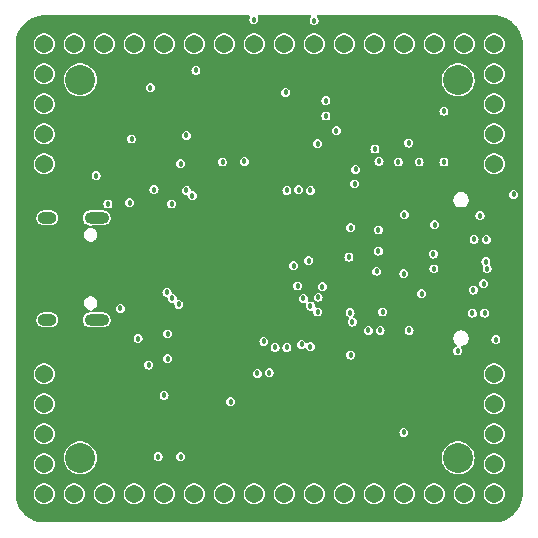
<source format=gbr>
%TF.GenerationSoftware,KiCad,Pcbnew,8.0.6-8.0.6-0~ubuntu24.04.1*%
%TF.CreationDate,2024-10-22T17:04:15-04:00*%
%TF.ProjectId,ta-expt-v2,74612d65-7870-4742-9d76-322e6b696361,rev?*%
%TF.SameCoordinates,Original*%
%TF.FileFunction,Copper,L2,Inr*%
%TF.FilePolarity,Positive*%
%FSLAX46Y46*%
G04 Gerber Fmt 4.6, Leading zero omitted, Abs format (unit mm)*
G04 Created by KiCad (PCBNEW 8.0.6-8.0.6-0~ubuntu24.04.1) date 2024-10-22 17:04:15*
%MOMM*%
%LPD*%
G01*
G04 APERTURE LIST*
%TA.AperFunction,ComponentPad*%
%ADD10O,2.100000X1.000000*%
%TD*%
%TA.AperFunction,ComponentPad*%
%ADD11O,1.600000X1.000000*%
%TD*%
%TA.AperFunction,ComponentPad*%
%ADD12C,1.540000*%
%TD*%
%TA.AperFunction,ComponentPad*%
%ADD13C,2.540000*%
%TD*%
%TA.AperFunction,ViaPad*%
%ADD14C,0.457200*%
%TD*%
G04 APERTURE END LIST*
D10*
%TO.N,unconnected-(J3-SHIELD-PadS1)*%
%TO.C,J3*%
X140390000Y-103680000D03*
D11*
X136210000Y-103680000D03*
D10*
X140390000Y-112320000D03*
D11*
X136210000Y-112320000D03*
%TD*%
D12*
%TO.N,VDD*%
%TO.C,J7*%
X135950000Y-116890000D03*
%TO.N,GND*%
X135950000Y-119430000D03*
%TO.N,/SWDIO*%
X135950000Y-121970000D03*
%TO.N,/SWCLK*%
X135950000Y-124510000D03*
%TD*%
%TO.N,unconnected-(J8-Pin_1-Pad1)*%
%TO.C,J8*%
X135950000Y-127050000D03*
%TO.N,unconnected-(J8-Pin_2-Pad2)*%
X138490000Y-127050000D03*
%TO.N,unconnected-(J8-Pin_3-Pad3)*%
X141030000Y-127050000D03*
%TO.N,unconnected-(J8-Pin_4-Pad4)*%
X143570000Y-127050000D03*
%TO.N,unconnected-(J8-Pin_5-Pad5)*%
X146110000Y-127050000D03*
%TO.N,unconnected-(J8-Pin_6-Pad6)*%
X148650000Y-127050000D03*
%TO.N,unconnected-(J8-Pin_7-Pad7)*%
X151190000Y-127050000D03*
%TO.N,/BOOT0*%
X153730000Y-127050000D03*
%TO.N,/LPUART_CTS*%
X156270000Y-127050000D03*
%TO.N,/LPUART_TX*%
X158810000Y-127050000D03*
%TO.N,/LPUART_RX*%
X161350000Y-127050000D03*
%TO.N,/LPUART_RTS*%
X163890000Y-127050000D03*
%TO.N,unconnected-(J8-Pin_13-Pad13)*%
X166430000Y-127050000D03*
%TO.N,unconnected-(J8-Pin_14-Pad14)*%
X168970000Y-127050000D03*
%TO.N,unconnected-(J8-Pin_15-Pad15)*%
X171510000Y-127050000D03*
%TO.N,unconnected-(J8-Pin_16-Pad16)*%
X174050000Y-127050000D03*
%TD*%
%TO.N,unconnected-(J1-Pin_2-Pad2)*%
%TO.C,J1*%
X174050000Y-124510000D03*
%TO.N,GND*%
X174050000Y-121970000D03*
%TO.N,unconnected-(J1-Pin_4-Pad4)*%
X174050000Y-119430000D03*
%TO.N,unconnected-(J1-Pin_5-Pad5)*%
X174050000Y-116890000D03*
%TD*%
%TO.N,unconnected-(J2-Pin_1-Pad1)*%
%TO.C,J2*%
X135950000Y-99110000D03*
%TO.N,GND*%
X135950000Y-96570000D03*
%TO.N,unconnected-(J2-Pin_3-Pad3)*%
X135950000Y-94030000D03*
%TO.N,unconnected-(J2-Pin_4-Pad4)*%
X135950000Y-91490000D03*
%TD*%
D13*
%TO.N,GND*%
%TO.C,J6*%
X139000000Y-92000000D03*
X171000000Y-92000000D03*
X139000000Y-124000000D03*
X171000000Y-124000000D03*
%TD*%
D12*
%TO.N,unconnected-(J4-Pin_2-Pad2)*%
%TO.C,J4*%
X174050000Y-99110000D03*
%TO.N,unconnected-(J4-Pin_3-Pad3)*%
X174050000Y-96570000D03*
%TO.N,unconnected-(J4-Pin_4-Pad4)*%
X174050000Y-94030000D03*
%TO.N,unconnected-(J4-Pin_5-Pad5)*%
X174050000Y-91490000D03*
%TD*%
%TO.N,unconnected-(J9-Pin_1-Pad1)*%
%TO.C,J9*%
X135950000Y-88950000D03*
%TO.N,unconnected-(J9-Pin_2-Pad2)*%
X138490000Y-88950000D03*
%TO.N,GND*%
X141030000Y-88950000D03*
%TO.N,unconnected-(J9-Pin_4-Pad4)*%
X143570000Y-88950000D03*
%TO.N,unconnected-(J9-Pin_5-Pad5)*%
X146110000Y-88950000D03*
%TO.N,unconnected-(J9-Pin_6-Pad6)*%
X148650000Y-88950000D03*
%TO.N,/NRST*%
X151190000Y-88950000D03*
%TO.N,/USART1_CK*%
X153730000Y-88950000D03*
%TO.N,/USART1_CTS*%
X156270000Y-88950000D03*
%TO.N,/USART1_TX*%
X158810000Y-88950000D03*
%TO.N,/USART1_RX*%
X161350000Y-88950000D03*
%TO.N,/USART1_RTS*%
X163890000Y-88950000D03*
%TO.N,unconnected-(J9-Pin_13-Pad13)*%
X166430000Y-88950000D03*
%TO.N,unconnected-(J9-Pin_14-Pad14)*%
X168970000Y-88950000D03*
%TO.N,unconnected-(J9-Pin_15-Pad15)*%
X171510000Y-88950000D03*
%TO.N,unconnected-(J9-Pin_16-Pad16)*%
X174050000Y-88950000D03*
%TD*%
D14*
%TO.N,GND*%
X143200000Y-102400000D03*
X169800000Y-98950000D03*
X146100000Y-118700000D03*
X164400000Y-113200000D03*
X175700000Y-101700000D03*
X166450000Y-103400000D03*
X165950000Y-98950000D03*
X142400000Y-111350000D03*
X166400000Y-121850000D03*
X167700000Y-98950000D03*
X140350000Y-100100000D03*
X164300000Y-98900000D03*
X147500000Y-99100000D03*
X166850000Y-113200000D03*
X143350000Y-97000000D03*
X158500000Y-114600000D03*
X161900000Y-104500000D03*
X159500000Y-109500000D03*
X148000000Y-96700000D03*
X161900000Y-115300000D03*
X158500000Y-101350000D03*
X166400000Y-108400000D03*
X146400000Y-113500000D03*
X164250000Y-106500000D03*
X160700000Y-96300000D03*
X151750000Y-119250000D03*
X147500000Y-123900000D03*
X144950000Y-92650000D03*
X145600000Y-123900000D03*
X169800000Y-94650000D03*
X143900000Y-113900000D03*
X164100000Y-108200000D03*
X159100000Y-97400000D03*
X148800000Y-91200000D03*
X141350000Y-102500000D03*
X164250000Y-104700000D03*
%TO.N,/VDD_FILT*%
X160500000Y-115300000D03*
X158500000Y-99150000D03*
X156400000Y-95200000D03*
X169600000Y-101650000D03*
X166900000Y-92500000D03*
X145950000Y-98100000D03*
X141450000Y-116900000D03*
X168400000Y-94600000D03*
X147050000Y-113000000D03*
X159000000Y-113750000D03*
X162150000Y-109750000D03*
X168650000Y-98850000D03*
X145600000Y-115600000D03*
%TO.N,Net-(IC3-PC15-OSC32_OUT)*%
X163400000Y-113200000D03*
X164600000Y-111650000D03*
%TO.N,/NRST*%
X158350000Y-107300000D03*
X152900000Y-98900000D03*
%TO.N,/LDO_OUT*%
X161850000Y-111700000D03*
X151050000Y-98950000D03*
X159150000Y-110400000D03*
X157075000Y-107725000D03*
%TO.N,/USART1_RX*%
X147350000Y-111000000D03*
%TO.N,/I2C3_SDA*%
X173350000Y-107400000D03*
X154000000Y-116850000D03*
%TO.N,/DCMI_VSYNC*%
X155500000Y-114650000D03*
X172350000Y-105500000D03*
%TO.N,/QUADSPI_BK2_IO2*%
X162330500Y-99569500D03*
X159800000Y-95050000D03*
%TO.N,/DCMI_D5*%
X155000000Y-116800000D03*
X174200000Y-114000000D03*
%TO.N,/LPUART_TX*%
X148000000Y-101350000D03*
%TO.N,/DCMI_D8*%
X158500000Y-111150000D03*
X173450000Y-108000000D03*
%TO.N,/LPUART_CTS*%
X146750000Y-102500000D03*
%TO.N,/USART1_TX*%
X146800000Y-110500000D03*
X158800000Y-87000000D03*
%TO.N,/DCMI_D7*%
X157750000Y-114400000D03*
X172300000Y-109800000D03*
%TO.N,/I2C3_SCL*%
X161750000Y-107000000D03*
X169000000Y-104250000D03*
%TO.N,/LPUART_RX*%
X148500000Y-101800000D03*
%TO.N,/Control*%
X172850000Y-103500000D03*
X167900000Y-110100000D03*
X162050000Y-112500000D03*
X156400000Y-93050000D03*
%TO.N,/SWCLK*%
X144800000Y-116150000D03*
X146400000Y-115600000D03*
%TO.N,/DCMI_D9*%
X154550000Y-114150000D03*
X168950000Y-108000000D03*
%TO.N,/USART1_CK*%
X146350000Y-110000000D03*
X153700000Y-86900000D03*
%TO.N,/DCMI_D4*%
X170950000Y-114950000D03*
X159100000Y-111650000D03*
%TO.N,/LPUART_RTS*%
X145250000Y-101300000D03*
%TO.N,/DCMI_PIXCLK*%
X168900000Y-106750000D03*
X156500000Y-101350000D03*
%TO.N,/DCMI_HSYNC*%
X157500000Y-101300000D03*
X173400000Y-105500000D03*
%TO.N,/DCMI_D2*%
X157400000Y-109450000D03*
X173250000Y-111750000D03*
%TO.N,/QUADSPI_BK2_IO1*%
X163950000Y-97850000D03*
X159800000Y-93750000D03*
%TO.N,/QUADSPI_BK1_NCS*%
X162250000Y-100800000D03*
X166800000Y-97350000D03*
%TO.N,/DCMI_D6*%
X156500000Y-114650000D03*
X173150000Y-109250000D03*
%TO.N,/DCMI_D3*%
X157900000Y-110500000D03*
X172200000Y-111750000D03*
%TD*%
%TA.AperFunction,Conductor*%
%TO.N,/VDD_FILT*%
G36*
X153331828Y-86545185D02*
G01*
X153377583Y-86597989D01*
X153387527Y-86667147D01*
X153375274Y-86705795D01*
X153336498Y-86781894D01*
X153336498Y-86781895D01*
X153317794Y-86899996D01*
X153317794Y-86900003D01*
X153336498Y-87018104D01*
X153336498Y-87018105D01*
X153390790Y-87124657D01*
X153475342Y-87209209D01*
X153475344Y-87209210D01*
X153475345Y-87209211D01*
X153581892Y-87263500D01*
X153581893Y-87263500D01*
X153581895Y-87263501D01*
X153699997Y-87282206D01*
X153700000Y-87282206D01*
X153700003Y-87282206D01*
X153818104Y-87263501D01*
X153818105Y-87263501D01*
X153818106Y-87263500D01*
X153818108Y-87263500D01*
X153924655Y-87209211D01*
X154009211Y-87124655D01*
X154063500Y-87018108D01*
X154063500Y-87018106D01*
X154063501Y-87018105D01*
X154063501Y-87018104D01*
X154082206Y-86900003D01*
X154082206Y-86899996D01*
X154063501Y-86781895D01*
X154063501Y-86781894D01*
X154055584Y-86766356D01*
X154024725Y-86705794D01*
X154011830Y-86637126D01*
X154038106Y-86572385D01*
X154095212Y-86532128D01*
X154135211Y-86525500D01*
X158441271Y-86525500D01*
X158508310Y-86545185D01*
X158554065Y-86597989D01*
X158564009Y-86667147D01*
X158534984Y-86730703D01*
X158528952Y-86737181D01*
X158490790Y-86775342D01*
X158436498Y-86881894D01*
X158436498Y-86881895D01*
X158417794Y-86999996D01*
X158417794Y-87000003D01*
X158436498Y-87118104D01*
X158436498Y-87118105D01*
X158490790Y-87224657D01*
X158575342Y-87309209D01*
X158575344Y-87309210D01*
X158575345Y-87309211D01*
X158681892Y-87363500D01*
X158681893Y-87363500D01*
X158681895Y-87363501D01*
X158799997Y-87382206D01*
X158800000Y-87382206D01*
X158800003Y-87382206D01*
X158918104Y-87363501D01*
X158918105Y-87363501D01*
X158918106Y-87363500D01*
X158918108Y-87363500D01*
X159024655Y-87309211D01*
X159109211Y-87224655D01*
X159163500Y-87118108D01*
X159163500Y-87118106D01*
X159163501Y-87118105D01*
X159163501Y-87118104D01*
X159182206Y-87000003D01*
X159182206Y-86999996D01*
X159163501Y-86881895D01*
X159163501Y-86881894D01*
X159112548Y-86781895D01*
X159109211Y-86775345D01*
X159109210Y-86775344D01*
X159109209Y-86775342D01*
X159071048Y-86737181D01*
X159037563Y-86675858D01*
X159042547Y-86606166D01*
X159084419Y-86550233D01*
X159149883Y-86525816D01*
X159158729Y-86525500D01*
X173933069Y-86525500D01*
X173935677Y-86525891D01*
X173952122Y-86525628D01*
X173952124Y-86525630D01*
X173956863Y-86525554D01*
X173963887Y-86525642D01*
X174236256Y-86536882D01*
X174250366Y-86538277D01*
X174516074Y-86579993D01*
X174529932Y-86582989D01*
X174789145Y-86654789D01*
X174802575Y-86659351D01*
X175051885Y-86760290D01*
X175064697Y-86766351D01*
X175300856Y-86895116D01*
X175312898Y-86902606D01*
X175532789Y-87057496D01*
X175543901Y-87066316D01*
X175744665Y-87245317D01*
X175754682Y-87255334D01*
X175851123Y-87363500D01*
X175933682Y-87456097D01*
X175942503Y-87467210D01*
X176097391Y-87687098D01*
X176104885Y-87699146D01*
X176233643Y-87935292D01*
X176239711Y-87948118D01*
X176340648Y-88197426D01*
X176345211Y-88210859D01*
X176417008Y-88470062D01*
X176420007Y-88483931D01*
X176461721Y-88749629D01*
X176463117Y-88763748D01*
X176474356Y-89036078D01*
X176474445Y-89043167D01*
X176474107Y-89064322D01*
X176474500Y-89066930D01*
X176474500Y-126933146D01*
X176474108Y-126935761D01*
X176474444Y-126956836D01*
X176474355Y-126963921D01*
X176463117Y-127236251D01*
X176461721Y-127250370D01*
X176420007Y-127516068D01*
X176417008Y-127529937D01*
X176345211Y-127789140D01*
X176340648Y-127802573D01*
X176239711Y-128051881D01*
X176233643Y-128064707D01*
X176104885Y-128300853D01*
X176097391Y-128312901D01*
X175942503Y-128532789D01*
X175933682Y-128543902D01*
X175754690Y-128744657D01*
X175744657Y-128754690D01*
X175543902Y-128933682D01*
X175532789Y-128942503D01*
X175312901Y-129097391D01*
X175300853Y-129104885D01*
X175064707Y-129233643D01*
X175051881Y-129239711D01*
X174802573Y-129340648D01*
X174789140Y-129345211D01*
X174529937Y-129417008D01*
X174516068Y-129420007D01*
X174250370Y-129461721D01*
X174236251Y-129463117D01*
X173963920Y-129474356D01*
X173956831Y-129474445D01*
X173935678Y-129474107D01*
X173933069Y-129474500D01*
X136066931Y-129474500D01*
X136064321Y-129474107D01*
X136043168Y-129474445D01*
X136036079Y-129474356D01*
X135763748Y-129463117D01*
X135749629Y-129461721D01*
X135483931Y-129420007D01*
X135470062Y-129417008D01*
X135210859Y-129345211D01*
X135197426Y-129340648D01*
X134948118Y-129239711D01*
X134935292Y-129233643D01*
X134912513Y-129221223D01*
X134699146Y-129104885D01*
X134687098Y-129097391D01*
X134467210Y-128942503D01*
X134456097Y-128933682D01*
X134405262Y-128888358D01*
X134255334Y-128754682D01*
X134245317Y-128744665D01*
X134066316Y-128543901D01*
X134057496Y-128532789D01*
X133902608Y-128312901D01*
X133895114Y-128300853D01*
X133846182Y-128211110D01*
X133766351Y-128064697D01*
X133760288Y-128051881D01*
X133718027Y-127947500D01*
X133659351Y-127802573D01*
X133654788Y-127789140D01*
X133635815Y-127720645D01*
X133582989Y-127529932D01*
X133579992Y-127516068D01*
X133564447Y-127417057D01*
X133538277Y-127250366D01*
X133536882Y-127236251D01*
X133529196Y-127050000D01*
X135047556Y-127050000D01*
X135067277Y-127237630D01*
X135125575Y-127417055D01*
X135219906Y-127580442D01*
X135346144Y-127720645D01*
X135346147Y-127720647D01*
X135498778Y-127831539D01*
X135671124Y-127908273D01*
X135671129Y-127908275D01*
X135855669Y-127947500D01*
X135855670Y-127947500D01*
X136044329Y-127947500D01*
X136044331Y-127947500D01*
X136228871Y-127908275D01*
X136401222Y-127831539D01*
X136553853Y-127720647D01*
X136680093Y-127580443D01*
X136774424Y-127417057D01*
X136832723Y-127237629D01*
X136852444Y-127050000D01*
X137587556Y-127050000D01*
X137607277Y-127237630D01*
X137665575Y-127417055D01*
X137759906Y-127580442D01*
X137886144Y-127720645D01*
X137886147Y-127720647D01*
X138038778Y-127831539D01*
X138211124Y-127908273D01*
X138211129Y-127908275D01*
X138395669Y-127947500D01*
X138395670Y-127947500D01*
X138584329Y-127947500D01*
X138584331Y-127947500D01*
X138768871Y-127908275D01*
X138941222Y-127831539D01*
X139093853Y-127720647D01*
X139220093Y-127580443D01*
X139314424Y-127417057D01*
X139372723Y-127237629D01*
X139392444Y-127050000D01*
X140127556Y-127050000D01*
X140147277Y-127237630D01*
X140205575Y-127417055D01*
X140299906Y-127580442D01*
X140426144Y-127720645D01*
X140426147Y-127720647D01*
X140578778Y-127831539D01*
X140751124Y-127908273D01*
X140751129Y-127908275D01*
X140935669Y-127947500D01*
X140935670Y-127947500D01*
X141124329Y-127947500D01*
X141124331Y-127947500D01*
X141308871Y-127908275D01*
X141481222Y-127831539D01*
X141633853Y-127720647D01*
X141760093Y-127580443D01*
X141854424Y-127417057D01*
X141912723Y-127237629D01*
X141932444Y-127050000D01*
X142667556Y-127050000D01*
X142687277Y-127237630D01*
X142745575Y-127417055D01*
X142839906Y-127580442D01*
X142966144Y-127720645D01*
X142966147Y-127720647D01*
X143118778Y-127831539D01*
X143291124Y-127908273D01*
X143291129Y-127908275D01*
X143475669Y-127947500D01*
X143475670Y-127947500D01*
X143664329Y-127947500D01*
X143664331Y-127947500D01*
X143848871Y-127908275D01*
X144021222Y-127831539D01*
X144173853Y-127720647D01*
X144300093Y-127580443D01*
X144394424Y-127417057D01*
X144452723Y-127237629D01*
X144472444Y-127050000D01*
X145207556Y-127050000D01*
X145227277Y-127237630D01*
X145285575Y-127417055D01*
X145379906Y-127580442D01*
X145506144Y-127720645D01*
X145506147Y-127720647D01*
X145658778Y-127831539D01*
X145831124Y-127908273D01*
X145831129Y-127908275D01*
X146015669Y-127947500D01*
X146015670Y-127947500D01*
X146204329Y-127947500D01*
X146204331Y-127947500D01*
X146388871Y-127908275D01*
X146561222Y-127831539D01*
X146713853Y-127720647D01*
X146840093Y-127580443D01*
X146934424Y-127417057D01*
X146992723Y-127237629D01*
X147012444Y-127050000D01*
X147747556Y-127050000D01*
X147767277Y-127237630D01*
X147825575Y-127417055D01*
X147919906Y-127580442D01*
X148046144Y-127720645D01*
X148046147Y-127720647D01*
X148198778Y-127831539D01*
X148371124Y-127908273D01*
X148371129Y-127908275D01*
X148555669Y-127947500D01*
X148555670Y-127947500D01*
X148744329Y-127947500D01*
X148744331Y-127947500D01*
X148928871Y-127908275D01*
X149101222Y-127831539D01*
X149253853Y-127720647D01*
X149380093Y-127580443D01*
X149474424Y-127417057D01*
X149532723Y-127237629D01*
X149552444Y-127050000D01*
X150287556Y-127050000D01*
X150307277Y-127237630D01*
X150365575Y-127417055D01*
X150459906Y-127580442D01*
X150586144Y-127720645D01*
X150586147Y-127720647D01*
X150738778Y-127831539D01*
X150911124Y-127908273D01*
X150911129Y-127908275D01*
X151095669Y-127947500D01*
X151095670Y-127947500D01*
X151284329Y-127947500D01*
X151284331Y-127947500D01*
X151468871Y-127908275D01*
X151641222Y-127831539D01*
X151793853Y-127720647D01*
X151920093Y-127580443D01*
X152014424Y-127417057D01*
X152072723Y-127237629D01*
X152092444Y-127050000D01*
X152827556Y-127050000D01*
X152847277Y-127237630D01*
X152905575Y-127417055D01*
X152999906Y-127580442D01*
X153126144Y-127720645D01*
X153126147Y-127720647D01*
X153278778Y-127831539D01*
X153451124Y-127908273D01*
X153451129Y-127908275D01*
X153635669Y-127947500D01*
X153635670Y-127947500D01*
X153824329Y-127947500D01*
X153824331Y-127947500D01*
X154008871Y-127908275D01*
X154181222Y-127831539D01*
X154333853Y-127720647D01*
X154460093Y-127580443D01*
X154554424Y-127417057D01*
X154612723Y-127237629D01*
X154632444Y-127050000D01*
X155367556Y-127050000D01*
X155387277Y-127237630D01*
X155445575Y-127417055D01*
X155539906Y-127580442D01*
X155666144Y-127720645D01*
X155666147Y-127720647D01*
X155818778Y-127831539D01*
X155991124Y-127908273D01*
X155991129Y-127908275D01*
X156175669Y-127947500D01*
X156175670Y-127947500D01*
X156364329Y-127947500D01*
X156364331Y-127947500D01*
X156548871Y-127908275D01*
X156721222Y-127831539D01*
X156873853Y-127720647D01*
X157000093Y-127580443D01*
X157094424Y-127417057D01*
X157152723Y-127237629D01*
X157172444Y-127050000D01*
X157907556Y-127050000D01*
X157927277Y-127237630D01*
X157985575Y-127417055D01*
X158079906Y-127580442D01*
X158206144Y-127720645D01*
X158206147Y-127720647D01*
X158358778Y-127831539D01*
X158531124Y-127908273D01*
X158531129Y-127908275D01*
X158715669Y-127947500D01*
X158715670Y-127947500D01*
X158904329Y-127947500D01*
X158904331Y-127947500D01*
X159088871Y-127908275D01*
X159261222Y-127831539D01*
X159413853Y-127720647D01*
X159540093Y-127580443D01*
X159634424Y-127417057D01*
X159692723Y-127237629D01*
X159712444Y-127050000D01*
X160447556Y-127050000D01*
X160467277Y-127237630D01*
X160525575Y-127417055D01*
X160619906Y-127580442D01*
X160746144Y-127720645D01*
X160746147Y-127720647D01*
X160898778Y-127831539D01*
X161071124Y-127908273D01*
X161071129Y-127908275D01*
X161255669Y-127947500D01*
X161255670Y-127947500D01*
X161444329Y-127947500D01*
X161444331Y-127947500D01*
X161628871Y-127908275D01*
X161801222Y-127831539D01*
X161953853Y-127720647D01*
X162080093Y-127580443D01*
X162174424Y-127417057D01*
X162232723Y-127237629D01*
X162252444Y-127050000D01*
X162987556Y-127050000D01*
X163007277Y-127237630D01*
X163065575Y-127417055D01*
X163159906Y-127580442D01*
X163286144Y-127720645D01*
X163286147Y-127720647D01*
X163438778Y-127831539D01*
X163611124Y-127908273D01*
X163611129Y-127908275D01*
X163795669Y-127947500D01*
X163795670Y-127947500D01*
X163984329Y-127947500D01*
X163984331Y-127947500D01*
X164168871Y-127908275D01*
X164341222Y-127831539D01*
X164493853Y-127720647D01*
X164620093Y-127580443D01*
X164714424Y-127417057D01*
X164772723Y-127237629D01*
X164792444Y-127050000D01*
X165527556Y-127050000D01*
X165547277Y-127237630D01*
X165605575Y-127417055D01*
X165699906Y-127580442D01*
X165826144Y-127720645D01*
X165826147Y-127720647D01*
X165978778Y-127831539D01*
X166151124Y-127908273D01*
X166151129Y-127908275D01*
X166335669Y-127947500D01*
X166335670Y-127947500D01*
X166524329Y-127947500D01*
X166524331Y-127947500D01*
X166708871Y-127908275D01*
X166881222Y-127831539D01*
X167033853Y-127720647D01*
X167160093Y-127580443D01*
X167254424Y-127417057D01*
X167312723Y-127237629D01*
X167332444Y-127050000D01*
X168067556Y-127050000D01*
X168087277Y-127237630D01*
X168145575Y-127417055D01*
X168239906Y-127580442D01*
X168366144Y-127720645D01*
X168366147Y-127720647D01*
X168518778Y-127831539D01*
X168691124Y-127908273D01*
X168691129Y-127908275D01*
X168875669Y-127947500D01*
X168875670Y-127947500D01*
X169064329Y-127947500D01*
X169064331Y-127947500D01*
X169248871Y-127908275D01*
X169421222Y-127831539D01*
X169573853Y-127720647D01*
X169700093Y-127580443D01*
X169794424Y-127417057D01*
X169852723Y-127237629D01*
X169872444Y-127050000D01*
X170607556Y-127050000D01*
X170627277Y-127237630D01*
X170685575Y-127417055D01*
X170779906Y-127580442D01*
X170906144Y-127720645D01*
X170906147Y-127720647D01*
X171058778Y-127831539D01*
X171231124Y-127908273D01*
X171231129Y-127908275D01*
X171415669Y-127947500D01*
X171415670Y-127947500D01*
X171604329Y-127947500D01*
X171604331Y-127947500D01*
X171788871Y-127908275D01*
X171961222Y-127831539D01*
X172113853Y-127720647D01*
X172240093Y-127580443D01*
X172334424Y-127417057D01*
X172392723Y-127237629D01*
X172412444Y-127050000D01*
X173147556Y-127050000D01*
X173167277Y-127237630D01*
X173225575Y-127417055D01*
X173319906Y-127580442D01*
X173446144Y-127720645D01*
X173446147Y-127720647D01*
X173598778Y-127831539D01*
X173771124Y-127908273D01*
X173771129Y-127908275D01*
X173955669Y-127947500D01*
X173955670Y-127947500D01*
X174144329Y-127947500D01*
X174144331Y-127947500D01*
X174328871Y-127908275D01*
X174501222Y-127831539D01*
X174653853Y-127720647D01*
X174780093Y-127580443D01*
X174874424Y-127417057D01*
X174932723Y-127237629D01*
X174952444Y-127050000D01*
X174932723Y-126862371D01*
X174874424Y-126682943D01*
X174780093Y-126519557D01*
X174653855Y-126379354D01*
X174577537Y-126323907D01*
X174501222Y-126268461D01*
X174501220Y-126268460D01*
X174501221Y-126268460D01*
X174328875Y-126191726D01*
X174328870Y-126191724D01*
X174183555Y-126160837D01*
X174144331Y-126152500D01*
X173955669Y-126152500D01*
X173923320Y-126159375D01*
X173771129Y-126191724D01*
X173771124Y-126191726D01*
X173598779Y-126268460D01*
X173446144Y-126379354D01*
X173319906Y-126519557D01*
X173225575Y-126682944D01*
X173167277Y-126862369D01*
X173147556Y-127050000D01*
X172412444Y-127050000D01*
X172392723Y-126862371D01*
X172334424Y-126682943D01*
X172240093Y-126519557D01*
X172113855Y-126379354D01*
X172037537Y-126323907D01*
X171961222Y-126268461D01*
X171961220Y-126268460D01*
X171961221Y-126268460D01*
X171788875Y-126191726D01*
X171788870Y-126191724D01*
X171643555Y-126160837D01*
X171604331Y-126152500D01*
X171415669Y-126152500D01*
X171383320Y-126159375D01*
X171231129Y-126191724D01*
X171231124Y-126191726D01*
X171058779Y-126268460D01*
X170906144Y-126379354D01*
X170779906Y-126519557D01*
X170685575Y-126682944D01*
X170627277Y-126862369D01*
X170607556Y-127050000D01*
X169872444Y-127050000D01*
X169852723Y-126862371D01*
X169794424Y-126682943D01*
X169700093Y-126519557D01*
X169573855Y-126379354D01*
X169497537Y-126323907D01*
X169421222Y-126268461D01*
X169421220Y-126268460D01*
X169421221Y-126268460D01*
X169248875Y-126191726D01*
X169248870Y-126191724D01*
X169103555Y-126160837D01*
X169064331Y-126152500D01*
X168875669Y-126152500D01*
X168843320Y-126159375D01*
X168691129Y-126191724D01*
X168691124Y-126191726D01*
X168518779Y-126268460D01*
X168366144Y-126379354D01*
X168239906Y-126519557D01*
X168145575Y-126682944D01*
X168087277Y-126862369D01*
X168067556Y-127050000D01*
X167332444Y-127050000D01*
X167312723Y-126862371D01*
X167254424Y-126682943D01*
X167160093Y-126519557D01*
X167033855Y-126379354D01*
X166957537Y-126323907D01*
X166881222Y-126268461D01*
X166881220Y-126268460D01*
X166881221Y-126268460D01*
X166708875Y-126191726D01*
X166708870Y-126191724D01*
X166563555Y-126160837D01*
X166524331Y-126152500D01*
X166335669Y-126152500D01*
X166303320Y-126159375D01*
X166151129Y-126191724D01*
X166151124Y-126191726D01*
X165978779Y-126268460D01*
X165826144Y-126379354D01*
X165699906Y-126519557D01*
X165605575Y-126682944D01*
X165547277Y-126862369D01*
X165527556Y-127050000D01*
X164792444Y-127050000D01*
X164772723Y-126862371D01*
X164714424Y-126682943D01*
X164620093Y-126519557D01*
X164493855Y-126379354D01*
X164417537Y-126323907D01*
X164341222Y-126268461D01*
X164341220Y-126268460D01*
X164341221Y-126268460D01*
X164168875Y-126191726D01*
X164168870Y-126191724D01*
X164023555Y-126160837D01*
X163984331Y-126152500D01*
X163795669Y-126152500D01*
X163763320Y-126159375D01*
X163611129Y-126191724D01*
X163611124Y-126191726D01*
X163438779Y-126268460D01*
X163286144Y-126379354D01*
X163159906Y-126519557D01*
X163065575Y-126682944D01*
X163007277Y-126862369D01*
X162987556Y-127050000D01*
X162252444Y-127050000D01*
X162232723Y-126862371D01*
X162174424Y-126682943D01*
X162080093Y-126519557D01*
X161953855Y-126379354D01*
X161877537Y-126323907D01*
X161801222Y-126268461D01*
X161801220Y-126268460D01*
X161801221Y-126268460D01*
X161628875Y-126191726D01*
X161628870Y-126191724D01*
X161483555Y-126160837D01*
X161444331Y-126152500D01*
X161255669Y-126152500D01*
X161223320Y-126159375D01*
X161071129Y-126191724D01*
X161071124Y-126191726D01*
X160898779Y-126268460D01*
X160746144Y-126379354D01*
X160619906Y-126519557D01*
X160525575Y-126682944D01*
X160467277Y-126862369D01*
X160447556Y-127050000D01*
X159712444Y-127050000D01*
X159692723Y-126862371D01*
X159634424Y-126682943D01*
X159540093Y-126519557D01*
X159413855Y-126379354D01*
X159337537Y-126323907D01*
X159261222Y-126268461D01*
X159261220Y-126268460D01*
X159261221Y-126268460D01*
X159088875Y-126191726D01*
X159088870Y-126191724D01*
X158943555Y-126160837D01*
X158904331Y-126152500D01*
X158715669Y-126152500D01*
X158683320Y-126159375D01*
X158531129Y-126191724D01*
X158531124Y-126191726D01*
X158358779Y-126268460D01*
X158206144Y-126379354D01*
X158079906Y-126519557D01*
X157985575Y-126682944D01*
X157927277Y-126862369D01*
X157907556Y-127050000D01*
X157172444Y-127050000D01*
X157152723Y-126862371D01*
X157094424Y-126682943D01*
X157000093Y-126519557D01*
X156873855Y-126379354D01*
X156797537Y-126323907D01*
X156721222Y-126268461D01*
X156721220Y-126268460D01*
X156721221Y-126268460D01*
X156548875Y-126191726D01*
X156548870Y-126191724D01*
X156403555Y-126160837D01*
X156364331Y-126152500D01*
X156175669Y-126152500D01*
X156143320Y-126159375D01*
X155991129Y-126191724D01*
X155991124Y-126191726D01*
X155818779Y-126268460D01*
X155666144Y-126379354D01*
X155539906Y-126519557D01*
X155445575Y-126682944D01*
X155387277Y-126862369D01*
X155367556Y-127050000D01*
X154632444Y-127050000D01*
X154612723Y-126862371D01*
X154554424Y-126682943D01*
X154460093Y-126519557D01*
X154333855Y-126379354D01*
X154257537Y-126323907D01*
X154181222Y-126268461D01*
X154181220Y-126268460D01*
X154181221Y-126268460D01*
X154008875Y-126191726D01*
X154008870Y-126191724D01*
X153863555Y-126160837D01*
X153824331Y-126152500D01*
X153635669Y-126152500D01*
X153603320Y-126159375D01*
X153451129Y-126191724D01*
X153451124Y-126191726D01*
X153278779Y-126268460D01*
X153126144Y-126379354D01*
X152999906Y-126519557D01*
X152905575Y-126682944D01*
X152847277Y-126862369D01*
X152827556Y-127050000D01*
X152092444Y-127050000D01*
X152072723Y-126862371D01*
X152014424Y-126682943D01*
X151920093Y-126519557D01*
X151793855Y-126379354D01*
X151717537Y-126323907D01*
X151641222Y-126268461D01*
X151641220Y-126268460D01*
X151641221Y-126268460D01*
X151468875Y-126191726D01*
X151468870Y-126191724D01*
X151323555Y-126160837D01*
X151284331Y-126152500D01*
X151095669Y-126152500D01*
X151063320Y-126159375D01*
X150911129Y-126191724D01*
X150911124Y-126191726D01*
X150738779Y-126268460D01*
X150586144Y-126379354D01*
X150459906Y-126519557D01*
X150365575Y-126682944D01*
X150307277Y-126862369D01*
X150287556Y-127050000D01*
X149552444Y-127050000D01*
X149532723Y-126862371D01*
X149474424Y-126682943D01*
X149380093Y-126519557D01*
X149253855Y-126379354D01*
X149177537Y-126323907D01*
X149101222Y-126268461D01*
X149101220Y-126268460D01*
X149101221Y-126268460D01*
X148928875Y-126191726D01*
X148928870Y-126191724D01*
X148783555Y-126160837D01*
X148744331Y-126152500D01*
X148555669Y-126152500D01*
X148523320Y-126159375D01*
X148371129Y-126191724D01*
X148371124Y-126191726D01*
X148198779Y-126268460D01*
X148046144Y-126379354D01*
X147919906Y-126519557D01*
X147825575Y-126682944D01*
X147767277Y-126862369D01*
X147747556Y-127050000D01*
X147012444Y-127050000D01*
X146992723Y-126862371D01*
X146934424Y-126682943D01*
X146840093Y-126519557D01*
X146713855Y-126379354D01*
X146637537Y-126323907D01*
X146561222Y-126268461D01*
X146561220Y-126268460D01*
X146561221Y-126268460D01*
X146388875Y-126191726D01*
X146388870Y-126191724D01*
X146243555Y-126160837D01*
X146204331Y-126152500D01*
X146015669Y-126152500D01*
X145983320Y-126159375D01*
X145831129Y-126191724D01*
X145831124Y-126191726D01*
X145658779Y-126268460D01*
X145506144Y-126379354D01*
X145379906Y-126519557D01*
X145285575Y-126682944D01*
X145227277Y-126862369D01*
X145207556Y-127050000D01*
X144472444Y-127050000D01*
X144452723Y-126862371D01*
X144394424Y-126682943D01*
X144300093Y-126519557D01*
X144173855Y-126379354D01*
X144097537Y-126323907D01*
X144021222Y-126268461D01*
X144021220Y-126268460D01*
X144021221Y-126268460D01*
X143848875Y-126191726D01*
X143848870Y-126191724D01*
X143703555Y-126160837D01*
X143664331Y-126152500D01*
X143475669Y-126152500D01*
X143443320Y-126159375D01*
X143291129Y-126191724D01*
X143291124Y-126191726D01*
X143118779Y-126268460D01*
X142966144Y-126379354D01*
X142839906Y-126519557D01*
X142745575Y-126682944D01*
X142687277Y-126862369D01*
X142667556Y-127050000D01*
X141932444Y-127050000D01*
X141912723Y-126862371D01*
X141854424Y-126682943D01*
X141760093Y-126519557D01*
X141633855Y-126379354D01*
X141557537Y-126323907D01*
X141481222Y-126268461D01*
X141481220Y-126268460D01*
X141481221Y-126268460D01*
X141308875Y-126191726D01*
X141308870Y-126191724D01*
X141163555Y-126160837D01*
X141124331Y-126152500D01*
X140935669Y-126152500D01*
X140903320Y-126159375D01*
X140751129Y-126191724D01*
X140751124Y-126191726D01*
X140578779Y-126268460D01*
X140426144Y-126379354D01*
X140299906Y-126519557D01*
X140205575Y-126682944D01*
X140147277Y-126862369D01*
X140127556Y-127050000D01*
X139392444Y-127050000D01*
X139372723Y-126862371D01*
X139314424Y-126682943D01*
X139220093Y-126519557D01*
X139093855Y-126379354D01*
X139017537Y-126323907D01*
X138941222Y-126268461D01*
X138941220Y-126268460D01*
X138941221Y-126268460D01*
X138768875Y-126191726D01*
X138768870Y-126191724D01*
X138623555Y-126160837D01*
X138584331Y-126152500D01*
X138395669Y-126152500D01*
X138363320Y-126159375D01*
X138211129Y-126191724D01*
X138211124Y-126191726D01*
X138038779Y-126268460D01*
X137886144Y-126379354D01*
X137759906Y-126519557D01*
X137665575Y-126682944D01*
X137607277Y-126862369D01*
X137587556Y-127050000D01*
X136852444Y-127050000D01*
X136832723Y-126862371D01*
X136774424Y-126682943D01*
X136680093Y-126519557D01*
X136553855Y-126379354D01*
X136477537Y-126323907D01*
X136401222Y-126268461D01*
X136401220Y-126268460D01*
X136401221Y-126268460D01*
X136228875Y-126191726D01*
X136228870Y-126191724D01*
X136083555Y-126160837D01*
X136044331Y-126152500D01*
X135855669Y-126152500D01*
X135823320Y-126159375D01*
X135671129Y-126191724D01*
X135671124Y-126191726D01*
X135498779Y-126268460D01*
X135346144Y-126379354D01*
X135219906Y-126519557D01*
X135125575Y-126682944D01*
X135067277Y-126862369D01*
X135047556Y-127050000D01*
X133529196Y-127050000D01*
X133525644Y-126963921D01*
X133525555Y-126956831D01*
X133525890Y-126935759D01*
X133525500Y-126933146D01*
X133525500Y-124510000D01*
X135047556Y-124510000D01*
X135067277Y-124697630D01*
X135125575Y-124877055D01*
X135219906Y-125040442D01*
X135346144Y-125180645D01*
X135346147Y-125180647D01*
X135498778Y-125291539D01*
X135671124Y-125368273D01*
X135671129Y-125368275D01*
X135855669Y-125407500D01*
X135855670Y-125407500D01*
X136044329Y-125407500D01*
X136044331Y-125407500D01*
X136228871Y-125368275D01*
X136401222Y-125291539D01*
X136553853Y-125180647D01*
X136680093Y-125040443D01*
X136774424Y-124877057D01*
X136832723Y-124697629D01*
X136852444Y-124510000D01*
X136832723Y-124322371D01*
X136774424Y-124142943D01*
X136691892Y-123999993D01*
X137597710Y-123999993D01*
X137597710Y-124000006D01*
X137616833Y-124230801D01*
X137616835Y-124230812D01*
X137673689Y-124455323D01*
X137766722Y-124667415D01*
X137893393Y-124861301D01*
X138050257Y-125031700D01*
X138050261Y-125031703D01*
X138187847Y-125138790D01*
X138233020Y-125173950D01*
X138436707Y-125284180D01*
X138546232Y-125321780D01*
X138655754Y-125359379D01*
X138655756Y-125359379D01*
X138655758Y-125359380D01*
X138884200Y-125397500D01*
X138884201Y-125397500D01*
X139115799Y-125397500D01*
X139115800Y-125397500D01*
X139344242Y-125359380D01*
X139563293Y-125284180D01*
X139766980Y-125173950D01*
X139949745Y-125031698D01*
X140106604Y-124861304D01*
X140233277Y-124667416D01*
X140326310Y-124455323D01*
X140383165Y-124230809D01*
X140402290Y-124000000D01*
X140402290Y-123999993D01*
X140394004Y-123899996D01*
X145217794Y-123899996D01*
X145217794Y-123900003D01*
X145236498Y-124018104D01*
X145236498Y-124018105D01*
X145290790Y-124124657D01*
X145375342Y-124209209D01*
X145375344Y-124209210D01*
X145375345Y-124209211D01*
X145481892Y-124263500D01*
X145481893Y-124263500D01*
X145481895Y-124263501D01*
X145599997Y-124282206D01*
X145600000Y-124282206D01*
X145600003Y-124282206D01*
X145718104Y-124263501D01*
X145718105Y-124263501D01*
X145718106Y-124263500D01*
X145718108Y-124263500D01*
X145824655Y-124209211D01*
X145909211Y-124124655D01*
X145963500Y-124018108D01*
X145963500Y-124018106D01*
X145963501Y-124018105D01*
X145963501Y-124018104D01*
X145982206Y-123900003D01*
X145982206Y-123899996D01*
X147117794Y-123899996D01*
X147117794Y-123900003D01*
X147136498Y-124018104D01*
X147136498Y-124018105D01*
X147190790Y-124124657D01*
X147275342Y-124209209D01*
X147275344Y-124209210D01*
X147275345Y-124209211D01*
X147381892Y-124263500D01*
X147381893Y-124263500D01*
X147381895Y-124263501D01*
X147499997Y-124282206D01*
X147500000Y-124282206D01*
X147500003Y-124282206D01*
X147618104Y-124263501D01*
X147618105Y-124263501D01*
X147618106Y-124263500D01*
X147618108Y-124263500D01*
X147724655Y-124209211D01*
X147809211Y-124124655D01*
X147863500Y-124018108D01*
X147863500Y-124018106D01*
X147863501Y-124018105D01*
X147863501Y-124018104D01*
X147866369Y-123999993D01*
X169597710Y-123999993D01*
X169597710Y-124000006D01*
X169616833Y-124230801D01*
X169616835Y-124230812D01*
X169673689Y-124455323D01*
X169766722Y-124667415D01*
X169893393Y-124861301D01*
X170050257Y-125031700D01*
X170050261Y-125031703D01*
X170187847Y-125138790D01*
X170233020Y-125173950D01*
X170436707Y-125284180D01*
X170546232Y-125321780D01*
X170655754Y-125359379D01*
X170655756Y-125359379D01*
X170655758Y-125359380D01*
X170884200Y-125397500D01*
X170884201Y-125397500D01*
X171115799Y-125397500D01*
X171115800Y-125397500D01*
X171344242Y-125359380D01*
X171563293Y-125284180D01*
X171766980Y-125173950D01*
X171949745Y-125031698D01*
X172106604Y-124861304D01*
X172233277Y-124667416D01*
X172302326Y-124510000D01*
X173147556Y-124510000D01*
X173167277Y-124697630D01*
X173225575Y-124877055D01*
X173319906Y-125040442D01*
X173446144Y-125180645D01*
X173446147Y-125180647D01*
X173598778Y-125291539D01*
X173771124Y-125368273D01*
X173771129Y-125368275D01*
X173955669Y-125407500D01*
X173955670Y-125407500D01*
X174144329Y-125407500D01*
X174144331Y-125407500D01*
X174328871Y-125368275D01*
X174501222Y-125291539D01*
X174653853Y-125180647D01*
X174780093Y-125040443D01*
X174874424Y-124877057D01*
X174932723Y-124697629D01*
X174952444Y-124510000D01*
X174932723Y-124322371D01*
X174874424Y-124142943D01*
X174780093Y-123979557D01*
X174653855Y-123839354D01*
X174557277Y-123769187D01*
X174501222Y-123728461D01*
X174501220Y-123728460D01*
X174501221Y-123728460D01*
X174328875Y-123651726D01*
X174328870Y-123651724D01*
X174183555Y-123620837D01*
X174144331Y-123612500D01*
X173955669Y-123612500D01*
X173923320Y-123619375D01*
X173771129Y-123651724D01*
X173771124Y-123651726D01*
X173598779Y-123728460D01*
X173446144Y-123839354D01*
X173319906Y-123979557D01*
X173225575Y-124142944D01*
X173167277Y-124322369D01*
X173147556Y-124510000D01*
X172302326Y-124510000D01*
X172326310Y-124455323D01*
X172383165Y-124230809D01*
X172402290Y-124000000D01*
X172402290Y-123999993D01*
X172383166Y-123769198D01*
X172383164Y-123769187D01*
X172326310Y-123544676D01*
X172233277Y-123332584D01*
X172106606Y-123138698D01*
X171949742Y-122968299D01*
X171949738Y-122968296D01*
X171766984Y-122826053D01*
X171766979Y-122826049D01*
X171563294Y-122715820D01*
X171563288Y-122715818D01*
X171344245Y-122640620D01*
X171172910Y-122612030D01*
X171115800Y-122602500D01*
X170884200Y-122602500D01*
X170838511Y-122610124D01*
X170655754Y-122640620D01*
X170436711Y-122715818D01*
X170436705Y-122715820D01*
X170233020Y-122826049D01*
X170233015Y-122826053D01*
X170050261Y-122968296D01*
X170050257Y-122968299D01*
X169893393Y-123138698D01*
X169766722Y-123332584D01*
X169673689Y-123544676D01*
X169616835Y-123769187D01*
X169616833Y-123769198D01*
X169597710Y-123999993D01*
X147866369Y-123999993D01*
X147882206Y-123900003D01*
X147882206Y-123899996D01*
X147863501Y-123781895D01*
X147863501Y-123781894D01*
X147836275Y-123728461D01*
X147809211Y-123675345D01*
X147809210Y-123675344D01*
X147809209Y-123675342D01*
X147724657Y-123590790D01*
X147618104Y-123536498D01*
X147500003Y-123517794D01*
X147499997Y-123517794D01*
X147381895Y-123536498D01*
X147381894Y-123536498D01*
X147275342Y-123590790D01*
X147190790Y-123675342D01*
X147136498Y-123781894D01*
X147136498Y-123781895D01*
X147117794Y-123899996D01*
X145982206Y-123899996D01*
X145963501Y-123781895D01*
X145963501Y-123781894D01*
X145936275Y-123728461D01*
X145909211Y-123675345D01*
X145909210Y-123675344D01*
X145909209Y-123675342D01*
X145824657Y-123590790D01*
X145718104Y-123536498D01*
X145600003Y-123517794D01*
X145599997Y-123517794D01*
X145481895Y-123536498D01*
X145481894Y-123536498D01*
X145375342Y-123590790D01*
X145290790Y-123675342D01*
X145236498Y-123781894D01*
X145236498Y-123781895D01*
X145217794Y-123899996D01*
X140394004Y-123899996D01*
X140383166Y-123769198D01*
X140383164Y-123769187D01*
X140326310Y-123544676D01*
X140233277Y-123332584D01*
X140106606Y-123138698D01*
X139949742Y-122968299D01*
X139949738Y-122968296D01*
X139766984Y-122826053D01*
X139766979Y-122826049D01*
X139563294Y-122715820D01*
X139563288Y-122715818D01*
X139344245Y-122640620D01*
X139172910Y-122612030D01*
X139115800Y-122602500D01*
X138884200Y-122602500D01*
X138838511Y-122610124D01*
X138655754Y-122640620D01*
X138436711Y-122715818D01*
X138436705Y-122715820D01*
X138233020Y-122826049D01*
X138233015Y-122826053D01*
X138050261Y-122968296D01*
X138050257Y-122968299D01*
X137893393Y-123138698D01*
X137766722Y-123332584D01*
X137673689Y-123544676D01*
X137616835Y-123769187D01*
X137616833Y-123769198D01*
X137597710Y-123999993D01*
X136691892Y-123999993D01*
X136680093Y-123979557D01*
X136553855Y-123839354D01*
X136457277Y-123769187D01*
X136401222Y-123728461D01*
X136401220Y-123728460D01*
X136401221Y-123728460D01*
X136228875Y-123651726D01*
X136228870Y-123651724D01*
X136083555Y-123620837D01*
X136044331Y-123612500D01*
X135855669Y-123612500D01*
X135823320Y-123619375D01*
X135671129Y-123651724D01*
X135671124Y-123651726D01*
X135498779Y-123728460D01*
X135346144Y-123839354D01*
X135219906Y-123979557D01*
X135125575Y-124142944D01*
X135067277Y-124322369D01*
X135047556Y-124510000D01*
X133525500Y-124510000D01*
X133525500Y-121970000D01*
X135047556Y-121970000D01*
X135067277Y-122157630D01*
X135125575Y-122337055D01*
X135219906Y-122500442D01*
X135346144Y-122640645D01*
X135346147Y-122640647D01*
X135498778Y-122751539D01*
X135671124Y-122828273D01*
X135671129Y-122828275D01*
X135855669Y-122867500D01*
X135855670Y-122867500D01*
X136044329Y-122867500D01*
X136044331Y-122867500D01*
X136228871Y-122828275D01*
X136401222Y-122751539D01*
X136553853Y-122640647D01*
X136553878Y-122640620D01*
X136588201Y-122602500D01*
X136680093Y-122500443D01*
X136774424Y-122337057D01*
X136832723Y-122157629D01*
X136852444Y-121970000D01*
X136839831Y-121849996D01*
X166017794Y-121849996D01*
X166017794Y-121850003D01*
X166036498Y-121968104D01*
X166036498Y-121968105D01*
X166090790Y-122074657D01*
X166175342Y-122159209D01*
X166175344Y-122159210D01*
X166175345Y-122159211D01*
X166281892Y-122213500D01*
X166281893Y-122213500D01*
X166281895Y-122213501D01*
X166399997Y-122232206D01*
X166400000Y-122232206D01*
X166400003Y-122232206D01*
X166518104Y-122213501D01*
X166518105Y-122213501D01*
X166518106Y-122213500D01*
X166518108Y-122213500D01*
X166624655Y-122159211D01*
X166709211Y-122074655D01*
X166762536Y-121970000D01*
X173147556Y-121970000D01*
X173167277Y-122157630D01*
X173225575Y-122337055D01*
X173319906Y-122500442D01*
X173446144Y-122640645D01*
X173446147Y-122640647D01*
X173598778Y-122751539D01*
X173771124Y-122828273D01*
X173771129Y-122828275D01*
X173955669Y-122867500D01*
X173955670Y-122867500D01*
X174144329Y-122867500D01*
X174144331Y-122867500D01*
X174328871Y-122828275D01*
X174501222Y-122751539D01*
X174653853Y-122640647D01*
X174653878Y-122640620D01*
X174688201Y-122602500D01*
X174780093Y-122500443D01*
X174874424Y-122337057D01*
X174932723Y-122157629D01*
X174952444Y-121970000D01*
X174932723Y-121782371D01*
X174874424Y-121602943D01*
X174780093Y-121439557D01*
X174653855Y-121299354D01*
X174577537Y-121243907D01*
X174501222Y-121188461D01*
X174501220Y-121188460D01*
X174501221Y-121188460D01*
X174328875Y-121111726D01*
X174328870Y-121111724D01*
X174183555Y-121080837D01*
X174144331Y-121072500D01*
X173955669Y-121072500D01*
X173923320Y-121079375D01*
X173771129Y-121111724D01*
X173771124Y-121111726D01*
X173598779Y-121188460D01*
X173446144Y-121299354D01*
X173319906Y-121439557D01*
X173225575Y-121602944D01*
X173167277Y-121782369D01*
X173147556Y-121970000D01*
X166762536Y-121970000D01*
X166763500Y-121968108D01*
X166763500Y-121968106D01*
X166763501Y-121968105D01*
X166763501Y-121968104D01*
X166782206Y-121850003D01*
X166782206Y-121849996D01*
X166763501Y-121731895D01*
X166763501Y-121731894D01*
X166709209Y-121625342D01*
X166624657Y-121540790D01*
X166518104Y-121486498D01*
X166400003Y-121467794D01*
X166399997Y-121467794D01*
X166281895Y-121486498D01*
X166281894Y-121486498D01*
X166175342Y-121540790D01*
X166090790Y-121625342D01*
X166036498Y-121731894D01*
X166036498Y-121731895D01*
X166017794Y-121849996D01*
X136839831Y-121849996D01*
X136832723Y-121782371D01*
X136774424Y-121602943D01*
X136680093Y-121439557D01*
X136553855Y-121299354D01*
X136477537Y-121243907D01*
X136401222Y-121188461D01*
X136401220Y-121188460D01*
X136401221Y-121188460D01*
X136228875Y-121111726D01*
X136228870Y-121111724D01*
X136083555Y-121080837D01*
X136044331Y-121072500D01*
X135855669Y-121072500D01*
X135823320Y-121079375D01*
X135671129Y-121111724D01*
X135671124Y-121111726D01*
X135498779Y-121188460D01*
X135346144Y-121299354D01*
X135219906Y-121439557D01*
X135125575Y-121602944D01*
X135067277Y-121782369D01*
X135047556Y-121970000D01*
X133525500Y-121970000D01*
X133525500Y-119430000D01*
X135047556Y-119430000D01*
X135067277Y-119617630D01*
X135125575Y-119797055D01*
X135219906Y-119960442D01*
X135346144Y-120100645D01*
X135346147Y-120100647D01*
X135498778Y-120211539D01*
X135671124Y-120288273D01*
X135671129Y-120288275D01*
X135855669Y-120327500D01*
X135855670Y-120327500D01*
X136044329Y-120327500D01*
X136044331Y-120327500D01*
X136228871Y-120288275D01*
X136401222Y-120211539D01*
X136553853Y-120100647D01*
X136680093Y-119960443D01*
X136774424Y-119797057D01*
X136832723Y-119617629D01*
X136852444Y-119430000D01*
X136833524Y-119249996D01*
X151367794Y-119249996D01*
X151367794Y-119250003D01*
X151386498Y-119368104D01*
X151386498Y-119368105D01*
X151440790Y-119474657D01*
X151525342Y-119559209D01*
X151525344Y-119559210D01*
X151525345Y-119559211D01*
X151631892Y-119613500D01*
X151631893Y-119613500D01*
X151631895Y-119613501D01*
X151749997Y-119632206D01*
X151750000Y-119632206D01*
X151750003Y-119632206D01*
X151868104Y-119613501D01*
X151868105Y-119613501D01*
X151868106Y-119613500D01*
X151868108Y-119613500D01*
X151974655Y-119559211D01*
X152059211Y-119474655D01*
X152081964Y-119430000D01*
X173147556Y-119430000D01*
X173167277Y-119617630D01*
X173225575Y-119797055D01*
X173319906Y-119960442D01*
X173446144Y-120100645D01*
X173446147Y-120100647D01*
X173598778Y-120211539D01*
X173771124Y-120288273D01*
X173771129Y-120288275D01*
X173955669Y-120327500D01*
X173955670Y-120327500D01*
X174144329Y-120327500D01*
X174144331Y-120327500D01*
X174328871Y-120288275D01*
X174501222Y-120211539D01*
X174653853Y-120100647D01*
X174780093Y-119960443D01*
X174874424Y-119797057D01*
X174932723Y-119617629D01*
X174952444Y-119430000D01*
X174932723Y-119242371D01*
X174874424Y-119062943D01*
X174780093Y-118899557D01*
X174653855Y-118759354D01*
X174572154Y-118699996D01*
X174501222Y-118648461D01*
X174501220Y-118648460D01*
X174501221Y-118648460D01*
X174328875Y-118571726D01*
X174328870Y-118571724D01*
X174183555Y-118540837D01*
X174144331Y-118532500D01*
X173955669Y-118532500D01*
X173923320Y-118539375D01*
X173771129Y-118571724D01*
X173771124Y-118571726D01*
X173598779Y-118648460D01*
X173446144Y-118759354D01*
X173319906Y-118899557D01*
X173225575Y-119062944D01*
X173167277Y-119242369D01*
X173147556Y-119430000D01*
X152081964Y-119430000D01*
X152113500Y-119368108D01*
X152113500Y-119368106D01*
X152113501Y-119368105D01*
X152113501Y-119368104D01*
X152132206Y-119250003D01*
X152132206Y-119249996D01*
X152113501Y-119131895D01*
X152113501Y-119131894D01*
X152088183Y-119082206D01*
X152059211Y-119025345D01*
X152059210Y-119025344D01*
X152059209Y-119025342D01*
X151974657Y-118940790D01*
X151939139Y-118922692D01*
X151868108Y-118886500D01*
X151868107Y-118886499D01*
X151868104Y-118886498D01*
X151750003Y-118867794D01*
X151749997Y-118867794D01*
X151631895Y-118886498D01*
X151631894Y-118886498D01*
X151525342Y-118940790D01*
X151440790Y-119025342D01*
X151386498Y-119131894D01*
X151386498Y-119131895D01*
X151367794Y-119249996D01*
X136833524Y-119249996D01*
X136832723Y-119242371D01*
X136774424Y-119062943D01*
X136680093Y-118899557D01*
X136553855Y-118759354D01*
X136472154Y-118699996D01*
X145717794Y-118699996D01*
X145717794Y-118700003D01*
X145736498Y-118818104D01*
X145736498Y-118818105D01*
X145790790Y-118924657D01*
X145875342Y-119009209D01*
X145875344Y-119009210D01*
X145875345Y-119009211D01*
X145981892Y-119063500D01*
X145981893Y-119063500D01*
X145981895Y-119063501D01*
X146099997Y-119082206D01*
X146100000Y-119082206D01*
X146100003Y-119082206D01*
X146218104Y-119063501D01*
X146218105Y-119063501D01*
X146218106Y-119063500D01*
X146218108Y-119063500D01*
X146324655Y-119009211D01*
X146409211Y-118924655D01*
X146463500Y-118818108D01*
X146463500Y-118818106D01*
X146463501Y-118818105D01*
X146463501Y-118818104D01*
X146482206Y-118700003D01*
X146482206Y-118699996D01*
X146463501Y-118581895D01*
X146463501Y-118581894D01*
X146409209Y-118475342D01*
X146324657Y-118390790D01*
X146218104Y-118336498D01*
X146100003Y-118317794D01*
X146099997Y-118317794D01*
X145981895Y-118336498D01*
X145981894Y-118336498D01*
X145875342Y-118390790D01*
X145790790Y-118475342D01*
X145736498Y-118581894D01*
X145736498Y-118581895D01*
X145717794Y-118699996D01*
X136472154Y-118699996D01*
X136401222Y-118648461D01*
X136401220Y-118648460D01*
X136401221Y-118648460D01*
X136228875Y-118571726D01*
X136228870Y-118571724D01*
X136083555Y-118540837D01*
X136044331Y-118532500D01*
X135855669Y-118532500D01*
X135823320Y-118539375D01*
X135671129Y-118571724D01*
X135671124Y-118571726D01*
X135498779Y-118648460D01*
X135346144Y-118759354D01*
X135219906Y-118899557D01*
X135125575Y-119062944D01*
X135067277Y-119242369D01*
X135047556Y-119430000D01*
X133525500Y-119430000D01*
X133525500Y-116890000D01*
X135047556Y-116890000D01*
X135067277Y-117077630D01*
X135125575Y-117257055D01*
X135219906Y-117420442D01*
X135346144Y-117560645D01*
X135346147Y-117560647D01*
X135498778Y-117671539D01*
X135671124Y-117748273D01*
X135671129Y-117748275D01*
X135855669Y-117787500D01*
X135855670Y-117787500D01*
X136044329Y-117787500D01*
X136044331Y-117787500D01*
X136228871Y-117748275D01*
X136401222Y-117671539D01*
X136553853Y-117560647D01*
X136680093Y-117420443D01*
X136774424Y-117257057D01*
X136832723Y-117077629D01*
X136852444Y-116890000D01*
X136848239Y-116849996D01*
X153617794Y-116849996D01*
X153617794Y-116850003D01*
X153636498Y-116968104D01*
X153636498Y-116968105D01*
X153690790Y-117074657D01*
X153775342Y-117159209D01*
X153775344Y-117159210D01*
X153775345Y-117159211D01*
X153881892Y-117213500D01*
X153881893Y-117213500D01*
X153881895Y-117213501D01*
X153999997Y-117232206D01*
X154000000Y-117232206D01*
X154000003Y-117232206D01*
X154118104Y-117213501D01*
X154118105Y-117213501D01*
X154118106Y-117213500D01*
X154118108Y-117213500D01*
X154224655Y-117159211D01*
X154309211Y-117074655D01*
X154363500Y-116968108D01*
X154381486Y-116854542D01*
X154391196Y-116834058D01*
X154382922Y-116815940D01*
X154608801Y-116815940D01*
X154626432Y-116854545D01*
X154636498Y-116918105D01*
X154690790Y-117024657D01*
X154775342Y-117109209D01*
X154775344Y-117109210D01*
X154775345Y-117109211D01*
X154881892Y-117163500D01*
X154881893Y-117163500D01*
X154881895Y-117163501D01*
X154999997Y-117182206D01*
X155000000Y-117182206D01*
X155000003Y-117182206D01*
X155118104Y-117163501D01*
X155118105Y-117163501D01*
X155118106Y-117163500D01*
X155118108Y-117163500D01*
X155224655Y-117109211D01*
X155309211Y-117024655D01*
X155363500Y-116918108D01*
X155363500Y-116918106D01*
X155363501Y-116918105D01*
X155363501Y-116918104D01*
X155367952Y-116890000D01*
X173147556Y-116890000D01*
X173167277Y-117077630D01*
X173225575Y-117257055D01*
X173319906Y-117420442D01*
X173446144Y-117560645D01*
X173446147Y-117560647D01*
X173598778Y-117671539D01*
X173771124Y-117748273D01*
X173771129Y-117748275D01*
X173955669Y-117787500D01*
X173955670Y-117787500D01*
X174144329Y-117787500D01*
X174144331Y-117787500D01*
X174328871Y-117748275D01*
X174501222Y-117671539D01*
X174653853Y-117560647D01*
X174780093Y-117420443D01*
X174874424Y-117257057D01*
X174932723Y-117077629D01*
X174952444Y-116890000D01*
X174932723Y-116702371D01*
X174874424Y-116522943D01*
X174780093Y-116359557D01*
X174653855Y-116219354D01*
X174558390Y-116149996D01*
X174501222Y-116108461D01*
X174501220Y-116108460D01*
X174501221Y-116108460D01*
X174328875Y-116031726D01*
X174328870Y-116031724D01*
X174183555Y-116000837D01*
X174144331Y-115992500D01*
X173955669Y-115992500D01*
X173923320Y-115999375D01*
X173771129Y-116031724D01*
X173771124Y-116031726D01*
X173598779Y-116108460D01*
X173446144Y-116219354D01*
X173319906Y-116359557D01*
X173225575Y-116522944D01*
X173167277Y-116702369D01*
X173147556Y-116890000D01*
X155367952Y-116890000D01*
X155382206Y-116800003D01*
X155382206Y-116799996D01*
X155363501Y-116681895D01*
X155363501Y-116681894D01*
X155363500Y-116681892D01*
X155309211Y-116575345D01*
X155309210Y-116575344D01*
X155309209Y-116575342D01*
X155224657Y-116490790D01*
X155118104Y-116436498D01*
X155000003Y-116417794D01*
X154999997Y-116417794D01*
X154881895Y-116436498D01*
X154881894Y-116436498D01*
X154775342Y-116490790D01*
X154690790Y-116575342D01*
X154636498Y-116681894D01*
X154618513Y-116795454D01*
X154608801Y-116815940D01*
X154382922Y-116815940D01*
X154373567Y-116795454D01*
X154363500Y-116731892D01*
X154309211Y-116625345D01*
X154309210Y-116625344D01*
X154309209Y-116625342D01*
X154224657Y-116540790D01*
X154171098Y-116513500D01*
X154118108Y-116486500D01*
X154118107Y-116486499D01*
X154118104Y-116486498D01*
X154000003Y-116467794D01*
X153999997Y-116467794D01*
X153881895Y-116486498D01*
X153881894Y-116486498D01*
X153775342Y-116540790D01*
X153690790Y-116625342D01*
X153636498Y-116731894D01*
X153636498Y-116731895D01*
X153617794Y-116849996D01*
X136848239Y-116849996D01*
X136832723Y-116702371D01*
X136774424Y-116522943D01*
X136680093Y-116359557D01*
X136553855Y-116219354D01*
X136458390Y-116149996D01*
X144417794Y-116149996D01*
X144417794Y-116150003D01*
X144436498Y-116268104D01*
X144436498Y-116268105D01*
X144490790Y-116374657D01*
X144575342Y-116459209D01*
X144575344Y-116459210D01*
X144575345Y-116459211D01*
X144681892Y-116513500D01*
X144681893Y-116513500D01*
X144681895Y-116513501D01*
X144799997Y-116532206D01*
X144800000Y-116532206D01*
X144800003Y-116532206D01*
X144918104Y-116513501D01*
X144918105Y-116513501D01*
X144918106Y-116513500D01*
X144918108Y-116513500D01*
X145024655Y-116459211D01*
X145109211Y-116374655D01*
X145163500Y-116268108D01*
X145163500Y-116268106D01*
X145163501Y-116268105D01*
X145163501Y-116268104D01*
X145182206Y-116150003D01*
X145182206Y-116149996D01*
X145163501Y-116031895D01*
X145163501Y-116031894D01*
X145163414Y-116031724D01*
X145109211Y-115925345D01*
X145109210Y-115925344D01*
X145109209Y-115925342D01*
X145024657Y-115840790D01*
X144918104Y-115786498D01*
X144800003Y-115767794D01*
X144799997Y-115767794D01*
X144681895Y-115786498D01*
X144681894Y-115786498D01*
X144575342Y-115840790D01*
X144490790Y-115925342D01*
X144436498Y-116031894D01*
X144436498Y-116031895D01*
X144417794Y-116149996D01*
X136458390Y-116149996D01*
X136401222Y-116108461D01*
X136401220Y-116108460D01*
X136401221Y-116108460D01*
X136228875Y-116031726D01*
X136228870Y-116031724D01*
X136083555Y-116000837D01*
X136044331Y-115992500D01*
X135855669Y-115992500D01*
X135823320Y-115999375D01*
X135671129Y-116031724D01*
X135671124Y-116031726D01*
X135498779Y-116108460D01*
X135346144Y-116219354D01*
X135219906Y-116359557D01*
X135125575Y-116522944D01*
X135067277Y-116702369D01*
X135047556Y-116890000D01*
X133525500Y-116890000D01*
X133525500Y-115599996D01*
X146017794Y-115599996D01*
X146017794Y-115600003D01*
X146036498Y-115718104D01*
X146036498Y-115718105D01*
X146090790Y-115824657D01*
X146175342Y-115909209D01*
X146175344Y-115909210D01*
X146175345Y-115909211D01*
X146281892Y-115963500D01*
X146281893Y-115963500D01*
X146281895Y-115963501D01*
X146399997Y-115982206D01*
X146400000Y-115982206D01*
X146400003Y-115982206D01*
X146518104Y-115963501D01*
X146518105Y-115963501D01*
X146518106Y-115963500D01*
X146518108Y-115963500D01*
X146624655Y-115909211D01*
X146709211Y-115824655D01*
X146763500Y-115718108D01*
X146763500Y-115718106D01*
X146763501Y-115718105D01*
X146763501Y-115718104D01*
X146782206Y-115600003D01*
X146782206Y-115599996D01*
X146763501Y-115481895D01*
X146763501Y-115481894D01*
X146731000Y-115418108D01*
X146709211Y-115375345D01*
X146709210Y-115375344D01*
X146709209Y-115375342D01*
X146633863Y-115299996D01*
X161517794Y-115299996D01*
X161517794Y-115300003D01*
X161536498Y-115418104D01*
X161536498Y-115418105D01*
X161590790Y-115524657D01*
X161675342Y-115609209D01*
X161675344Y-115609210D01*
X161675345Y-115609211D01*
X161781892Y-115663500D01*
X161781893Y-115663500D01*
X161781895Y-115663501D01*
X161899997Y-115682206D01*
X161900000Y-115682206D01*
X161900003Y-115682206D01*
X162018104Y-115663501D01*
X162018105Y-115663501D01*
X162018106Y-115663500D01*
X162018108Y-115663500D01*
X162124655Y-115609211D01*
X162209211Y-115524655D01*
X162263500Y-115418108D01*
X162263500Y-115418106D01*
X162263501Y-115418105D01*
X162263501Y-115418104D01*
X162282206Y-115300003D01*
X162282206Y-115299996D01*
X162263501Y-115181895D01*
X162263501Y-115181894D01*
X162263500Y-115181892D01*
X162209211Y-115075345D01*
X162209210Y-115075344D01*
X162209209Y-115075342D01*
X162124657Y-114990790D01*
X162044595Y-114949996D01*
X170567794Y-114949996D01*
X170567794Y-114950003D01*
X170586498Y-115068104D01*
X170586498Y-115068105D01*
X170640790Y-115174657D01*
X170725342Y-115259209D01*
X170725344Y-115259210D01*
X170725345Y-115259211D01*
X170831892Y-115313500D01*
X170831893Y-115313500D01*
X170831895Y-115313501D01*
X170949997Y-115332206D01*
X170950000Y-115332206D01*
X170950003Y-115332206D01*
X171068104Y-115313501D01*
X171068105Y-115313501D01*
X171068106Y-115313500D01*
X171068108Y-115313500D01*
X171174655Y-115259211D01*
X171259211Y-115174655D01*
X171313500Y-115068108D01*
X171313500Y-115068106D01*
X171313501Y-115068105D01*
X171313501Y-115068104D01*
X171332206Y-114950003D01*
X171332206Y-114949996D01*
X171313501Y-114831895D01*
X171313501Y-114831894D01*
X171313500Y-114831892D01*
X171259211Y-114725345D01*
X171259210Y-114725344D01*
X171259209Y-114725342D01*
X171244812Y-114710945D01*
X171211327Y-114649622D01*
X171216311Y-114579930D01*
X171258183Y-114523997D01*
X171308302Y-114501647D01*
X171314068Y-114500500D01*
X171314069Y-114500500D01*
X171439744Y-114475501D01*
X171558127Y-114426465D01*
X171664669Y-114355276D01*
X171755276Y-114264669D01*
X171826465Y-114158127D01*
X171875501Y-114039744D01*
X171883408Y-113999996D01*
X173817794Y-113999996D01*
X173817794Y-114000003D01*
X173836498Y-114118104D01*
X173836498Y-114118105D01*
X173890790Y-114224657D01*
X173975342Y-114309209D01*
X173975344Y-114309210D01*
X173975345Y-114309211D01*
X174081892Y-114363500D01*
X174081893Y-114363500D01*
X174081895Y-114363501D01*
X174199997Y-114382206D01*
X174200000Y-114382206D01*
X174200003Y-114382206D01*
X174318104Y-114363501D01*
X174318105Y-114363501D01*
X174318106Y-114363500D01*
X174318108Y-114363500D01*
X174424655Y-114309211D01*
X174509211Y-114224655D01*
X174563500Y-114118108D01*
X174563500Y-114118106D01*
X174563501Y-114118105D01*
X174563501Y-114118104D01*
X174582206Y-114000003D01*
X174582206Y-113999996D01*
X174563501Y-113881895D01*
X174563501Y-113881894D01*
X174542557Y-113840789D01*
X174509211Y-113775345D01*
X174509210Y-113775344D01*
X174509209Y-113775342D01*
X174424657Y-113690790D01*
X174318104Y-113636498D01*
X174200003Y-113617794D01*
X174199997Y-113617794D01*
X174081895Y-113636498D01*
X174081894Y-113636498D01*
X173975342Y-113690790D01*
X173890790Y-113775342D01*
X173836498Y-113881894D01*
X173836498Y-113881895D01*
X173817794Y-113999996D01*
X171883408Y-113999996D01*
X171900500Y-113914069D01*
X171900500Y-113785931D01*
X171900500Y-113785928D01*
X171875502Y-113660261D01*
X171875501Y-113660260D01*
X171875501Y-113660256D01*
X171826465Y-113541873D01*
X171826464Y-113541872D01*
X171826461Y-113541866D01*
X171755276Y-113435331D01*
X171755273Y-113435327D01*
X171664672Y-113344726D01*
X171664668Y-113344723D01*
X171558133Y-113273538D01*
X171558124Y-113273533D01*
X171439744Y-113224499D01*
X171439738Y-113224497D01*
X171314071Y-113199500D01*
X171314069Y-113199500D01*
X171185931Y-113199500D01*
X171185929Y-113199500D01*
X171060261Y-113224497D01*
X171060255Y-113224499D01*
X170941875Y-113273533D01*
X170941866Y-113273538D01*
X170835331Y-113344723D01*
X170835327Y-113344726D01*
X170744726Y-113435327D01*
X170744723Y-113435331D01*
X170673538Y-113541866D01*
X170673533Y-113541875D01*
X170624499Y-113660255D01*
X170624497Y-113660261D01*
X170599500Y-113785928D01*
X170599500Y-113785931D01*
X170599500Y-113914069D01*
X170599500Y-113914071D01*
X170599499Y-113914071D01*
X170624497Y-114039738D01*
X170624499Y-114039744D01*
X170673533Y-114158124D01*
X170673538Y-114158133D01*
X170744723Y-114264668D01*
X170744726Y-114264672D01*
X170835327Y-114355273D01*
X170835332Y-114355277D01*
X170854468Y-114368063D01*
X170899274Y-114421674D01*
X170907983Y-114490999D01*
X170877829Y-114554027D01*
X170839129Y-114579208D01*
X170840587Y-114582070D01*
X170831892Y-114586499D01*
X170831892Y-114586500D01*
X170805405Y-114599996D01*
X170725342Y-114640790D01*
X170640790Y-114725342D01*
X170586498Y-114831894D01*
X170586498Y-114831895D01*
X170567794Y-114949996D01*
X162044595Y-114949996D01*
X162018104Y-114936498D01*
X161900003Y-114917794D01*
X161899997Y-114917794D01*
X161781895Y-114936498D01*
X161781894Y-114936498D01*
X161675342Y-114990790D01*
X161590790Y-115075342D01*
X161536498Y-115181894D01*
X161536498Y-115181895D01*
X161517794Y-115299996D01*
X146633863Y-115299996D01*
X146624657Y-115290790D01*
X146518104Y-115236498D01*
X146400003Y-115217794D01*
X146399997Y-115217794D01*
X146281895Y-115236498D01*
X146281894Y-115236498D01*
X146175342Y-115290790D01*
X146090790Y-115375342D01*
X146036498Y-115481894D01*
X146036498Y-115481895D01*
X146017794Y-115599996D01*
X133525500Y-115599996D01*
X133525500Y-114649996D01*
X155117794Y-114649996D01*
X155117794Y-114650003D01*
X155136498Y-114768104D01*
X155136498Y-114768105D01*
X155190790Y-114874657D01*
X155275342Y-114959209D01*
X155275344Y-114959210D01*
X155275345Y-114959211D01*
X155381892Y-115013500D01*
X155381893Y-115013500D01*
X155381895Y-115013501D01*
X155499997Y-115032206D01*
X155500000Y-115032206D01*
X155500003Y-115032206D01*
X155618104Y-115013501D01*
X155618105Y-115013501D01*
X155618106Y-115013500D01*
X155618108Y-115013500D01*
X155724655Y-114959211D01*
X155809211Y-114874655D01*
X155863500Y-114768108D01*
X155863500Y-114768106D01*
X155863501Y-114768105D01*
X155863501Y-114768104D01*
X155877527Y-114679546D01*
X155891271Y-114650551D01*
X155890767Y-114649448D01*
X156108727Y-114649448D01*
X156122473Y-114679546D01*
X156136498Y-114768104D01*
X156136498Y-114768105D01*
X156190790Y-114874657D01*
X156275342Y-114959209D01*
X156275344Y-114959210D01*
X156275345Y-114959211D01*
X156381892Y-115013500D01*
X156381893Y-115013500D01*
X156381895Y-115013501D01*
X156499997Y-115032206D01*
X156500000Y-115032206D01*
X156500003Y-115032206D01*
X156618104Y-115013501D01*
X156618105Y-115013501D01*
X156618106Y-115013500D01*
X156618108Y-115013500D01*
X156724655Y-114959211D01*
X156809211Y-114874655D01*
X156863500Y-114768108D01*
X156863500Y-114768106D01*
X156863501Y-114768105D01*
X156863501Y-114768104D01*
X156882206Y-114650003D01*
X156882206Y-114649996D01*
X156863501Y-114531895D01*
X156863501Y-114531894D01*
X156838023Y-114481892D01*
X156809211Y-114425345D01*
X156809210Y-114425344D01*
X156809209Y-114425342D01*
X156783863Y-114399996D01*
X157367794Y-114399996D01*
X157367794Y-114400003D01*
X157386498Y-114518104D01*
X157386498Y-114518105D01*
X157440790Y-114624657D01*
X157525342Y-114709209D01*
X157525344Y-114709210D01*
X157525345Y-114709211D01*
X157631892Y-114763500D01*
X157631893Y-114763500D01*
X157631895Y-114763501D01*
X157749997Y-114782206D01*
X157750000Y-114782206D01*
X157750003Y-114782206D01*
X157868104Y-114763501D01*
X157868105Y-114763501D01*
X157868106Y-114763500D01*
X157868108Y-114763500D01*
X157974655Y-114709211D01*
X157974655Y-114709210D01*
X157983351Y-114704780D01*
X157984346Y-114706733D01*
X158037801Y-114687655D01*
X158105857Y-114703473D01*
X158154557Y-114753574D01*
X158155378Y-114755157D01*
X158190790Y-114824657D01*
X158275342Y-114909209D01*
X158275344Y-114909210D01*
X158275345Y-114909211D01*
X158381892Y-114963500D01*
X158381893Y-114963500D01*
X158381895Y-114963501D01*
X158499997Y-114982206D01*
X158500000Y-114982206D01*
X158500003Y-114982206D01*
X158618104Y-114963501D01*
X158618105Y-114963501D01*
X158618106Y-114963500D01*
X158618108Y-114963500D01*
X158724655Y-114909211D01*
X158809211Y-114824655D01*
X158863500Y-114718108D01*
X158863500Y-114718106D01*
X158863501Y-114718105D01*
X158863501Y-114718104D01*
X158882206Y-114600003D01*
X158882206Y-114599996D01*
X158863501Y-114481895D01*
X158863501Y-114481894D01*
X158851942Y-114459209D01*
X158809211Y-114375345D01*
X158809210Y-114375344D01*
X158809209Y-114375342D01*
X158724657Y-114290790D01*
X158618104Y-114236498D01*
X158500003Y-114217794D01*
X158499997Y-114217794D01*
X158381895Y-114236498D01*
X158381894Y-114236498D01*
X158266649Y-114295220D01*
X158265654Y-114293269D01*
X158212171Y-114312346D01*
X158144119Y-114296513D01*
X158095430Y-114246402D01*
X158094621Y-114244841D01*
X158059210Y-114175343D01*
X157974657Y-114090790D01*
X157868104Y-114036498D01*
X157750003Y-114017794D01*
X157749997Y-114017794D01*
X157631895Y-114036498D01*
X157631894Y-114036498D01*
X157525342Y-114090790D01*
X157440790Y-114175342D01*
X157386498Y-114281894D01*
X157386498Y-114281895D01*
X157367794Y-114399996D01*
X156783863Y-114399996D01*
X156724657Y-114340790D01*
X156631393Y-114293269D01*
X156618108Y-114286500D01*
X156618107Y-114286499D01*
X156618104Y-114286498D01*
X156500003Y-114267794D01*
X156499997Y-114267794D01*
X156381895Y-114286498D01*
X156381894Y-114286498D01*
X156275342Y-114340790D01*
X156190790Y-114425342D01*
X156136498Y-114531894D01*
X156136498Y-114531895D01*
X156122473Y-114620453D01*
X156108727Y-114649448D01*
X155890767Y-114649448D01*
X155877527Y-114620453D01*
X155863501Y-114531895D01*
X155863501Y-114531894D01*
X155838023Y-114481892D01*
X155809211Y-114425345D01*
X155809210Y-114425344D01*
X155809209Y-114425342D01*
X155724657Y-114340790D01*
X155631393Y-114293269D01*
X155618108Y-114286500D01*
X155618107Y-114286499D01*
X155618104Y-114286498D01*
X155500003Y-114267794D01*
X155499997Y-114267794D01*
X155381895Y-114286498D01*
X155381894Y-114286498D01*
X155275342Y-114340790D01*
X155190790Y-114425342D01*
X155136498Y-114531894D01*
X155136498Y-114531895D01*
X155117794Y-114649996D01*
X133525500Y-114649996D01*
X133525500Y-113899996D01*
X143517794Y-113899996D01*
X143517794Y-113900003D01*
X143536498Y-114018104D01*
X143536498Y-114018105D01*
X143590790Y-114124657D01*
X143675342Y-114209209D01*
X143675344Y-114209210D01*
X143675345Y-114209211D01*
X143781892Y-114263500D01*
X143781893Y-114263500D01*
X143781895Y-114263501D01*
X143899997Y-114282206D01*
X143900000Y-114282206D01*
X143900003Y-114282206D01*
X144018104Y-114263501D01*
X144018105Y-114263501D01*
X144018106Y-114263500D01*
X144018108Y-114263500D01*
X144124655Y-114209211D01*
X144183870Y-114149996D01*
X154167794Y-114149996D01*
X154167794Y-114150003D01*
X154186498Y-114268104D01*
X154186498Y-114268105D01*
X154240790Y-114374657D01*
X154325342Y-114459209D01*
X154325344Y-114459210D01*
X154325345Y-114459211D01*
X154431892Y-114513500D01*
X154431893Y-114513500D01*
X154431895Y-114513501D01*
X154549997Y-114532206D01*
X154550000Y-114532206D01*
X154550003Y-114532206D01*
X154668104Y-114513501D01*
X154668105Y-114513501D01*
X154668106Y-114513500D01*
X154668108Y-114513500D01*
X154774655Y-114459211D01*
X154859211Y-114374655D01*
X154913500Y-114268108D01*
X154913500Y-114268106D01*
X154913501Y-114268105D01*
X154913501Y-114268104D01*
X154932206Y-114150003D01*
X154932206Y-114149996D01*
X154913501Y-114031895D01*
X154913501Y-114031894D01*
X154906317Y-114017794D01*
X154859211Y-113925345D01*
X154859210Y-113925344D01*
X154859209Y-113925342D01*
X154774657Y-113840790D01*
X154668104Y-113786498D01*
X154550003Y-113767794D01*
X154549997Y-113767794D01*
X154431895Y-113786498D01*
X154431894Y-113786498D01*
X154325342Y-113840790D01*
X154240790Y-113925342D01*
X154186498Y-114031894D01*
X154186498Y-114031895D01*
X154167794Y-114149996D01*
X144183870Y-114149996D01*
X144209211Y-114124655D01*
X144263500Y-114018108D01*
X144263500Y-114018106D01*
X144263501Y-114018105D01*
X144263501Y-114018104D01*
X144282206Y-113900003D01*
X144282206Y-113899996D01*
X144263501Y-113781895D01*
X144263501Y-113781894D01*
X144234336Y-113724655D01*
X144209211Y-113675345D01*
X144209210Y-113675344D01*
X144209209Y-113675342D01*
X144124657Y-113590790D01*
X144018104Y-113536498D01*
X143900003Y-113517794D01*
X143899997Y-113517794D01*
X143781895Y-113536498D01*
X143781894Y-113536498D01*
X143675342Y-113590790D01*
X143590790Y-113675342D01*
X143536498Y-113781894D01*
X143536498Y-113781895D01*
X143517794Y-113899996D01*
X133525500Y-113899996D01*
X133525500Y-113499996D01*
X146017794Y-113499996D01*
X146017794Y-113500003D01*
X146036498Y-113618104D01*
X146036498Y-113618105D01*
X146090790Y-113724657D01*
X146175342Y-113809209D01*
X146175344Y-113809210D01*
X146175345Y-113809211D01*
X146281892Y-113863500D01*
X146281893Y-113863500D01*
X146281895Y-113863501D01*
X146399997Y-113882206D01*
X146400000Y-113882206D01*
X146400003Y-113882206D01*
X146518104Y-113863501D01*
X146518105Y-113863501D01*
X146518106Y-113863500D01*
X146518108Y-113863500D01*
X146624655Y-113809211D01*
X146709211Y-113724655D01*
X146763500Y-113618108D01*
X146763500Y-113618106D01*
X146763501Y-113618105D01*
X146763501Y-113618104D01*
X146782206Y-113500003D01*
X146782206Y-113499996D01*
X146763501Y-113381895D01*
X146763501Y-113381894D01*
X146731000Y-113318108D01*
X146709211Y-113275345D01*
X146709210Y-113275344D01*
X146709209Y-113275342D01*
X146633863Y-113199996D01*
X163017794Y-113199996D01*
X163017794Y-113200003D01*
X163036498Y-113318104D01*
X163036498Y-113318105D01*
X163090790Y-113424657D01*
X163175342Y-113509209D01*
X163175344Y-113509210D01*
X163175345Y-113509211D01*
X163281892Y-113563500D01*
X163281893Y-113563500D01*
X163281895Y-113563501D01*
X163399997Y-113582206D01*
X163400000Y-113582206D01*
X163400003Y-113582206D01*
X163518104Y-113563501D01*
X163518105Y-113563501D01*
X163518106Y-113563500D01*
X163518108Y-113563500D01*
X163624655Y-113509211D01*
X163709211Y-113424655D01*
X163763500Y-113318108D01*
X163763500Y-113318106D01*
X163763501Y-113318105D01*
X163763501Y-113318104D01*
X163777527Y-113229546D01*
X163791271Y-113200551D01*
X163790767Y-113199448D01*
X164008727Y-113199448D01*
X164022473Y-113229546D01*
X164036498Y-113318104D01*
X164036498Y-113318105D01*
X164090790Y-113424657D01*
X164175342Y-113509209D01*
X164175344Y-113509210D01*
X164175345Y-113509211D01*
X164281892Y-113563500D01*
X164281893Y-113563500D01*
X164281895Y-113563501D01*
X164399997Y-113582206D01*
X164400000Y-113582206D01*
X164400003Y-113582206D01*
X164518104Y-113563501D01*
X164518105Y-113563501D01*
X164518106Y-113563500D01*
X164518108Y-113563500D01*
X164624655Y-113509211D01*
X164709211Y-113424655D01*
X164763500Y-113318108D01*
X164763500Y-113318106D01*
X164763501Y-113318105D01*
X164763501Y-113318104D01*
X164782206Y-113200003D01*
X164782206Y-113199996D01*
X166467794Y-113199996D01*
X166467794Y-113200003D01*
X166486498Y-113318104D01*
X166486498Y-113318105D01*
X166540790Y-113424657D01*
X166625342Y-113509209D01*
X166625344Y-113509210D01*
X166625345Y-113509211D01*
X166731892Y-113563500D01*
X166731893Y-113563500D01*
X166731895Y-113563501D01*
X166849997Y-113582206D01*
X166850000Y-113582206D01*
X166850003Y-113582206D01*
X166968104Y-113563501D01*
X166968105Y-113563501D01*
X166968106Y-113563500D01*
X166968108Y-113563500D01*
X167074655Y-113509211D01*
X167159211Y-113424655D01*
X167213500Y-113318108D01*
X167213500Y-113318106D01*
X167213501Y-113318105D01*
X167213501Y-113318104D01*
X167232206Y-113200003D01*
X167232206Y-113199996D01*
X167213501Y-113081895D01*
X167213501Y-113081894D01*
X167159209Y-112975342D01*
X167074657Y-112890790D01*
X166968104Y-112836498D01*
X166850003Y-112817794D01*
X166849997Y-112817794D01*
X166731895Y-112836498D01*
X166731894Y-112836498D01*
X166625342Y-112890790D01*
X166540790Y-112975342D01*
X166486498Y-113081894D01*
X166486498Y-113081895D01*
X166467794Y-113199996D01*
X164782206Y-113199996D01*
X164763501Y-113081895D01*
X164763501Y-113081894D01*
X164709209Y-112975342D01*
X164624657Y-112890790D01*
X164518104Y-112836498D01*
X164400003Y-112817794D01*
X164399997Y-112817794D01*
X164281895Y-112836498D01*
X164281894Y-112836498D01*
X164175342Y-112890790D01*
X164090790Y-112975342D01*
X164036498Y-113081894D01*
X164036498Y-113081895D01*
X164022473Y-113170453D01*
X164008727Y-113199448D01*
X163790767Y-113199448D01*
X163777527Y-113170453D01*
X163763501Y-113081895D01*
X163763501Y-113081894D01*
X163709209Y-112975342D01*
X163624657Y-112890790D01*
X163518104Y-112836498D01*
X163400003Y-112817794D01*
X163399997Y-112817794D01*
X163281895Y-112836498D01*
X163281894Y-112836498D01*
X163175342Y-112890790D01*
X163090790Y-112975342D01*
X163036498Y-113081894D01*
X163036498Y-113081895D01*
X163017794Y-113199996D01*
X146633863Y-113199996D01*
X146624657Y-113190790D01*
X146518104Y-113136498D01*
X146400003Y-113117794D01*
X146399997Y-113117794D01*
X146281895Y-113136498D01*
X146281894Y-113136498D01*
X146175342Y-113190790D01*
X146090790Y-113275342D01*
X146036498Y-113381894D01*
X146036498Y-113381895D01*
X146017794Y-113499996D01*
X133525500Y-113499996D01*
X133525500Y-112381805D01*
X135282499Y-112381805D01*
X135306613Y-112503029D01*
X135306616Y-112503039D01*
X135353913Y-112617226D01*
X135353920Y-112617239D01*
X135422588Y-112720007D01*
X135422591Y-112720011D01*
X135509988Y-112807408D01*
X135509992Y-112807411D01*
X135612760Y-112876079D01*
X135612773Y-112876086D01*
X135726960Y-112923383D01*
X135726965Y-112923385D01*
X135726969Y-112923385D01*
X135726970Y-112923386D01*
X135848194Y-112947500D01*
X135848197Y-112947500D01*
X136571805Y-112947500D01*
X136653361Y-112931276D01*
X136693035Y-112923385D01*
X136807233Y-112876083D01*
X136910008Y-112807411D01*
X136997411Y-112720008D01*
X137066083Y-112617233D01*
X137113385Y-112503035D01*
X137137482Y-112381894D01*
X137137500Y-112381805D01*
X139212499Y-112381805D01*
X139236613Y-112503029D01*
X139236616Y-112503039D01*
X139283913Y-112617226D01*
X139283920Y-112617239D01*
X139352588Y-112720007D01*
X139352591Y-112720011D01*
X139439988Y-112807408D01*
X139439992Y-112807411D01*
X139542760Y-112876079D01*
X139542773Y-112876086D01*
X139656960Y-112923383D01*
X139656965Y-112923385D01*
X139656969Y-112923385D01*
X139656970Y-112923386D01*
X139778194Y-112947500D01*
X139778197Y-112947500D01*
X141001805Y-112947500D01*
X141083361Y-112931276D01*
X141123035Y-112923385D01*
X141237233Y-112876083D01*
X141340008Y-112807411D01*
X141427411Y-112720008D01*
X141496083Y-112617233D01*
X141543385Y-112503035D01*
X141567482Y-112381894D01*
X141567500Y-112381805D01*
X141567500Y-112258194D01*
X141543386Y-112136970D01*
X141543385Y-112136969D01*
X141543385Y-112136965D01*
X141524553Y-112091499D01*
X141496086Y-112022773D01*
X141496079Y-112022760D01*
X141427411Y-111919992D01*
X141427408Y-111919988D01*
X141340011Y-111832591D01*
X141340007Y-111832588D01*
X141237239Y-111763920D01*
X141237226Y-111763913D01*
X141123039Y-111716616D01*
X141123029Y-111716613D01*
X141001805Y-111692500D01*
X141001803Y-111692500D01*
X140060464Y-111692500D01*
X139993425Y-111672815D01*
X139947670Y-111620011D01*
X139937726Y-111550853D01*
X139966751Y-111487297D01*
X140025529Y-111449523D01*
X140028352Y-111448730D01*
X140112135Y-111426281D01*
X140243365Y-111350515D01*
X140243884Y-111349996D01*
X142017794Y-111349996D01*
X142017794Y-111350003D01*
X142036498Y-111468104D01*
X142036498Y-111468105D01*
X142090790Y-111574657D01*
X142175342Y-111659209D01*
X142175344Y-111659210D01*
X142175345Y-111659211D01*
X142281892Y-111713500D01*
X142281893Y-111713500D01*
X142281895Y-111713501D01*
X142399997Y-111732206D01*
X142400000Y-111732206D01*
X142400003Y-111732206D01*
X142518104Y-111713501D01*
X142518105Y-111713501D01*
X142518106Y-111713500D01*
X142518108Y-111713500D01*
X142624655Y-111659211D01*
X142709211Y-111574655D01*
X142763500Y-111468108D01*
X142763500Y-111468106D01*
X142763501Y-111468105D01*
X142763501Y-111468104D01*
X142782206Y-111350003D01*
X142782206Y-111349996D01*
X142763501Y-111231895D01*
X142763501Y-111231894D01*
X142760306Y-111225624D01*
X142709211Y-111125345D01*
X142709210Y-111125344D01*
X142709209Y-111125342D01*
X142624657Y-111040790D01*
X142526033Y-110990538D01*
X142518108Y-110986500D01*
X142518107Y-110986499D01*
X142518104Y-110986498D01*
X142400003Y-110967794D01*
X142399997Y-110967794D01*
X142281895Y-110986498D01*
X142281894Y-110986498D01*
X142175342Y-111040790D01*
X142090790Y-111125342D01*
X142036498Y-111231894D01*
X142036498Y-111231895D01*
X142017794Y-111349996D01*
X140243884Y-111349996D01*
X140350515Y-111243365D01*
X140426281Y-111112135D01*
X140465500Y-110965766D01*
X140465500Y-110814234D01*
X140426281Y-110667865D01*
X140350515Y-110536635D01*
X140243365Y-110429485D01*
X140160937Y-110381895D01*
X140112136Y-110353719D01*
X140038950Y-110334109D01*
X139965766Y-110314500D01*
X139814234Y-110314500D01*
X139667863Y-110353719D01*
X139536635Y-110429485D01*
X139536632Y-110429487D01*
X139429487Y-110536632D01*
X139429485Y-110536635D01*
X139353719Y-110667863D01*
X139328094Y-110763500D01*
X139314500Y-110814234D01*
X139314500Y-110965766D01*
X139323663Y-110999964D01*
X139353719Y-111112136D01*
X139375578Y-111149996D01*
X139429485Y-111243365D01*
X139536635Y-111350515D01*
X139650281Y-111416129D01*
X139666238Y-111425342D01*
X139667865Y-111426281D01*
X139771419Y-111454028D01*
X139831079Y-111490392D01*
X139861608Y-111553238D01*
X139853314Y-111622614D01*
X139808828Y-111676492D01*
X139763517Y-111695419D01*
X139656970Y-111716613D01*
X139656960Y-111716616D01*
X139542773Y-111763913D01*
X139542760Y-111763920D01*
X139439992Y-111832588D01*
X139439988Y-111832591D01*
X139352591Y-111919988D01*
X139352588Y-111919992D01*
X139283920Y-112022760D01*
X139283913Y-112022773D01*
X139236616Y-112136960D01*
X139236613Y-112136970D01*
X139212500Y-112258194D01*
X139212500Y-112258197D01*
X139212500Y-112381803D01*
X139212500Y-112381805D01*
X139212499Y-112381805D01*
X137137500Y-112381805D01*
X137137500Y-112258194D01*
X137113386Y-112136970D01*
X137113385Y-112136969D01*
X137113385Y-112136965D01*
X137094553Y-112091499D01*
X137066086Y-112022773D01*
X137066079Y-112022760D01*
X136997411Y-111919992D01*
X136997408Y-111919988D01*
X136910011Y-111832591D01*
X136910007Y-111832588D01*
X136807239Y-111763920D01*
X136807226Y-111763913D01*
X136693039Y-111716616D01*
X136693029Y-111716613D01*
X136571805Y-111692500D01*
X136571803Y-111692500D01*
X135848197Y-111692500D01*
X135848195Y-111692500D01*
X135726970Y-111716613D01*
X135726960Y-111716616D01*
X135612773Y-111763913D01*
X135612760Y-111763920D01*
X135509992Y-111832588D01*
X135509988Y-111832591D01*
X135422591Y-111919988D01*
X135422588Y-111919992D01*
X135353920Y-112022760D01*
X135353913Y-112022773D01*
X135306616Y-112136960D01*
X135306613Y-112136970D01*
X135282500Y-112258194D01*
X135282500Y-112258197D01*
X135282500Y-112381803D01*
X135282500Y-112381805D01*
X135282499Y-112381805D01*
X133525500Y-112381805D01*
X133525500Y-109999996D01*
X145967794Y-109999996D01*
X145967794Y-110000003D01*
X145986498Y-110118104D01*
X145986498Y-110118105D01*
X146040790Y-110224657D01*
X146125342Y-110309209D01*
X146125344Y-110309210D01*
X146125345Y-110309211D01*
X146231892Y-110363500D01*
X146313193Y-110376376D01*
X146376325Y-110406304D01*
X146413257Y-110465615D01*
X146417794Y-110498849D01*
X146417794Y-110500003D01*
X146436498Y-110618104D01*
X146436498Y-110618105D01*
X146490790Y-110724657D01*
X146575342Y-110809209D01*
X146575344Y-110809210D01*
X146575345Y-110809211D01*
X146681892Y-110863500D01*
X146681893Y-110863500D01*
X146681895Y-110863501D01*
X146799997Y-110882206D01*
X146800000Y-110882206D01*
X146824396Y-110878342D01*
X146893688Y-110887296D01*
X146947141Y-110932292D01*
X146965151Y-110990538D01*
X146966267Y-110990362D01*
X146967495Y-110998120D01*
X146967781Y-110999043D01*
X146967787Y-110999964D01*
X146986498Y-111118104D01*
X146986498Y-111118105D01*
X147040790Y-111224657D01*
X147125342Y-111309209D01*
X147125344Y-111309210D01*
X147125345Y-111309211D01*
X147231892Y-111363500D01*
X147231893Y-111363500D01*
X147231895Y-111363501D01*
X147349997Y-111382206D01*
X147350000Y-111382206D01*
X147350003Y-111382206D01*
X147468104Y-111363501D01*
X147468105Y-111363501D01*
X147468106Y-111363500D01*
X147468108Y-111363500D01*
X147574655Y-111309211D01*
X147659211Y-111224655D01*
X147713500Y-111118108D01*
X147713500Y-111118106D01*
X147713501Y-111118105D01*
X147713501Y-111118104D01*
X147732206Y-111000003D01*
X147732206Y-110999996D01*
X147713501Y-110881895D01*
X147713501Y-110881894D01*
X147676860Y-110809983D01*
X147659211Y-110775345D01*
X147659210Y-110775344D01*
X147659209Y-110775342D01*
X147574657Y-110690790D01*
X147468104Y-110636498D01*
X147350003Y-110617794D01*
X147350001Y-110617794D01*
X147350000Y-110617794D01*
X147338109Y-110619677D01*
X147325602Y-110621658D01*
X147256308Y-110612702D01*
X147202857Y-110567704D01*
X147184849Y-110509461D01*
X147183733Y-110509638D01*
X147182502Y-110501869D01*
X147182219Y-110500952D01*
X147182212Y-110500036D01*
X147182206Y-110499996D01*
X157517794Y-110499996D01*
X157517794Y-110500003D01*
X157536498Y-110618104D01*
X157536498Y-110618105D01*
X157590790Y-110724657D01*
X157675342Y-110809209D01*
X157675344Y-110809210D01*
X157675345Y-110809211D01*
X157781892Y-110863500D01*
X157781893Y-110863500D01*
X157781895Y-110863501D01*
X157899997Y-110882206D01*
X157900000Y-110882206D01*
X157900003Y-110882206D01*
X158000748Y-110866250D01*
X158070041Y-110875205D01*
X158123493Y-110920201D01*
X158144132Y-110986953D01*
X158138075Y-111027043D01*
X158136499Y-111031892D01*
X158117794Y-111149996D01*
X158117794Y-111150003D01*
X158136498Y-111268104D01*
X158136498Y-111268105D01*
X158190790Y-111374657D01*
X158275342Y-111459209D01*
X158275344Y-111459210D01*
X158275345Y-111459211D01*
X158381892Y-111513500D01*
X158381893Y-111513500D01*
X158381895Y-111513501D01*
X158499997Y-111532206D01*
X158500000Y-111532206D01*
X158500002Y-111532206D01*
X158553117Y-111523793D01*
X158574396Y-111520423D01*
X158643689Y-111529377D01*
X158697141Y-111574374D01*
X158717781Y-111641125D01*
X158717794Y-111642896D01*
X158717794Y-111650003D01*
X158736498Y-111768104D01*
X158736498Y-111768105D01*
X158790790Y-111874657D01*
X158875342Y-111959209D01*
X158875344Y-111959210D01*
X158875345Y-111959211D01*
X158981892Y-112013500D01*
X158981893Y-112013500D01*
X158981895Y-112013501D01*
X159099997Y-112032206D01*
X159100000Y-112032206D01*
X159100003Y-112032206D01*
X159218104Y-112013501D01*
X159218105Y-112013501D01*
X159218106Y-112013500D01*
X159218108Y-112013500D01*
X159324655Y-111959211D01*
X159409211Y-111874655D01*
X159463500Y-111768108D01*
X159463500Y-111768106D01*
X159463501Y-111768105D01*
X159463501Y-111768104D01*
X159474288Y-111699996D01*
X161467794Y-111699996D01*
X161467794Y-111700003D01*
X161486498Y-111818104D01*
X161486498Y-111818105D01*
X161540790Y-111924657D01*
X161625342Y-112009209D01*
X161625344Y-112009210D01*
X161625345Y-112009211D01*
X161726056Y-112060526D01*
X161776851Y-112108499D01*
X161793646Y-112176320D01*
X161771109Y-112242455D01*
X161757443Y-112258689D01*
X161740790Y-112275342D01*
X161686498Y-112381894D01*
X161686498Y-112381895D01*
X161667794Y-112499996D01*
X161667794Y-112500003D01*
X161686498Y-112618104D01*
X161686498Y-112618105D01*
X161740790Y-112724657D01*
X161825342Y-112809209D01*
X161825344Y-112809210D01*
X161825345Y-112809211D01*
X161931892Y-112863500D01*
X161931893Y-112863500D01*
X161931895Y-112863501D01*
X162049997Y-112882206D01*
X162050000Y-112882206D01*
X162050003Y-112882206D01*
X162168104Y-112863501D01*
X162168105Y-112863501D01*
X162168106Y-112863500D01*
X162168108Y-112863500D01*
X162274655Y-112809211D01*
X162359211Y-112724655D01*
X162413500Y-112618108D01*
X162413500Y-112618106D01*
X162413501Y-112618105D01*
X162413501Y-112618104D01*
X162432206Y-112500003D01*
X162432206Y-112499996D01*
X162413501Y-112381895D01*
X162413501Y-112381894D01*
X162359209Y-112275342D01*
X162274657Y-112190790D01*
X162246258Y-112176320D01*
X162173943Y-112139473D01*
X162123148Y-112091499D01*
X162106353Y-112023678D01*
X162128891Y-111957543D01*
X162142560Y-111941306D01*
X162159211Y-111924655D01*
X162213500Y-111818108D01*
X162213500Y-111818106D01*
X162213501Y-111818105D01*
X162213501Y-111818104D01*
X162232206Y-111700003D01*
X162232206Y-111699996D01*
X162224287Y-111649996D01*
X164217794Y-111649996D01*
X164217794Y-111650003D01*
X164236498Y-111768104D01*
X164236498Y-111768105D01*
X164290790Y-111874657D01*
X164375342Y-111959209D01*
X164375344Y-111959210D01*
X164375345Y-111959211D01*
X164481892Y-112013500D01*
X164481893Y-112013500D01*
X164481895Y-112013501D01*
X164599997Y-112032206D01*
X164600000Y-112032206D01*
X164600003Y-112032206D01*
X164718104Y-112013501D01*
X164718105Y-112013501D01*
X164718106Y-112013500D01*
X164718108Y-112013500D01*
X164824655Y-111959211D01*
X164909211Y-111874655D01*
X164963500Y-111768108D01*
X164963500Y-111768106D01*
X164963501Y-111768105D01*
X164963501Y-111768104D01*
X164966369Y-111749996D01*
X171817794Y-111749996D01*
X171817794Y-111750003D01*
X171836498Y-111868104D01*
X171836498Y-111868105D01*
X171890790Y-111974657D01*
X171975342Y-112059209D01*
X171975344Y-112059210D01*
X171975345Y-112059211D01*
X172081892Y-112113500D01*
X172081893Y-112113500D01*
X172081895Y-112113501D01*
X172199997Y-112132206D01*
X172200000Y-112132206D01*
X172200003Y-112132206D01*
X172318104Y-112113501D01*
X172318105Y-112113501D01*
X172318106Y-112113500D01*
X172318108Y-112113500D01*
X172424655Y-112059211D01*
X172509211Y-111974655D01*
X172563500Y-111868108D01*
X172563500Y-111868106D01*
X172563501Y-111868105D01*
X172563501Y-111868104D01*
X172582206Y-111750003D01*
X172582206Y-111749996D01*
X172867794Y-111749996D01*
X172867794Y-111750003D01*
X172886498Y-111868104D01*
X172886498Y-111868105D01*
X172940790Y-111974657D01*
X173025342Y-112059209D01*
X173025344Y-112059210D01*
X173025345Y-112059211D01*
X173131892Y-112113500D01*
X173131893Y-112113500D01*
X173131895Y-112113501D01*
X173249997Y-112132206D01*
X173250000Y-112132206D01*
X173250003Y-112132206D01*
X173368104Y-112113501D01*
X173368105Y-112113501D01*
X173368106Y-112113500D01*
X173368108Y-112113500D01*
X173474655Y-112059211D01*
X173559211Y-111974655D01*
X173613500Y-111868108D01*
X173613500Y-111868106D01*
X173613501Y-111868105D01*
X173613501Y-111868104D01*
X173632206Y-111750003D01*
X173632206Y-111749996D01*
X173613501Y-111631895D01*
X173613501Y-111631894D01*
X173572208Y-111550853D01*
X173559211Y-111525345D01*
X173559210Y-111525344D01*
X173559209Y-111525342D01*
X173474657Y-111440790D01*
X173439139Y-111422692D01*
X173368108Y-111386500D01*
X173368107Y-111386499D01*
X173368104Y-111386498D01*
X173250003Y-111367794D01*
X173249997Y-111367794D01*
X173131895Y-111386498D01*
X173131894Y-111386498D01*
X173025342Y-111440790D01*
X172940790Y-111525342D01*
X172886498Y-111631894D01*
X172886498Y-111631895D01*
X172867794Y-111749996D01*
X172582206Y-111749996D01*
X172563501Y-111631895D01*
X172563501Y-111631894D01*
X172522208Y-111550853D01*
X172509211Y-111525345D01*
X172509210Y-111525344D01*
X172509209Y-111525342D01*
X172424657Y-111440790D01*
X172389139Y-111422692D01*
X172318108Y-111386500D01*
X172318107Y-111386499D01*
X172318104Y-111386498D01*
X172200003Y-111367794D01*
X172199997Y-111367794D01*
X172081895Y-111386498D01*
X172081894Y-111386498D01*
X171975342Y-111440790D01*
X171890790Y-111525342D01*
X171836498Y-111631894D01*
X171836498Y-111631895D01*
X171817794Y-111749996D01*
X164966369Y-111749996D01*
X164982206Y-111650003D01*
X164982206Y-111649996D01*
X164963501Y-111531895D01*
X164963501Y-111531894D01*
X164963500Y-111531892D01*
X164909211Y-111425345D01*
X164909210Y-111425344D01*
X164909209Y-111425342D01*
X164824657Y-111340790D01*
X164718104Y-111286498D01*
X164600003Y-111267794D01*
X164599997Y-111267794D01*
X164481895Y-111286498D01*
X164481894Y-111286498D01*
X164375342Y-111340790D01*
X164290790Y-111425342D01*
X164236498Y-111531894D01*
X164236498Y-111531895D01*
X164217794Y-111649996D01*
X162224287Y-111649996D01*
X162213501Y-111581895D01*
X162213501Y-111581894D01*
X162213500Y-111581892D01*
X162159211Y-111475345D01*
X162159210Y-111475344D01*
X162159209Y-111475342D01*
X162074657Y-111390790D01*
X161994595Y-111349996D01*
X161968108Y-111336500D01*
X161968107Y-111336499D01*
X161968104Y-111336498D01*
X161850003Y-111317794D01*
X161849997Y-111317794D01*
X161731895Y-111336498D01*
X161731894Y-111336498D01*
X161625342Y-111390790D01*
X161540790Y-111475342D01*
X161486498Y-111581894D01*
X161486498Y-111581895D01*
X161467794Y-111699996D01*
X159474288Y-111699996D01*
X159482206Y-111650003D01*
X159482206Y-111649996D01*
X159463501Y-111531895D01*
X159463501Y-111531894D01*
X159463500Y-111531892D01*
X159409211Y-111425345D01*
X159409210Y-111425344D01*
X159409209Y-111425342D01*
X159324657Y-111340790D01*
X159218104Y-111286498D01*
X159100003Y-111267794D01*
X159100001Y-111267794D01*
X159100000Y-111267794D01*
X159025603Y-111279577D01*
X158956309Y-111270621D01*
X158902858Y-111225624D01*
X158882219Y-111158872D01*
X158882206Y-111157103D01*
X158882206Y-111149996D01*
X158863501Y-111031895D01*
X158863501Y-111031894D01*
X158861029Y-111027043D01*
X158809211Y-110925345D01*
X158809210Y-110925344D01*
X158809209Y-110925342D01*
X158801502Y-110917635D01*
X158768017Y-110856312D01*
X158768927Y-110843580D01*
X158704521Y-110830530D01*
X158618104Y-110786498D01*
X158500003Y-110767794D01*
X158500001Y-110767794D01*
X158500000Y-110767794D01*
X158483887Y-110770345D01*
X158399250Y-110783750D01*
X158329957Y-110774794D01*
X158276506Y-110729797D01*
X158255867Y-110663045D01*
X158261927Y-110622946D01*
X158263495Y-110618116D01*
X158263500Y-110618108D01*
X158281910Y-110501869D01*
X158282206Y-110500003D01*
X158282206Y-110499996D01*
X158266368Y-110399996D01*
X158767794Y-110399996D01*
X158767794Y-110400003D01*
X158786498Y-110518104D01*
X158786498Y-110518105D01*
X158840790Y-110624657D01*
X158848497Y-110632364D01*
X158881982Y-110693687D01*
X158881071Y-110706418D01*
X158945476Y-110719468D01*
X159031892Y-110763500D01*
X159031893Y-110763500D01*
X159031895Y-110763501D01*
X159149997Y-110782206D01*
X159150000Y-110782206D01*
X159150003Y-110782206D01*
X159268104Y-110763501D01*
X159268105Y-110763501D01*
X159268106Y-110763500D01*
X159268108Y-110763500D01*
X159374655Y-110709211D01*
X159459211Y-110624655D01*
X159513500Y-110518108D01*
X159513500Y-110518106D01*
X159513501Y-110518105D01*
X159513501Y-110518104D01*
X159532206Y-110400003D01*
X159532206Y-110399996D01*
X159513501Y-110281895D01*
X159513501Y-110281894D01*
X159481000Y-110218108D01*
X159459211Y-110175345D01*
X159459210Y-110175344D01*
X159459209Y-110175342D01*
X159383863Y-110099996D01*
X167517794Y-110099996D01*
X167517794Y-110100003D01*
X167536498Y-110218104D01*
X167536498Y-110218105D01*
X167590790Y-110324657D01*
X167675342Y-110409209D01*
X167675344Y-110409210D01*
X167675345Y-110409211D01*
X167781892Y-110463500D01*
X167781893Y-110463500D01*
X167781895Y-110463501D01*
X167899997Y-110482206D01*
X167900000Y-110482206D01*
X167900003Y-110482206D01*
X168018104Y-110463501D01*
X168018105Y-110463501D01*
X168018106Y-110463500D01*
X168018108Y-110463500D01*
X168124655Y-110409211D01*
X168209211Y-110324655D01*
X168263500Y-110218108D01*
X168263500Y-110218106D01*
X168263501Y-110218105D01*
X168263501Y-110218104D01*
X168282206Y-110100003D01*
X168282206Y-110099996D01*
X168263501Y-109981895D01*
X168263501Y-109981894D01*
X168231000Y-109918108D01*
X168209211Y-109875345D01*
X168209210Y-109875344D01*
X168209209Y-109875342D01*
X168133863Y-109799996D01*
X171917794Y-109799996D01*
X171917794Y-109800003D01*
X171936498Y-109918104D01*
X171936498Y-109918105D01*
X171990790Y-110024657D01*
X172075342Y-110109209D01*
X172075344Y-110109210D01*
X172075345Y-110109211D01*
X172181892Y-110163500D01*
X172181893Y-110163500D01*
X172181895Y-110163501D01*
X172299997Y-110182206D01*
X172300000Y-110182206D01*
X172300003Y-110182206D01*
X172418104Y-110163501D01*
X172418105Y-110163501D01*
X172418106Y-110163500D01*
X172418108Y-110163500D01*
X172524655Y-110109211D01*
X172609211Y-110024655D01*
X172663500Y-109918108D01*
X172663500Y-109918106D01*
X172663501Y-109918105D01*
X172663501Y-109918104D01*
X172682206Y-109800003D01*
X172682206Y-109799996D01*
X172663501Y-109681895D01*
X172663501Y-109681894D01*
X172663500Y-109681892D01*
X172609211Y-109575345D01*
X172609210Y-109575344D01*
X172609209Y-109575342D01*
X172524657Y-109490790D01*
X172418104Y-109436498D01*
X172300003Y-109417794D01*
X172299997Y-109417794D01*
X172181895Y-109436498D01*
X172181894Y-109436498D01*
X172075342Y-109490790D01*
X171990790Y-109575342D01*
X171936498Y-109681894D01*
X171936498Y-109681895D01*
X171917794Y-109799996D01*
X168133863Y-109799996D01*
X168124657Y-109790790D01*
X168018104Y-109736498D01*
X167900003Y-109717794D01*
X167899997Y-109717794D01*
X167781895Y-109736498D01*
X167781894Y-109736498D01*
X167675342Y-109790790D01*
X167590790Y-109875342D01*
X167536498Y-109981894D01*
X167536498Y-109981895D01*
X167517794Y-110099996D01*
X159383863Y-110099996D01*
X159373085Y-110089218D01*
X159339600Y-110027895D01*
X159344584Y-109958203D01*
X159386456Y-109902270D01*
X159451920Y-109877853D01*
X159480160Y-109879063D01*
X159500000Y-109882206D01*
X159500000Y-109882205D01*
X159500001Y-109882206D01*
X159500003Y-109882206D01*
X159618104Y-109863501D01*
X159618105Y-109863501D01*
X159618106Y-109863500D01*
X159618108Y-109863500D01*
X159724655Y-109809211D01*
X159809211Y-109724655D01*
X159863500Y-109618108D01*
X159863500Y-109618106D01*
X159863501Y-109618105D01*
X159863501Y-109618104D01*
X159882206Y-109500003D01*
X159882206Y-109499996D01*
X159863501Y-109381895D01*
X159863501Y-109381894D01*
X159809209Y-109275342D01*
X159783863Y-109249996D01*
X172767794Y-109249996D01*
X172767794Y-109250003D01*
X172786498Y-109368104D01*
X172786498Y-109368105D01*
X172840790Y-109474657D01*
X172925342Y-109559209D01*
X172925344Y-109559210D01*
X172925345Y-109559211D01*
X173031892Y-109613500D01*
X173031893Y-109613500D01*
X173031895Y-109613501D01*
X173149997Y-109632206D01*
X173150000Y-109632206D01*
X173150003Y-109632206D01*
X173268104Y-109613501D01*
X173268105Y-109613501D01*
X173268106Y-109613500D01*
X173268108Y-109613500D01*
X173374655Y-109559211D01*
X173459211Y-109474655D01*
X173513500Y-109368108D01*
X173513500Y-109368106D01*
X173513501Y-109368105D01*
X173513501Y-109368104D01*
X173532206Y-109250003D01*
X173532206Y-109249996D01*
X173513501Y-109131895D01*
X173513501Y-109131894D01*
X173459209Y-109025342D01*
X173374657Y-108940790D01*
X173268104Y-108886498D01*
X173150003Y-108867794D01*
X173149997Y-108867794D01*
X173031895Y-108886498D01*
X173031894Y-108886498D01*
X172925342Y-108940790D01*
X172840790Y-109025342D01*
X172786498Y-109131894D01*
X172786498Y-109131895D01*
X172767794Y-109249996D01*
X159783863Y-109249996D01*
X159724657Y-109190790D01*
X159689139Y-109172692D01*
X159618108Y-109136500D01*
X159618107Y-109136499D01*
X159618104Y-109136498D01*
X159500003Y-109117794D01*
X159499997Y-109117794D01*
X159381895Y-109136498D01*
X159381894Y-109136498D01*
X159275342Y-109190790D01*
X159190790Y-109275342D01*
X159136498Y-109381894D01*
X159136498Y-109381895D01*
X159117794Y-109499996D01*
X159117794Y-109500003D01*
X159136498Y-109618104D01*
X159136498Y-109618105D01*
X159190790Y-109724657D01*
X159276914Y-109810781D01*
X159310399Y-109872104D01*
X159305415Y-109941796D01*
X159263543Y-109997729D01*
X159198079Y-110022146D01*
X159169836Y-110020935D01*
X159150004Y-110017794D01*
X159149997Y-110017794D01*
X159031895Y-110036498D01*
X159031894Y-110036498D01*
X158925342Y-110090790D01*
X158840790Y-110175342D01*
X158786498Y-110281894D01*
X158786498Y-110281895D01*
X158767794Y-110399996D01*
X158266368Y-110399996D01*
X158263501Y-110381895D01*
X158263501Y-110381894D01*
X158234336Y-110324655D01*
X158209211Y-110275345D01*
X158209210Y-110275344D01*
X158209209Y-110275342D01*
X158124657Y-110190790D01*
X158018104Y-110136498D01*
X157900003Y-110117794D01*
X157899997Y-110117794D01*
X157781895Y-110136498D01*
X157781894Y-110136498D01*
X157675342Y-110190790D01*
X157590790Y-110275342D01*
X157536498Y-110381894D01*
X157536498Y-110381895D01*
X157517794Y-110499996D01*
X147182206Y-110499996D01*
X147163501Y-110381895D01*
X147163501Y-110381894D01*
X147134336Y-110324655D01*
X147109211Y-110275345D01*
X147109210Y-110275344D01*
X147109209Y-110275342D01*
X147024657Y-110190790D01*
X146918104Y-110136498D01*
X146836809Y-110123623D01*
X146773674Y-110093694D01*
X146736742Y-110034383D01*
X146732206Y-110001150D01*
X146732206Y-109999996D01*
X146713501Y-109881895D01*
X146713501Y-109881894D01*
X146688183Y-109832206D01*
X146659211Y-109775345D01*
X146659210Y-109775344D01*
X146659209Y-109775342D01*
X146574657Y-109690790D01*
X146468104Y-109636498D01*
X146350003Y-109617794D01*
X146349997Y-109617794D01*
X146231895Y-109636498D01*
X146231894Y-109636498D01*
X146125342Y-109690790D01*
X146040790Y-109775342D01*
X145986498Y-109881894D01*
X145986498Y-109881895D01*
X145967794Y-109999996D01*
X133525500Y-109999996D01*
X133525500Y-109449996D01*
X157017794Y-109449996D01*
X157017794Y-109450003D01*
X157036498Y-109568104D01*
X157036498Y-109568105D01*
X157090790Y-109674657D01*
X157175342Y-109759209D01*
X157175344Y-109759210D01*
X157175345Y-109759211D01*
X157281892Y-109813500D01*
X157281893Y-109813500D01*
X157281895Y-109813501D01*
X157399997Y-109832206D01*
X157400000Y-109832206D01*
X157400003Y-109832206D01*
X157518104Y-109813501D01*
X157518105Y-109813501D01*
X157518106Y-109813500D01*
X157518108Y-109813500D01*
X157624655Y-109759211D01*
X157709211Y-109674655D01*
X157763500Y-109568108D01*
X157763500Y-109568106D01*
X157763501Y-109568105D01*
X157763501Y-109568104D01*
X157782206Y-109450003D01*
X157782206Y-109449996D01*
X157763501Y-109331895D01*
X157763501Y-109331894D01*
X157763500Y-109331892D01*
X157709211Y-109225345D01*
X157709210Y-109225344D01*
X157709209Y-109225342D01*
X157624657Y-109140790D01*
X157518104Y-109086498D01*
X157400003Y-109067794D01*
X157399997Y-109067794D01*
X157281895Y-109086498D01*
X157281894Y-109086498D01*
X157175342Y-109140790D01*
X157090790Y-109225342D01*
X157036498Y-109331894D01*
X157036498Y-109331895D01*
X157017794Y-109449996D01*
X133525500Y-109449996D01*
X133525500Y-108199996D01*
X163717794Y-108199996D01*
X163717794Y-108200003D01*
X163736498Y-108318104D01*
X163736498Y-108318105D01*
X163790790Y-108424657D01*
X163875342Y-108509209D01*
X163875344Y-108509210D01*
X163875345Y-108509211D01*
X163981892Y-108563500D01*
X163981893Y-108563500D01*
X163981895Y-108563501D01*
X164099997Y-108582206D01*
X164100000Y-108582206D01*
X164100003Y-108582206D01*
X164218104Y-108563501D01*
X164218105Y-108563501D01*
X164218106Y-108563500D01*
X164218108Y-108563500D01*
X164324655Y-108509211D01*
X164409211Y-108424655D01*
X164421776Y-108399996D01*
X166017794Y-108399996D01*
X166017794Y-108400003D01*
X166036498Y-108518104D01*
X166036498Y-108518105D01*
X166090790Y-108624657D01*
X166175342Y-108709209D01*
X166175344Y-108709210D01*
X166175345Y-108709211D01*
X166281892Y-108763500D01*
X166281893Y-108763500D01*
X166281895Y-108763501D01*
X166399997Y-108782206D01*
X166400000Y-108782206D01*
X166400003Y-108782206D01*
X166518104Y-108763501D01*
X166518105Y-108763501D01*
X166518106Y-108763500D01*
X166518108Y-108763500D01*
X166624655Y-108709211D01*
X166709211Y-108624655D01*
X166763500Y-108518108D01*
X166763500Y-108518106D01*
X166763501Y-108518105D01*
X166763501Y-108518104D01*
X166782206Y-108400003D01*
X166782206Y-108399996D01*
X166763501Y-108281895D01*
X166763501Y-108281894D01*
X166709209Y-108175342D01*
X166624657Y-108090790D01*
X166518104Y-108036498D01*
X166400003Y-108017794D01*
X166399997Y-108017794D01*
X166281895Y-108036498D01*
X166281894Y-108036498D01*
X166175342Y-108090790D01*
X166090790Y-108175342D01*
X166036498Y-108281894D01*
X166036498Y-108281895D01*
X166017794Y-108399996D01*
X164421776Y-108399996D01*
X164463500Y-108318108D01*
X164463500Y-108318106D01*
X164463501Y-108318105D01*
X164463501Y-108318104D01*
X164482206Y-108200003D01*
X164482206Y-108199996D01*
X164463501Y-108081895D01*
X164463501Y-108081894D01*
X164421771Y-107999996D01*
X168567794Y-107999996D01*
X168567794Y-108000003D01*
X168586498Y-108118104D01*
X168586498Y-108118105D01*
X168640790Y-108224657D01*
X168725342Y-108309209D01*
X168725344Y-108309210D01*
X168725345Y-108309211D01*
X168831892Y-108363500D01*
X168831893Y-108363500D01*
X168831895Y-108363501D01*
X168949997Y-108382206D01*
X168950000Y-108382206D01*
X168950003Y-108382206D01*
X169068104Y-108363501D01*
X169068105Y-108363501D01*
X169068106Y-108363500D01*
X169068108Y-108363500D01*
X169174655Y-108309211D01*
X169259211Y-108224655D01*
X169313500Y-108118108D01*
X169313500Y-108118106D01*
X169313501Y-108118105D01*
X169313501Y-108118104D01*
X169332206Y-108000003D01*
X169332206Y-107999996D01*
X169313501Y-107881895D01*
X169313501Y-107881894D01*
X169259209Y-107775342D01*
X169174657Y-107690790D01*
X169068104Y-107636498D01*
X168950003Y-107617794D01*
X168949997Y-107617794D01*
X168831895Y-107636498D01*
X168831894Y-107636498D01*
X168725342Y-107690790D01*
X168640790Y-107775342D01*
X168586498Y-107881894D01*
X168586498Y-107881895D01*
X168567794Y-107999996D01*
X164421771Y-107999996D01*
X164409209Y-107975342D01*
X164324657Y-107890790D01*
X164218104Y-107836498D01*
X164100003Y-107817794D01*
X164099997Y-107817794D01*
X163981895Y-107836498D01*
X163981894Y-107836498D01*
X163875342Y-107890790D01*
X163790790Y-107975342D01*
X163736498Y-108081894D01*
X163736498Y-108081895D01*
X163717794Y-108199996D01*
X133525500Y-108199996D01*
X133525500Y-107724996D01*
X156692794Y-107724996D01*
X156692794Y-107725003D01*
X156711498Y-107843104D01*
X156711498Y-107843105D01*
X156765790Y-107949657D01*
X156850342Y-108034209D01*
X156850344Y-108034210D01*
X156850345Y-108034211D01*
X156956892Y-108088500D01*
X156956893Y-108088500D01*
X156956895Y-108088501D01*
X157074997Y-108107206D01*
X157075000Y-108107206D01*
X157075003Y-108107206D01*
X157193104Y-108088501D01*
X157193105Y-108088501D01*
X157193106Y-108088500D01*
X157193108Y-108088500D01*
X157299655Y-108034211D01*
X157384211Y-107949655D01*
X157438500Y-107843108D01*
X157438500Y-107843106D01*
X157438501Y-107843105D01*
X157438501Y-107843104D01*
X157457206Y-107725003D01*
X157457206Y-107724996D01*
X157438501Y-107606895D01*
X157438501Y-107606894D01*
X157423758Y-107577960D01*
X157384211Y-107500345D01*
X157384210Y-107500344D01*
X157384209Y-107500342D01*
X157299657Y-107415790D01*
X157193104Y-107361498D01*
X157075003Y-107342794D01*
X157074997Y-107342794D01*
X156956895Y-107361498D01*
X156956894Y-107361498D01*
X156850342Y-107415790D01*
X156765790Y-107500342D01*
X156711498Y-107606894D01*
X156711498Y-107606895D01*
X156692794Y-107724996D01*
X133525500Y-107724996D01*
X133525500Y-107299996D01*
X157967794Y-107299996D01*
X157967794Y-107300003D01*
X157986498Y-107418104D01*
X157986498Y-107418105D01*
X158040790Y-107524657D01*
X158125342Y-107609209D01*
X158125344Y-107609210D01*
X158125345Y-107609211D01*
X158231892Y-107663500D01*
X158231893Y-107663500D01*
X158231895Y-107663501D01*
X158349997Y-107682206D01*
X158350000Y-107682206D01*
X158350003Y-107682206D01*
X158468104Y-107663501D01*
X158468105Y-107663501D01*
X158468106Y-107663500D01*
X158468108Y-107663500D01*
X158574655Y-107609211D01*
X158659211Y-107524655D01*
X158713500Y-107418108D01*
X158713500Y-107418106D01*
X158713501Y-107418105D01*
X158713501Y-107418104D01*
X158716369Y-107399996D01*
X172967794Y-107399996D01*
X172967794Y-107400003D01*
X172986498Y-107518104D01*
X172986498Y-107518105D01*
X173040790Y-107624657D01*
X173094194Y-107678061D01*
X173127679Y-107739384D01*
X173122695Y-107809076D01*
X173116998Y-107822037D01*
X173086498Y-107881894D01*
X173086498Y-107881895D01*
X173067794Y-107999996D01*
X173067794Y-108000003D01*
X173086498Y-108118104D01*
X173086498Y-108118105D01*
X173140790Y-108224657D01*
X173225342Y-108309209D01*
X173225344Y-108309210D01*
X173225345Y-108309211D01*
X173331892Y-108363500D01*
X173331893Y-108363500D01*
X173331895Y-108363501D01*
X173449997Y-108382206D01*
X173450000Y-108382206D01*
X173450003Y-108382206D01*
X173568104Y-108363501D01*
X173568105Y-108363501D01*
X173568106Y-108363500D01*
X173568108Y-108363500D01*
X173674655Y-108309211D01*
X173759211Y-108224655D01*
X173813500Y-108118108D01*
X173813500Y-108118106D01*
X173813501Y-108118105D01*
X173813501Y-108118104D01*
X173832206Y-108000003D01*
X173832206Y-107999996D01*
X173813501Y-107881895D01*
X173813501Y-107881894D01*
X173759209Y-107775342D01*
X173705805Y-107721938D01*
X173672320Y-107660615D01*
X173677304Y-107590923D01*
X173682992Y-107577982D01*
X173713500Y-107518108D01*
X173713501Y-107518104D01*
X173732206Y-107400003D01*
X173732206Y-107399996D01*
X173713501Y-107281895D01*
X173713501Y-107281894D01*
X173662548Y-107181895D01*
X173659211Y-107175345D01*
X173659210Y-107175344D01*
X173659209Y-107175342D01*
X173574657Y-107090790D01*
X173468104Y-107036498D01*
X173350003Y-107017794D01*
X173349997Y-107017794D01*
X173231895Y-107036498D01*
X173231894Y-107036498D01*
X173125342Y-107090790D01*
X173040790Y-107175342D01*
X172986498Y-107281894D01*
X172986498Y-107281895D01*
X172967794Y-107399996D01*
X158716369Y-107399996D01*
X158732206Y-107300003D01*
X158732206Y-107299996D01*
X158713501Y-107181895D01*
X158713501Y-107181894D01*
X158681000Y-107118108D01*
X158659211Y-107075345D01*
X158659210Y-107075344D01*
X158659209Y-107075342D01*
X158583863Y-106999996D01*
X161367794Y-106999996D01*
X161367794Y-107000003D01*
X161386498Y-107118104D01*
X161386498Y-107118105D01*
X161440790Y-107224657D01*
X161525342Y-107309209D01*
X161525344Y-107309210D01*
X161525345Y-107309211D01*
X161631892Y-107363500D01*
X161631893Y-107363500D01*
X161631895Y-107363501D01*
X161749997Y-107382206D01*
X161750000Y-107382206D01*
X161750003Y-107382206D01*
X161868104Y-107363501D01*
X161868105Y-107363501D01*
X161868106Y-107363500D01*
X161868108Y-107363500D01*
X161974655Y-107309211D01*
X162059211Y-107224655D01*
X162113500Y-107118108D01*
X162113500Y-107118106D01*
X162113501Y-107118105D01*
X162113501Y-107118104D01*
X162132206Y-107000003D01*
X162132206Y-106999996D01*
X162113501Y-106881895D01*
X162113501Y-106881894D01*
X162104129Y-106863500D01*
X162059211Y-106775345D01*
X162059210Y-106775344D01*
X162059209Y-106775342D01*
X161974657Y-106690790D01*
X161868104Y-106636498D01*
X161750003Y-106617794D01*
X161749997Y-106617794D01*
X161631895Y-106636498D01*
X161631894Y-106636498D01*
X161525342Y-106690790D01*
X161440790Y-106775342D01*
X161386498Y-106881894D01*
X161386498Y-106881895D01*
X161367794Y-106999996D01*
X158583863Y-106999996D01*
X158574657Y-106990790D01*
X158468104Y-106936498D01*
X158350003Y-106917794D01*
X158349997Y-106917794D01*
X158231895Y-106936498D01*
X158231894Y-106936498D01*
X158125342Y-106990790D01*
X158040790Y-107075342D01*
X157986498Y-107181894D01*
X157986498Y-107181895D01*
X157967794Y-107299996D01*
X133525500Y-107299996D01*
X133525500Y-106499996D01*
X163867794Y-106499996D01*
X163867794Y-106500003D01*
X163886498Y-106618104D01*
X163886498Y-106618105D01*
X163940790Y-106724657D01*
X164025342Y-106809209D01*
X164025344Y-106809210D01*
X164025345Y-106809211D01*
X164131892Y-106863500D01*
X164131893Y-106863500D01*
X164131895Y-106863501D01*
X164249997Y-106882206D01*
X164250000Y-106882206D01*
X164250003Y-106882206D01*
X164368104Y-106863501D01*
X164368105Y-106863501D01*
X164368106Y-106863500D01*
X164368108Y-106863500D01*
X164474655Y-106809211D01*
X164533870Y-106749996D01*
X168517794Y-106749996D01*
X168517794Y-106750003D01*
X168536498Y-106868104D01*
X168536498Y-106868105D01*
X168590790Y-106974657D01*
X168675342Y-107059209D01*
X168675344Y-107059210D01*
X168675345Y-107059211D01*
X168781892Y-107113500D01*
X168781893Y-107113500D01*
X168781895Y-107113501D01*
X168899997Y-107132206D01*
X168900000Y-107132206D01*
X168900003Y-107132206D01*
X169018104Y-107113501D01*
X169018105Y-107113501D01*
X169018106Y-107113500D01*
X169018108Y-107113500D01*
X169124655Y-107059211D01*
X169209211Y-106974655D01*
X169263500Y-106868108D01*
X169263500Y-106868106D01*
X169263501Y-106868105D01*
X169263501Y-106868104D01*
X169282206Y-106750003D01*
X169282206Y-106749996D01*
X169263501Y-106631895D01*
X169263501Y-106631894D01*
X169209209Y-106525342D01*
X169124657Y-106440790D01*
X169018104Y-106386498D01*
X168900003Y-106367794D01*
X168899997Y-106367794D01*
X168781895Y-106386498D01*
X168781894Y-106386498D01*
X168675342Y-106440790D01*
X168590790Y-106525342D01*
X168536498Y-106631894D01*
X168536498Y-106631895D01*
X168517794Y-106749996D01*
X164533870Y-106749996D01*
X164559211Y-106724655D01*
X164613500Y-106618108D01*
X164613500Y-106618106D01*
X164613501Y-106618105D01*
X164613501Y-106618104D01*
X164632206Y-106500003D01*
X164632206Y-106499996D01*
X164613501Y-106381895D01*
X164613501Y-106381894D01*
X164559209Y-106275342D01*
X164474657Y-106190790D01*
X164368104Y-106136498D01*
X164250003Y-106117794D01*
X164249997Y-106117794D01*
X164131895Y-106136498D01*
X164131894Y-106136498D01*
X164025342Y-106190790D01*
X163940790Y-106275342D01*
X163886498Y-106381894D01*
X163886498Y-106381895D01*
X163867794Y-106499996D01*
X133525500Y-106499996D01*
X133525500Y-103741805D01*
X135282499Y-103741805D01*
X135306613Y-103863029D01*
X135306616Y-103863039D01*
X135353913Y-103977226D01*
X135353920Y-103977239D01*
X135422588Y-104080007D01*
X135422591Y-104080011D01*
X135509988Y-104167408D01*
X135509992Y-104167411D01*
X135612760Y-104236079D01*
X135612773Y-104236086D01*
X135726960Y-104283383D01*
X135726965Y-104283385D01*
X135726969Y-104283385D01*
X135726970Y-104283386D01*
X135848194Y-104307500D01*
X135848197Y-104307500D01*
X136571805Y-104307500D01*
X136653361Y-104291276D01*
X136693035Y-104283385D01*
X136807233Y-104236083D01*
X136910008Y-104167411D01*
X136997411Y-104080008D01*
X137066083Y-103977233D01*
X137113385Y-103863035D01*
X137121276Y-103823361D01*
X137137500Y-103741805D01*
X139212499Y-103741805D01*
X139236613Y-103863029D01*
X139236616Y-103863039D01*
X139283913Y-103977226D01*
X139283920Y-103977239D01*
X139352588Y-104080007D01*
X139352591Y-104080011D01*
X139439988Y-104167408D01*
X139439992Y-104167411D01*
X139542760Y-104236079D01*
X139542773Y-104236086D01*
X139656960Y-104283383D01*
X139656965Y-104283385D01*
X139718448Y-104295615D01*
X139763516Y-104304580D01*
X139825427Y-104336965D01*
X139860001Y-104397681D01*
X139856262Y-104467450D01*
X139815395Y-104524122D01*
X139771418Y-104545972D01*
X139667865Y-104573719D01*
X139667863Y-104573719D01*
X139667863Y-104573720D01*
X139536635Y-104649485D01*
X139536632Y-104649487D01*
X139429487Y-104756632D01*
X139429485Y-104756635D01*
X139353719Y-104887863D01*
X139314500Y-105034234D01*
X139314500Y-105185765D01*
X139353719Y-105332136D01*
X139382446Y-105381892D01*
X139429485Y-105463365D01*
X139536635Y-105570515D01*
X139667865Y-105646281D01*
X139814234Y-105685500D01*
X139814236Y-105685500D01*
X139965764Y-105685500D01*
X139965766Y-105685500D01*
X140112135Y-105646281D01*
X140243365Y-105570515D01*
X140313884Y-105499996D01*
X171967794Y-105499996D01*
X171967794Y-105500003D01*
X171986498Y-105618104D01*
X171986498Y-105618105D01*
X172040790Y-105724657D01*
X172125342Y-105809209D01*
X172125344Y-105809210D01*
X172125345Y-105809211D01*
X172231892Y-105863500D01*
X172231893Y-105863500D01*
X172231895Y-105863501D01*
X172349997Y-105882206D01*
X172350000Y-105882206D01*
X172350003Y-105882206D01*
X172468104Y-105863501D01*
X172468105Y-105863501D01*
X172468106Y-105863500D01*
X172468108Y-105863500D01*
X172574655Y-105809211D01*
X172659211Y-105724655D01*
X172713500Y-105618108D01*
X172713500Y-105618106D01*
X172713501Y-105618105D01*
X172713501Y-105618104D01*
X172732206Y-105500003D01*
X172732206Y-105499996D01*
X173017794Y-105499996D01*
X173017794Y-105500003D01*
X173036498Y-105618104D01*
X173036498Y-105618105D01*
X173090790Y-105724657D01*
X173175342Y-105809209D01*
X173175344Y-105809210D01*
X173175345Y-105809211D01*
X173281892Y-105863500D01*
X173281893Y-105863500D01*
X173281895Y-105863501D01*
X173399997Y-105882206D01*
X173400000Y-105882206D01*
X173400003Y-105882206D01*
X173518104Y-105863501D01*
X173518105Y-105863501D01*
X173518106Y-105863500D01*
X173518108Y-105863500D01*
X173624655Y-105809211D01*
X173709211Y-105724655D01*
X173763500Y-105618108D01*
X173763500Y-105618106D01*
X173763501Y-105618105D01*
X173763501Y-105618104D01*
X173782206Y-105500003D01*
X173782206Y-105499996D01*
X173763501Y-105381895D01*
X173763501Y-105381894D01*
X173709209Y-105275342D01*
X173624657Y-105190790D01*
X173518104Y-105136498D01*
X173400003Y-105117794D01*
X173399997Y-105117794D01*
X173281895Y-105136498D01*
X173281894Y-105136498D01*
X173175342Y-105190790D01*
X173090790Y-105275342D01*
X173036498Y-105381894D01*
X173036498Y-105381895D01*
X173017794Y-105499996D01*
X172732206Y-105499996D01*
X172713501Y-105381895D01*
X172713501Y-105381894D01*
X172659209Y-105275342D01*
X172574657Y-105190790D01*
X172468104Y-105136498D01*
X172350003Y-105117794D01*
X172349997Y-105117794D01*
X172231895Y-105136498D01*
X172231894Y-105136498D01*
X172125342Y-105190790D01*
X172040790Y-105275342D01*
X171986498Y-105381894D01*
X171986498Y-105381895D01*
X171967794Y-105499996D01*
X140313884Y-105499996D01*
X140350515Y-105463365D01*
X140426281Y-105332135D01*
X140465500Y-105185766D01*
X140465500Y-105034234D01*
X140426281Y-104887865D01*
X140350515Y-104756635D01*
X140243365Y-104649485D01*
X140177750Y-104611602D01*
X140112136Y-104573719D01*
X140057982Y-104559209D01*
X140028370Y-104551274D01*
X139968710Y-104514910D01*
X139961465Y-104499996D01*
X161517794Y-104499996D01*
X161517794Y-104500003D01*
X161536498Y-104618104D01*
X161536498Y-104618105D01*
X161590790Y-104724657D01*
X161675342Y-104809209D01*
X161675344Y-104809210D01*
X161675345Y-104809211D01*
X161781892Y-104863500D01*
X161781893Y-104863500D01*
X161781895Y-104863501D01*
X161899997Y-104882206D01*
X161900000Y-104882206D01*
X161900003Y-104882206D01*
X162018104Y-104863501D01*
X162018105Y-104863501D01*
X162018106Y-104863500D01*
X162018108Y-104863500D01*
X162124655Y-104809211D01*
X162209211Y-104724655D01*
X162221776Y-104699996D01*
X163867794Y-104699996D01*
X163867794Y-104700003D01*
X163886498Y-104818104D01*
X163886498Y-104818105D01*
X163940790Y-104924657D01*
X164025342Y-105009209D01*
X164025344Y-105009210D01*
X164025345Y-105009211D01*
X164131892Y-105063500D01*
X164131893Y-105063500D01*
X164131895Y-105063501D01*
X164249997Y-105082206D01*
X164250000Y-105082206D01*
X164250003Y-105082206D01*
X164368104Y-105063501D01*
X164368105Y-105063501D01*
X164368106Y-105063500D01*
X164368108Y-105063500D01*
X164474655Y-105009211D01*
X164559211Y-104924655D01*
X164613500Y-104818108D01*
X164613500Y-104818106D01*
X164613501Y-104818105D01*
X164613501Y-104818104D01*
X164632206Y-104700003D01*
X164632206Y-104699996D01*
X164613501Y-104581895D01*
X164613501Y-104581894D01*
X164597900Y-104551275D01*
X164559211Y-104475345D01*
X164559210Y-104475344D01*
X164559209Y-104475342D01*
X164474657Y-104390790D01*
X164368104Y-104336498D01*
X164250003Y-104317794D01*
X164249997Y-104317794D01*
X164131895Y-104336498D01*
X164131894Y-104336498D01*
X164025342Y-104390790D01*
X163940790Y-104475342D01*
X163886498Y-104581894D01*
X163886498Y-104581895D01*
X163867794Y-104699996D01*
X162221776Y-104699996D01*
X162263500Y-104618108D01*
X162263500Y-104618106D01*
X162263501Y-104618105D01*
X162263501Y-104618104D01*
X162282206Y-104500003D01*
X162282206Y-104499996D01*
X162263501Y-104381895D01*
X162263501Y-104381894D01*
X162230840Y-104317794D01*
X162209211Y-104275345D01*
X162209210Y-104275344D01*
X162209209Y-104275342D01*
X162183863Y-104249996D01*
X168617794Y-104249996D01*
X168617794Y-104250003D01*
X168636498Y-104368104D01*
X168636498Y-104368105D01*
X168690790Y-104474657D01*
X168775342Y-104559209D01*
X168775344Y-104559210D01*
X168775345Y-104559211D01*
X168881892Y-104613500D01*
X168881893Y-104613500D01*
X168881895Y-104613501D01*
X168999997Y-104632206D01*
X169000000Y-104632206D01*
X169000003Y-104632206D01*
X169118104Y-104613501D01*
X169118105Y-104613501D01*
X169118106Y-104613500D01*
X169118108Y-104613500D01*
X169224655Y-104559211D01*
X169309211Y-104474655D01*
X169363500Y-104368108D01*
X169363500Y-104368106D01*
X169363501Y-104368105D01*
X169363501Y-104368104D01*
X169382206Y-104250003D01*
X169382206Y-104249996D01*
X169363501Y-104131895D01*
X169363501Y-104131894D01*
X169309209Y-104025342D01*
X169224657Y-103940790D01*
X169118104Y-103886498D01*
X169000003Y-103867794D01*
X168999997Y-103867794D01*
X168881895Y-103886498D01*
X168881894Y-103886498D01*
X168775342Y-103940790D01*
X168690790Y-104025342D01*
X168636498Y-104131894D01*
X168636498Y-104131895D01*
X168617794Y-104249996D01*
X162183863Y-104249996D01*
X162124657Y-104190790D01*
X162018104Y-104136498D01*
X161900003Y-104117794D01*
X161899997Y-104117794D01*
X161781895Y-104136498D01*
X161781894Y-104136498D01*
X161675342Y-104190790D01*
X161590790Y-104275342D01*
X161536498Y-104381894D01*
X161536498Y-104381895D01*
X161517794Y-104499996D01*
X139961465Y-104499996D01*
X139938181Y-104452063D01*
X139946476Y-104382688D01*
X139990961Y-104328810D01*
X140057513Y-104307535D01*
X140060464Y-104307500D01*
X141001805Y-104307500D01*
X141083361Y-104291276D01*
X141123035Y-104283385D01*
X141237233Y-104236083D01*
X141340008Y-104167411D01*
X141427411Y-104080008D01*
X141496083Y-103977233D01*
X141543385Y-103863035D01*
X141551276Y-103823361D01*
X141567500Y-103741805D01*
X141567500Y-103618194D01*
X141543386Y-103496970D01*
X141543385Y-103496969D01*
X141543385Y-103496965D01*
X141543383Y-103496960D01*
X141503220Y-103399996D01*
X166067794Y-103399996D01*
X166067794Y-103400003D01*
X166086498Y-103518104D01*
X166086498Y-103518105D01*
X166140790Y-103624657D01*
X166225342Y-103709209D01*
X166225344Y-103709210D01*
X166225345Y-103709211D01*
X166331892Y-103763500D01*
X166331893Y-103763500D01*
X166331895Y-103763501D01*
X166449997Y-103782206D01*
X166450000Y-103782206D01*
X166450003Y-103782206D01*
X166568104Y-103763501D01*
X166568105Y-103763501D01*
X166568106Y-103763500D01*
X166568108Y-103763500D01*
X166674655Y-103709211D01*
X166759211Y-103624655D01*
X166813500Y-103518108D01*
X166813500Y-103518106D01*
X166813501Y-103518105D01*
X166813501Y-103518104D01*
X166816369Y-103499996D01*
X172467794Y-103499996D01*
X172467794Y-103500003D01*
X172486498Y-103618104D01*
X172486498Y-103618105D01*
X172540790Y-103724657D01*
X172625342Y-103809209D01*
X172625344Y-103809210D01*
X172625345Y-103809211D01*
X172731892Y-103863500D01*
X172731893Y-103863500D01*
X172731895Y-103863501D01*
X172849997Y-103882206D01*
X172850000Y-103882206D01*
X172850003Y-103882206D01*
X172968104Y-103863501D01*
X172968105Y-103863501D01*
X172968106Y-103863500D01*
X172968108Y-103863500D01*
X173074655Y-103809211D01*
X173159211Y-103724655D01*
X173213500Y-103618108D01*
X173213500Y-103618106D01*
X173213501Y-103618105D01*
X173213501Y-103618104D01*
X173232206Y-103500003D01*
X173232206Y-103499996D01*
X173213501Y-103381895D01*
X173213501Y-103381894D01*
X173162548Y-103281895D01*
X173159211Y-103275345D01*
X173159210Y-103275344D01*
X173159209Y-103275342D01*
X173074657Y-103190790D01*
X172968104Y-103136498D01*
X172850003Y-103117794D01*
X172849997Y-103117794D01*
X172731895Y-103136498D01*
X172731894Y-103136498D01*
X172625342Y-103190790D01*
X172540790Y-103275342D01*
X172486498Y-103381894D01*
X172486498Y-103381895D01*
X172467794Y-103499996D01*
X166816369Y-103499996D01*
X166832206Y-103400003D01*
X166832206Y-103399996D01*
X166813501Y-103281895D01*
X166813501Y-103281894D01*
X166767997Y-103192589D01*
X166759211Y-103175345D01*
X166759210Y-103175344D01*
X166759209Y-103175342D01*
X166674657Y-103090790D01*
X166568104Y-103036498D01*
X166450003Y-103017794D01*
X166449997Y-103017794D01*
X166331895Y-103036498D01*
X166331894Y-103036498D01*
X166225342Y-103090790D01*
X166140790Y-103175342D01*
X166086498Y-103281894D01*
X166086498Y-103281895D01*
X166067794Y-103399996D01*
X141503220Y-103399996D01*
X141496086Y-103382773D01*
X141496079Y-103382760D01*
X141427411Y-103279992D01*
X141427408Y-103279988D01*
X141340011Y-103192591D01*
X141340007Y-103192588D01*
X141237239Y-103123920D01*
X141237226Y-103123913D01*
X141190528Y-103104571D01*
X141147809Y-103070147D01*
X141109750Y-103073964D01*
X141108446Y-103073712D01*
X141001806Y-103052500D01*
X141001803Y-103052500D01*
X139778197Y-103052500D01*
X139778195Y-103052500D01*
X139656970Y-103076613D01*
X139656960Y-103076616D01*
X139542773Y-103123913D01*
X139542760Y-103123920D01*
X139439992Y-103192588D01*
X139439988Y-103192591D01*
X139352591Y-103279988D01*
X139352588Y-103279992D01*
X139283920Y-103382760D01*
X139283913Y-103382773D01*
X139236616Y-103496960D01*
X139236613Y-103496970D01*
X139212500Y-103618194D01*
X139212500Y-103618197D01*
X139212500Y-103741803D01*
X139212500Y-103741805D01*
X139212499Y-103741805D01*
X137137500Y-103741805D01*
X137137500Y-103618194D01*
X137113386Y-103496970D01*
X137113385Y-103496969D01*
X137113385Y-103496965D01*
X137113383Y-103496960D01*
X137066086Y-103382773D01*
X137066079Y-103382760D01*
X136997411Y-103279992D01*
X136997408Y-103279988D01*
X136910011Y-103192591D01*
X136910007Y-103192588D01*
X136807239Y-103123920D01*
X136807226Y-103123913D01*
X136693039Y-103076616D01*
X136693029Y-103076613D01*
X136571805Y-103052500D01*
X136571803Y-103052500D01*
X135848197Y-103052500D01*
X135848195Y-103052500D01*
X135726970Y-103076613D01*
X135726960Y-103076616D01*
X135612773Y-103123913D01*
X135612760Y-103123920D01*
X135509992Y-103192588D01*
X135509988Y-103192591D01*
X135422591Y-103279988D01*
X135422588Y-103279992D01*
X135353920Y-103382760D01*
X135353913Y-103382773D01*
X135306616Y-103496960D01*
X135306613Y-103496970D01*
X135282500Y-103618194D01*
X135282500Y-103618197D01*
X135282500Y-103741803D01*
X135282500Y-103741805D01*
X135282499Y-103741805D01*
X133525500Y-103741805D01*
X133525500Y-102499996D01*
X140967794Y-102499996D01*
X140967794Y-102500003D01*
X140986498Y-102618104D01*
X140986498Y-102618105D01*
X141040790Y-102724657D01*
X141125342Y-102809209D01*
X141125344Y-102809210D01*
X141125345Y-102809211D01*
X141188933Y-102841611D01*
X141221247Y-102872130D01*
X141251234Y-102866720D01*
X141257377Y-102867537D01*
X141349997Y-102882206D01*
X141350000Y-102882206D01*
X141350003Y-102882206D01*
X141468104Y-102863501D01*
X141468105Y-102863501D01*
X141468106Y-102863500D01*
X141468108Y-102863500D01*
X141574655Y-102809211D01*
X141659211Y-102724655D01*
X141713500Y-102618108D01*
X141713500Y-102618106D01*
X141713501Y-102618105D01*
X141713501Y-102618104D01*
X141732206Y-102500003D01*
X141732206Y-102499996D01*
X141716368Y-102399996D01*
X142817794Y-102399996D01*
X142817794Y-102400003D01*
X142836498Y-102518104D01*
X142836498Y-102518105D01*
X142890790Y-102624657D01*
X142975342Y-102709209D01*
X142975344Y-102709210D01*
X142975345Y-102709211D01*
X143081892Y-102763500D01*
X143081893Y-102763500D01*
X143081895Y-102763501D01*
X143199997Y-102782206D01*
X143200000Y-102782206D01*
X143200003Y-102782206D01*
X143318104Y-102763501D01*
X143318105Y-102763501D01*
X143318106Y-102763500D01*
X143318108Y-102763500D01*
X143424655Y-102709211D01*
X143509211Y-102624655D01*
X143563500Y-102518108D01*
X143563500Y-102518106D01*
X143563501Y-102518105D01*
X143563501Y-102518104D01*
X143566369Y-102499996D01*
X146367794Y-102499996D01*
X146367794Y-102500003D01*
X146386498Y-102618104D01*
X146386498Y-102618105D01*
X146440790Y-102724657D01*
X146525342Y-102809209D01*
X146525344Y-102809210D01*
X146525345Y-102809211D01*
X146631892Y-102863500D01*
X146631893Y-102863500D01*
X146631895Y-102863501D01*
X146749997Y-102882206D01*
X146750000Y-102882206D01*
X146750003Y-102882206D01*
X146868104Y-102863501D01*
X146868105Y-102863501D01*
X146868106Y-102863500D01*
X146868108Y-102863500D01*
X146974655Y-102809211D01*
X147059211Y-102724655D01*
X147113500Y-102618108D01*
X147113500Y-102618106D01*
X147113501Y-102618105D01*
X147113501Y-102618104D01*
X147132206Y-102500003D01*
X147132206Y-102499996D01*
X147113501Y-102381895D01*
X147113501Y-102381894D01*
X147062548Y-102281895D01*
X147059211Y-102275345D01*
X147059210Y-102275344D01*
X147059209Y-102275342D01*
X146997938Y-102214071D01*
X170599499Y-102214071D01*
X170624497Y-102339738D01*
X170624499Y-102339744D01*
X170673533Y-102458124D01*
X170673538Y-102458133D01*
X170744723Y-102564668D01*
X170744726Y-102564672D01*
X170835327Y-102655273D01*
X170835331Y-102655276D01*
X170941866Y-102726461D01*
X170941872Y-102726464D01*
X170941873Y-102726465D01*
X171060256Y-102775501D01*
X171060260Y-102775501D01*
X171060261Y-102775502D01*
X171185928Y-102800500D01*
X171185931Y-102800500D01*
X171314071Y-102800500D01*
X171398615Y-102783682D01*
X171439744Y-102775501D01*
X171558127Y-102726465D01*
X171664669Y-102655276D01*
X171755276Y-102564669D01*
X171826465Y-102458127D01*
X171875501Y-102339744D01*
X171900500Y-102214069D01*
X171900500Y-102085931D01*
X171900500Y-102085928D01*
X171875502Y-101960261D01*
X171875501Y-101960260D01*
X171875501Y-101960256D01*
X171826465Y-101841873D01*
X171826464Y-101841872D01*
X171826461Y-101841866D01*
X171755276Y-101735331D01*
X171755273Y-101735327D01*
X171719942Y-101699996D01*
X175317794Y-101699996D01*
X175317794Y-101700003D01*
X175336498Y-101818104D01*
X175336498Y-101818105D01*
X175390790Y-101924657D01*
X175475342Y-102009209D01*
X175475344Y-102009210D01*
X175475345Y-102009211D01*
X175581892Y-102063500D01*
X175581893Y-102063500D01*
X175581895Y-102063501D01*
X175699997Y-102082206D01*
X175700000Y-102082206D01*
X175700003Y-102082206D01*
X175818104Y-102063501D01*
X175818105Y-102063501D01*
X175818106Y-102063500D01*
X175818108Y-102063500D01*
X175924655Y-102009211D01*
X176009211Y-101924655D01*
X176063500Y-101818108D01*
X176063500Y-101818106D01*
X176063501Y-101818105D01*
X176063501Y-101818104D01*
X176082206Y-101700003D01*
X176082206Y-101699996D01*
X176063501Y-101581895D01*
X176063501Y-101581894D01*
X176060163Y-101575342D01*
X176009211Y-101475345D01*
X176009210Y-101475344D01*
X176009209Y-101475342D01*
X175924657Y-101390790D01*
X175818104Y-101336498D01*
X175700003Y-101317794D01*
X175699997Y-101317794D01*
X175581895Y-101336498D01*
X175581894Y-101336498D01*
X175475342Y-101390790D01*
X175390790Y-101475342D01*
X175336498Y-101581894D01*
X175336498Y-101581895D01*
X175317794Y-101699996D01*
X171719942Y-101699996D01*
X171664672Y-101644726D01*
X171664668Y-101644723D01*
X171558133Y-101573538D01*
X171558124Y-101573533D01*
X171439744Y-101524499D01*
X171439738Y-101524497D01*
X171314071Y-101499500D01*
X171314069Y-101499500D01*
X171185931Y-101499500D01*
X171185929Y-101499500D01*
X171060261Y-101524497D01*
X171060255Y-101524499D01*
X170941875Y-101573533D01*
X170941866Y-101573538D01*
X170835331Y-101644723D01*
X170835327Y-101644726D01*
X170744726Y-101735327D01*
X170744723Y-101735331D01*
X170673538Y-101841866D01*
X170673533Y-101841875D01*
X170624499Y-101960255D01*
X170624497Y-101960261D01*
X170599500Y-102085928D01*
X170599500Y-102085931D01*
X170599500Y-102214069D01*
X170599500Y-102214071D01*
X170599499Y-102214071D01*
X146997938Y-102214071D01*
X146974657Y-102190790D01*
X146868104Y-102136498D01*
X146750003Y-102117794D01*
X146749997Y-102117794D01*
X146631895Y-102136498D01*
X146631894Y-102136498D01*
X146525342Y-102190790D01*
X146440790Y-102275342D01*
X146386498Y-102381894D01*
X146386498Y-102381895D01*
X146367794Y-102499996D01*
X143566369Y-102499996D01*
X143582206Y-102400003D01*
X143582206Y-102399996D01*
X143563501Y-102281895D01*
X143563501Y-102281894D01*
X143528942Y-102214069D01*
X143509211Y-102175345D01*
X143509210Y-102175344D01*
X143509209Y-102175342D01*
X143424657Y-102090790D01*
X143318104Y-102036498D01*
X143200003Y-102017794D01*
X143199997Y-102017794D01*
X143081895Y-102036498D01*
X143081894Y-102036498D01*
X142975342Y-102090790D01*
X142890790Y-102175342D01*
X142836498Y-102281894D01*
X142836498Y-102281895D01*
X142817794Y-102399996D01*
X141716368Y-102399996D01*
X141713501Y-102381895D01*
X141713501Y-102381894D01*
X141662548Y-102281895D01*
X141659211Y-102275345D01*
X141659210Y-102275344D01*
X141659209Y-102275342D01*
X141574657Y-102190790D01*
X141468104Y-102136498D01*
X141350003Y-102117794D01*
X141349997Y-102117794D01*
X141231895Y-102136498D01*
X141231894Y-102136498D01*
X141125342Y-102190790D01*
X141040790Y-102275342D01*
X140986498Y-102381894D01*
X140986498Y-102381895D01*
X140967794Y-102499996D01*
X133525500Y-102499996D01*
X133525500Y-101299996D01*
X144867794Y-101299996D01*
X144867794Y-101300003D01*
X144886498Y-101418104D01*
X144886498Y-101418105D01*
X144940790Y-101524657D01*
X145025342Y-101609209D01*
X145025344Y-101609210D01*
X145025345Y-101609211D01*
X145131892Y-101663500D01*
X145131893Y-101663500D01*
X145131895Y-101663501D01*
X145249997Y-101682206D01*
X145250000Y-101682206D01*
X145250003Y-101682206D01*
X145368104Y-101663501D01*
X145368105Y-101663501D01*
X145368106Y-101663500D01*
X145368108Y-101663500D01*
X145474655Y-101609211D01*
X145559211Y-101524655D01*
X145613500Y-101418108D01*
X145613500Y-101418106D01*
X145613501Y-101418105D01*
X145613501Y-101418104D01*
X145624288Y-101349996D01*
X147617794Y-101349996D01*
X147617794Y-101350003D01*
X147636498Y-101468104D01*
X147636498Y-101468105D01*
X147690790Y-101574657D01*
X147775342Y-101659209D01*
X147775344Y-101659210D01*
X147775345Y-101659211D01*
X147881892Y-101713500D01*
X147881893Y-101713500D01*
X147881895Y-101713501D01*
X147999997Y-101732206D01*
X148001150Y-101732206D01*
X148002500Y-101732602D01*
X148009638Y-101733733D01*
X148009491Y-101734655D01*
X148068189Y-101751891D01*
X148113944Y-101804695D01*
X148123623Y-101836809D01*
X148136498Y-101918104D01*
X148136498Y-101918105D01*
X148190790Y-102024657D01*
X148275342Y-102109209D01*
X148275344Y-102109210D01*
X148275345Y-102109211D01*
X148381892Y-102163500D01*
X148381893Y-102163500D01*
X148381895Y-102163501D01*
X148499997Y-102182206D01*
X148500000Y-102182206D01*
X148500003Y-102182206D01*
X148618104Y-102163501D01*
X148618105Y-102163501D01*
X148618106Y-102163500D01*
X148618108Y-102163500D01*
X148724655Y-102109211D01*
X148809211Y-102024655D01*
X148863500Y-101918108D01*
X148863500Y-101918106D01*
X148863501Y-101918105D01*
X148863501Y-101918104D01*
X148882206Y-101800003D01*
X148882206Y-101799996D01*
X148863501Y-101681895D01*
X148863501Y-101681894D01*
X148844561Y-101644723D01*
X148809211Y-101575345D01*
X148809210Y-101575344D01*
X148809209Y-101575342D01*
X148724657Y-101490790D01*
X148618104Y-101436498D01*
X148500003Y-101417794D01*
X148498850Y-101417794D01*
X148497499Y-101417397D01*
X148490362Y-101416267D01*
X148490508Y-101415344D01*
X148431811Y-101398109D01*
X148390121Y-101349996D01*
X156117794Y-101349996D01*
X156117794Y-101350003D01*
X156136498Y-101468104D01*
X156136498Y-101468105D01*
X156190790Y-101574657D01*
X156275342Y-101659209D01*
X156275344Y-101659210D01*
X156275345Y-101659211D01*
X156381892Y-101713500D01*
X156381893Y-101713500D01*
X156381895Y-101713501D01*
X156499997Y-101732206D01*
X156500000Y-101732206D01*
X156500003Y-101732206D01*
X156618104Y-101713501D01*
X156618105Y-101713501D01*
X156618106Y-101713500D01*
X156618108Y-101713500D01*
X156724655Y-101659211D01*
X156809211Y-101574655D01*
X156863500Y-101468108D01*
X156881486Y-101354542D01*
X156891196Y-101334058D01*
X156882922Y-101315940D01*
X157108801Y-101315940D01*
X157126432Y-101354545D01*
X157136498Y-101418105D01*
X157190790Y-101524657D01*
X157275342Y-101609209D01*
X157275344Y-101609210D01*
X157275345Y-101609211D01*
X157381892Y-101663500D01*
X157381893Y-101663500D01*
X157381895Y-101663501D01*
X157499997Y-101682206D01*
X157500000Y-101682206D01*
X157500003Y-101682206D01*
X157618104Y-101663501D01*
X157618105Y-101663501D01*
X157618106Y-101663500D01*
X157618108Y-101663500D01*
X157724655Y-101609211D01*
X157809211Y-101524655D01*
X157863500Y-101418108D01*
X157873567Y-101354544D01*
X157883800Y-101332956D01*
X158108653Y-101332956D01*
X158118513Y-101354545D01*
X158136498Y-101468105D01*
X158190790Y-101574657D01*
X158275342Y-101659209D01*
X158275344Y-101659210D01*
X158275345Y-101659211D01*
X158381892Y-101713500D01*
X158381893Y-101713500D01*
X158381895Y-101713501D01*
X158499997Y-101732206D01*
X158500000Y-101732206D01*
X158500003Y-101732206D01*
X158618104Y-101713501D01*
X158618105Y-101713501D01*
X158618106Y-101713500D01*
X158618108Y-101713500D01*
X158724655Y-101659211D01*
X158809211Y-101574655D01*
X158863500Y-101468108D01*
X158863500Y-101468106D01*
X158863501Y-101468105D01*
X158863501Y-101468104D01*
X158882206Y-101350003D01*
X158882206Y-101349996D01*
X158863501Y-101231895D01*
X158863501Y-101231894D01*
X158838023Y-101181892D01*
X158809211Y-101125345D01*
X158809210Y-101125344D01*
X158809209Y-101125342D01*
X158724657Y-101040790D01*
X158689139Y-101022692D01*
X158618108Y-100986500D01*
X158618107Y-100986499D01*
X158618104Y-100986498D01*
X158500003Y-100967794D01*
X158499997Y-100967794D01*
X158381895Y-100986498D01*
X158381894Y-100986498D01*
X158275342Y-101040790D01*
X158190790Y-101125342D01*
X158136498Y-101231894D01*
X158126432Y-101295454D01*
X158108653Y-101332956D01*
X157883800Y-101332956D01*
X157891344Y-101317042D01*
X157881486Y-101295455D01*
X157863500Y-101181892D01*
X157809211Y-101075345D01*
X157809210Y-101075344D01*
X157809209Y-101075342D01*
X157724657Y-100990790D01*
X157618104Y-100936498D01*
X157500003Y-100917794D01*
X157499997Y-100917794D01*
X157381895Y-100936498D01*
X157381894Y-100936498D01*
X157275342Y-100990790D01*
X157190790Y-101075342D01*
X157136498Y-101181894D01*
X157118513Y-101295454D01*
X157108801Y-101315940D01*
X156882922Y-101315940D01*
X156873567Y-101295454D01*
X156863500Y-101231892D01*
X156809211Y-101125345D01*
X156809210Y-101125344D01*
X156809209Y-101125342D01*
X156724657Y-101040790D01*
X156689139Y-101022692D01*
X156618108Y-100986500D01*
X156618107Y-100986499D01*
X156618104Y-100986498D01*
X156500003Y-100967794D01*
X156499997Y-100967794D01*
X156381895Y-100986498D01*
X156381894Y-100986498D01*
X156275342Y-101040790D01*
X156190790Y-101125342D01*
X156136498Y-101231894D01*
X156136498Y-101231895D01*
X156117794Y-101349996D01*
X148390121Y-101349996D01*
X148386056Y-101345305D01*
X148376377Y-101313191D01*
X148363501Y-101231895D01*
X148363501Y-101231894D01*
X148338023Y-101181892D01*
X148309211Y-101125345D01*
X148309210Y-101125344D01*
X148309209Y-101125342D01*
X148224657Y-101040790D01*
X148189139Y-101022692D01*
X148118108Y-100986500D01*
X148118107Y-100986499D01*
X148118104Y-100986498D01*
X148000003Y-100967794D01*
X147999997Y-100967794D01*
X147881895Y-100986498D01*
X147881894Y-100986498D01*
X147775342Y-101040790D01*
X147690790Y-101125342D01*
X147636498Y-101231894D01*
X147636498Y-101231895D01*
X147617794Y-101349996D01*
X145624288Y-101349996D01*
X145632206Y-101300003D01*
X145632206Y-101299996D01*
X145613501Y-101181895D01*
X145613501Y-101181894D01*
X145604129Y-101163500D01*
X145559211Y-101075345D01*
X145559210Y-101075344D01*
X145559209Y-101075342D01*
X145474657Y-100990790D01*
X145368104Y-100936498D01*
X145250003Y-100917794D01*
X145249997Y-100917794D01*
X145131895Y-100936498D01*
X145131894Y-100936498D01*
X145025342Y-100990790D01*
X144940790Y-101075342D01*
X144886498Y-101181894D01*
X144886498Y-101181895D01*
X144867794Y-101299996D01*
X133525500Y-101299996D01*
X133525500Y-100799996D01*
X161867794Y-100799996D01*
X161867794Y-100800003D01*
X161886498Y-100918104D01*
X161886498Y-100918105D01*
X161940790Y-101024657D01*
X162025342Y-101109209D01*
X162025344Y-101109210D01*
X162025345Y-101109211D01*
X162131892Y-101163500D01*
X162131893Y-101163500D01*
X162131895Y-101163501D01*
X162249997Y-101182206D01*
X162250000Y-101182206D01*
X162250003Y-101182206D01*
X162368104Y-101163501D01*
X162368105Y-101163501D01*
X162368106Y-101163500D01*
X162368108Y-101163500D01*
X162474655Y-101109211D01*
X162559211Y-101024655D01*
X162613500Y-100918108D01*
X162613500Y-100918106D01*
X162613501Y-100918105D01*
X162613501Y-100918104D01*
X162632206Y-100800003D01*
X162632206Y-100799996D01*
X162613501Y-100681895D01*
X162613501Y-100681894D01*
X162559209Y-100575342D01*
X162474657Y-100490790D01*
X162368104Y-100436498D01*
X162250003Y-100417794D01*
X162249997Y-100417794D01*
X162131895Y-100436498D01*
X162131894Y-100436498D01*
X162025342Y-100490790D01*
X161940790Y-100575342D01*
X161886498Y-100681894D01*
X161886498Y-100681895D01*
X161867794Y-100799996D01*
X133525500Y-100799996D01*
X133525500Y-100099996D01*
X139967794Y-100099996D01*
X139967794Y-100100003D01*
X139986498Y-100218104D01*
X139986498Y-100218105D01*
X140040790Y-100324657D01*
X140125342Y-100409209D01*
X140125344Y-100409210D01*
X140125345Y-100409211D01*
X140231892Y-100463500D01*
X140231893Y-100463500D01*
X140231895Y-100463501D01*
X140349997Y-100482206D01*
X140350000Y-100482206D01*
X140350003Y-100482206D01*
X140468104Y-100463501D01*
X140468105Y-100463501D01*
X140468106Y-100463500D01*
X140468108Y-100463500D01*
X140574655Y-100409211D01*
X140659211Y-100324655D01*
X140713500Y-100218108D01*
X140713500Y-100218106D01*
X140713501Y-100218105D01*
X140713501Y-100218104D01*
X140732206Y-100100003D01*
X140732206Y-100099996D01*
X140713501Y-99981895D01*
X140713501Y-99981894D01*
X140698119Y-99951706D01*
X140659211Y-99875345D01*
X140659210Y-99875344D01*
X140659209Y-99875342D01*
X140574657Y-99790790D01*
X140468104Y-99736498D01*
X140350003Y-99717794D01*
X140349997Y-99717794D01*
X140231895Y-99736498D01*
X140231894Y-99736498D01*
X140125342Y-99790790D01*
X140040790Y-99875342D01*
X139986498Y-99981894D01*
X139986498Y-99981895D01*
X139967794Y-100099996D01*
X133525500Y-100099996D01*
X133525500Y-99110000D01*
X135047556Y-99110000D01*
X135067277Y-99297630D01*
X135125575Y-99477055D01*
X135219906Y-99640442D01*
X135346144Y-99780645D01*
X135346147Y-99780647D01*
X135498778Y-99891539D01*
X135671124Y-99968273D01*
X135671129Y-99968275D01*
X135855669Y-100007500D01*
X135855670Y-100007500D01*
X136044329Y-100007500D01*
X136044331Y-100007500D01*
X136228871Y-99968275D01*
X136401222Y-99891539D01*
X136553853Y-99780647D01*
X136680093Y-99640443D01*
X136721054Y-99569496D01*
X161948294Y-99569496D01*
X161948294Y-99569503D01*
X161966998Y-99687604D01*
X161966998Y-99687605D01*
X162021290Y-99794157D01*
X162105842Y-99878709D01*
X162105844Y-99878710D01*
X162105845Y-99878711D01*
X162212392Y-99933000D01*
X162212393Y-99933000D01*
X162212395Y-99933001D01*
X162330497Y-99951706D01*
X162330500Y-99951706D01*
X162330503Y-99951706D01*
X162448604Y-99933001D01*
X162448605Y-99933001D01*
X162448606Y-99933000D01*
X162448608Y-99933000D01*
X162555155Y-99878711D01*
X162639711Y-99794155D01*
X162694000Y-99687608D01*
X162694000Y-99687606D01*
X162694001Y-99687605D01*
X162694001Y-99687604D01*
X162712706Y-99569503D01*
X162712706Y-99569496D01*
X162694001Y-99451395D01*
X162694001Y-99451394D01*
X162639709Y-99344842D01*
X162555157Y-99260290D01*
X162448604Y-99205998D01*
X162330503Y-99187294D01*
X162330497Y-99187294D01*
X162212395Y-99205998D01*
X162212394Y-99205998D01*
X162105842Y-99260290D01*
X162021290Y-99344842D01*
X161966998Y-99451394D01*
X161966998Y-99451395D01*
X161948294Y-99569496D01*
X136721054Y-99569496D01*
X136774424Y-99477057D01*
X136832723Y-99297629D01*
X136852444Y-99110000D01*
X136851393Y-99099996D01*
X147117794Y-99099996D01*
X147117794Y-99100003D01*
X147136498Y-99218104D01*
X147136498Y-99218105D01*
X147190790Y-99324657D01*
X147275342Y-99409209D01*
X147275344Y-99409210D01*
X147275345Y-99409211D01*
X147381892Y-99463500D01*
X147381893Y-99463500D01*
X147381895Y-99463501D01*
X147499997Y-99482206D01*
X147500000Y-99482206D01*
X147500003Y-99482206D01*
X147618104Y-99463501D01*
X147618105Y-99463501D01*
X147618106Y-99463500D01*
X147618108Y-99463500D01*
X147724655Y-99409211D01*
X147809211Y-99324655D01*
X147863500Y-99218108D01*
X147863500Y-99218106D01*
X147863501Y-99218105D01*
X147863501Y-99218104D01*
X147882206Y-99100003D01*
X147882206Y-99099996D01*
X147863501Y-98981895D01*
X147863501Y-98981894D01*
X147863500Y-98981892D01*
X147847248Y-98949996D01*
X150667794Y-98949996D01*
X150667794Y-98950003D01*
X150686498Y-99068104D01*
X150686498Y-99068105D01*
X150740790Y-99174657D01*
X150825342Y-99259209D01*
X150825344Y-99259210D01*
X150825345Y-99259211D01*
X150931892Y-99313500D01*
X150931893Y-99313500D01*
X150931895Y-99313501D01*
X151049997Y-99332206D01*
X151050000Y-99332206D01*
X151050003Y-99332206D01*
X151168104Y-99313501D01*
X151168105Y-99313501D01*
X151168106Y-99313500D01*
X151168108Y-99313500D01*
X151274655Y-99259211D01*
X151359211Y-99174655D01*
X151413500Y-99068108D01*
X151413500Y-99068106D01*
X151413501Y-99068105D01*
X151413501Y-99068104D01*
X151432206Y-98950003D01*
X151432206Y-98949996D01*
X151424287Y-98899996D01*
X152517794Y-98899996D01*
X152517794Y-98900003D01*
X152536498Y-99018104D01*
X152536498Y-99018105D01*
X152590790Y-99124657D01*
X152675342Y-99209209D01*
X152675344Y-99209210D01*
X152675345Y-99209211D01*
X152781892Y-99263500D01*
X152781893Y-99263500D01*
X152781895Y-99263501D01*
X152899997Y-99282206D01*
X152900000Y-99282206D01*
X152900003Y-99282206D01*
X153018104Y-99263501D01*
X153018105Y-99263501D01*
X153018106Y-99263500D01*
X153018108Y-99263500D01*
X153124655Y-99209211D01*
X153209211Y-99124655D01*
X153263500Y-99018108D01*
X153263500Y-99018106D01*
X153263501Y-99018105D01*
X153263501Y-99018104D01*
X153282206Y-98900003D01*
X153282206Y-98899996D01*
X163917794Y-98899996D01*
X163917794Y-98900003D01*
X163936498Y-99018104D01*
X163936498Y-99018105D01*
X163990790Y-99124657D01*
X164075342Y-99209209D01*
X164075344Y-99209210D01*
X164075345Y-99209211D01*
X164181892Y-99263500D01*
X164181893Y-99263500D01*
X164181895Y-99263501D01*
X164299997Y-99282206D01*
X164300000Y-99282206D01*
X164300003Y-99282206D01*
X164418104Y-99263501D01*
X164418105Y-99263501D01*
X164418106Y-99263500D01*
X164418108Y-99263500D01*
X164524655Y-99209211D01*
X164609211Y-99124655D01*
X164663500Y-99018108D01*
X164663500Y-99018106D01*
X164663501Y-99018105D01*
X164663501Y-99018104D01*
X164674288Y-98949996D01*
X165567794Y-98949996D01*
X165567794Y-98950003D01*
X165586498Y-99068104D01*
X165586498Y-99068105D01*
X165640790Y-99174657D01*
X165725342Y-99259209D01*
X165725344Y-99259210D01*
X165725345Y-99259211D01*
X165831892Y-99313500D01*
X165831893Y-99313500D01*
X165831895Y-99313501D01*
X165949997Y-99332206D01*
X165950000Y-99332206D01*
X165950003Y-99332206D01*
X166068104Y-99313501D01*
X166068105Y-99313501D01*
X166068106Y-99313500D01*
X166068108Y-99313500D01*
X166174655Y-99259211D01*
X166259211Y-99174655D01*
X166313500Y-99068108D01*
X166313500Y-99068106D01*
X166313501Y-99068105D01*
X166313501Y-99068104D01*
X166332206Y-98950003D01*
X166332206Y-98949996D01*
X167317794Y-98949996D01*
X167317794Y-98950003D01*
X167336498Y-99068104D01*
X167336498Y-99068105D01*
X167390790Y-99174657D01*
X167475342Y-99259209D01*
X167475344Y-99259210D01*
X167475345Y-99259211D01*
X167581892Y-99313500D01*
X167581893Y-99313500D01*
X167581895Y-99313501D01*
X167699997Y-99332206D01*
X167700000Y-99332206D01*
X167700003Y-99332206D01*
X167818104Y-99313501D01*
X167818105Y-99313501D01*
X167818106Y-99313500D01*
X167818108Y-99313500D01*
X167924655Y-99259211D01*
X168009211Y-99174655D01*
X168063500Y-99068108D01*
X168063500Y-99068106D01*
X168063501Y-99068105D01*
X168063501Y-99068104D01*
X168082206Y-98950003D01*
X168082206Y-98949996D01*
X169417794Y-98949996D01*
X169417794Y-98950003D01*
X169436498Y-99068104D01*
X169436498Y-99068105D01*
X169490790Y-99174657D01*
X169575342Y-99259209D01*
X169575344Y-99259210D01*
X169575345Y-99259211D01*
X169681892Y-99313500D01*
X169681893Y-99313500D01*
X169681895Y-99313501D01*
X169799997Y-99332206D01*
X169800000Y-99332206D01*
X169800003Y-99332206D01*
X169918104Y-99313501D01*
X169918105Y-99313501D01*
X169918106Y-99313500D01*
X169918108Y-99313500D01*
X170024655Y-99259211D01*
X170109211Y-99174655D01*
X170142155Y-99110000D01*
X173147556Y-99110000D01*
X173167277Y-99297630D01*
X173225575Y-99477055D01*
X173319906Y-99640442D01*
X173446144Y-99780645D01*
X173446147Y-99780647D01*
X173598778Y-99891539D01*
X173771124Y-99968273D01*
X173771129Y-99968275D01*
X173955669Y-100007500D01*
X173955670Y-100007500D01*
X174144329Y-100007500D01*
X174144331Y-100007500D01*
X174328871Y-99968275D01*
X174501222Y-99891539D01*
X174653853Y-99780647D01*
X174780093Y-99640443D01*
X174874424Y-99477057D01*
X174932723Y-99297629D01*
X174952444Y-99110000D01*
X174932723Y-98922371D01*
X174874424Y-98742943D01*
X174780093Y-98579557D01*
X174769502Y-98567794D01*
X174653855Y-98439354D01*
X174577537Y-98383907D01*
X174501222Y-98328461D01*
X174501220Y-98328460D01*
X174501221Y-98328460D01*
X174328875Y-98251726D01*
X174328870Y-98251724D01*
X174183555Y-98220837D01*
X174144331Y-98212500D01*
X173955669Y-98212500D01*
X173950960Y-98213501D01*
X173771129Y-98251724D01*
X173771124Y-98251726D01*
X173598779Y-98328460D01*
X173446144Y-98439354D01*
X173319906Y-98579557D01*
X173225575Y-98742944D01*
X173167277Y-98922369D01*
X173147556Y-99110000D01*
X170142155Y-99110000D01*
X170163500Y-99068108D01*
X170163500Y-99068106D01*
X170163501Y-99068105D01*
X170163501Y-99068104D01*
X170182206Y-98950003D01*
X170182206Y-98949996D01*
X170163501Y-98831895D01*
X170163501Y-98831894D01*
X170118178Y-98742944D01*
X170109211Y-98725345D01*
X170109210Y-98725344D01*
X170109209Y-98725342D01*
X170024657Y-98640790D01*
X169989139Y-98622692D01*
X169918108Y-98586500D01*
X169918107Y-98586499D01*
X169918104Y-98586498D01*
X169800003Y-98567794D01*
X169799997Y-98567794D01*
X169681895Y-98586498D01*
X169681894Y-98586498D01*
X169575342Y-98640790D01*
X169490790Y-98725342D01*
X169436498Y-98831894D01*
X169436498Y-98831895D01*
X169417794Y-98949996D01*
X168082206Y-98949996D01*
X168063501Y-98831895D01*
X168063501Y-98831894D01*
X168018178Y-98742944D01*
X168009211Y-98725345D01*
X168009210Y-98725344D01*
X168009209Y-98725342D01*
X167924657Y-98640790D01*
X167889139Y-98622692D01*
X167818108Y-98586500D01*
X167818107Y-98586499D01*
X167818104Y-98586498D01*
X167700003Y-98567794D01*
X167699997Y-98567794D01*
X167581895Y-98586498D01*
X167581894Y-98586498D01*
X167475342Y-98640790D01*
X167390790Y-98725342D01*
X167336498Y-98831894D01*
X167336498Y-98831895D01*
X167317794Y-98949996D01*
X166332206Y-98949996D01*
X166313501Y-98831895D01*
X166313501Y-98831894D01*
X166268178Y-98742944D01*
X166259211Y-98725345D01*
X166259210Y-98725344D01*
X166259209Y-98725342D01*
X166174657Y-98640790D01*
X166139139Y-98622692D01*
X166068108Y-98586500D01*
X166068107Y-98586499D01*
X166068104Y-98586498D01*
X165950003Y-98567794D01*
X165949997Y-98567794D01*
X165831895Y-98586498D01*
X165831894Y-98586498D01*
X165725342Y-98640790D01*
X165640790Y-98725342D01*
X165586498Y-98831894D01*
X165586498Y-98831895D01*
X165567794Y-98949996D01*
X164674288Y-98949996D01*
X164682206Y-98900003D01*
X164682206Y-98899996D01*
X164663501Y-98781895D01*
X164663501Y-98781894D01*
X164640370Y-98736498D01*
X164609211Y-98675345D01*
X164609210Y-98675344D01*
X164609209Y-98675342D01*
X164524657Y-98590790D01*
X164418104Y-98536498D01*
X164300003Y-98517794D01*
X164299997Y-98517794D01*
X164181895Y-98536498D01*
X164181894Y-98536498D01*
X164075342Y-98590790D01*
X163990790Y-98675342D01*
X163936498Y-98781894D01*
X163936498Y-98781895D01*
X163917794Y-98899996D01*
X153282206Y-98899996D01*
X153263501Y-98781895D01*
X153263501Y-98781894D01*
X153240370Y-98736498D01*
X153209211Y-98675345D01*
X153209210Y-98675344D01*
X153209209Y-98675342D01*
X153124657Y-98590790D01*
X153018104Y-98536498D01*
X152900003Y-98517794D01*
X152899997Y-98517794D01*
X152781895Y-98536498D01*
X152781894Y-98536498D01*
X152675342Y-98590790D01*
X152590790Y-98675342D01*
X152536498Y-98781894D01*
X152536498Y-98781895D01*
X152517794Y-98899996D01*
X151424287Y-98899996D01*
X151413501Y-98831895D01*
X151413501Y-98831894D01*
X151368178Y-98742944D01*
X151359211Y-98725345D01*
X151359210Y-98725344D01*
X151359209Y-98725342D01*
X151274657Y-98640790D01*
X151239139Y-98622692D01*
X151168108Y-98586500D01*
X151168107Y-98586499D01*
X151168104Y-98586498D01*
X151050003Y-98567794D01*
X151049997Y-98567794D01*
X150931895Y-98586498D01*
X150931894Y-98586498D01*
X150825342Y-98640790D01*
X150740790Y-98725342D01*
X150686498Y-98831894D01*
X150686498Y-98831895D01*
X150667794Y-98949996D01*
X147847248Y-98949996D01*
X147809211Y-98875345D01*
X147809210Y-98875344D01*
X147809209Y-98875342D01*
X147724657Y-98790790D01*
X147618104Y-98736498D01*
X147500003Y-98717794D01*
X147499997Y-98717794D01*
X147381895Y-98736498D01*
X147381894Y-98736498D01*
X147275342Y-98790790D01*
X147190790Y-98875342D01*
X147136498Y-98981894D01*
X147136498Y-98981895D01*
X147117794Y-99099996D01*
X136851393Y-99099996D01*
X136832723Y-98922371D01*
X136774424Y-98742943D01*
X136680093Y-98579557D01*
X136669502Y-98567794D01*
X136553855Y-98439354D01*
X136477537Y-98383907D01*
X136401222Y-98328461D01*
X136401220Y-98328460D01*
X136401221Y-98328460D01*
X136228875Y-98251726D01*
X136228870Y-98251724D01*
X136083555Y-98220837D01*
X136044331Y-98212500D01*
X135855669Y-98212500D01*
X135850960Y-98213501D01*
X135671129Y-98251724D01*
X135671124Y-98251726D01*
X135498779Y-98328460D01*
X135346144Y-98439354D01*
X135219906Y-98579557D01*
X135125575Y-98742944D01*
X135067277Y-98922369D01*
X135047556Y-99110000D01*
X133525500Y-99110000D01*
X133525500Y-97849996D01*
X163567794Y-97849996D01*
X163567794Y-97850003D01*
X163586498Y-97968104D01*
X163586498Y-97968105D01*
X163640790Y-98074657D01*
X163725342Y-98159209D01*
X163725344Y-98159210D01*
X163725345Y-98159211D01*
X163831892Y-98213500D01*
X163831893Y-98213500D01*
X163831895Y-98213501D01*
X163949997Y-98232206D01*
X163950000Y-98232206D01*
X163950003Y-98232206D01*
X164068104Y-98213501D01*
X164068105Y-98213501D01*
X164068106Y-98213500D01*
X164068108Y-98213500D01*
X164174655Y-98159211D01*
X164259211Y-98074655D01*
X164313500Y-97968108D01*
X164313500Y-97968106D01*
X164313501Y-97968105D01*
X164313501Y-97968104D01*
X164332206Y-97850003D01*
X164332206Y-97849996D01*
X164313501Y-97731895D01*
X164313501Y-97731894D01*
X164301942Y-97709209D01*
X164259211Y-97625345D01*
X164259210Y-97625344D01*
X164259209Y-97625342D01*
X164174657Y-97540790D01*
X164068104Y-97486498D01*
X163950003Y-97467794D01*
X163949997Y-97467794D01*
X163831895Y-97486498D01*
X163831894Y-97486498D01*
X163725342Y-97540790D01*
X163640790Y-97625342D01*
X163586498Y-97731894D01*
X163586498Y-97731895D01*
X163567794Y-97849996D01*
X133525500Y-97849996D01*
X133525500Y-96570000D01*
X135047556Y-96570000D01*
X135067277Y-96757630D01*
X135125575Y-96937055D01*
X135219906Y-97100442D01*
X135346144Y-97240645D01*
X135346147Y-97240647D01*
X135498778Y-97351539D01*
X135671124Y-97428273D01*
X135671129Y-97428275D01*
X135855669Y-97467500D01*
X135855670Y-97467500D01*
X136044329Y-97467500D01*
X136044331Y-97467500D01*
X136228871Y-97428275D01*
X136292386Y-97399996D01*
X158717794Y-97399996D01*
X158717794Y-97400003D01*
X158736498Y-97518104D01*
X158736498Y-97518105D01*
X158790790Y-97624657D01*
X158875342Y-97709209D01*
X158875344Y-97709210D01*
X158875345Y-97709211D01*
X158981892Y-97763500D01*
X158981893Y-97763500D01*
X158981895Y-97763501D01*
X159099997Y-97782206D01*
X159100000Y-97782206D01*
X159100003Y-97782206D01*
X159218104Y-97763501D01*
X159218105Y-97763501D01*
X159218106Y-97763500D01*
X159218108Y-97763500D01*
X159324655Y-97709211D01*
X159409211Y-97624655D01*
X159463500Y-97518108D01*
X159463500Y-97518106D01*
X159463501Y-97518105D01*
X159463501Y-97518104D01*
X159482206Y-97400003D01*
X159482206Y-97399996D01*
X159474287Y-97349996D01*
X166417794Y-97349996D01*
X166417794Y-97350003D01*
X166436498Y-97468104D01*
X166436498Y-97468105D01*
X166490790Y-97574657D01*
X166575342Y-97659209D01*
X166575344Y-97659210D01*
X166575345Y-97659211D01*
X166681892Y-97713500D01*
X166681893Y-97713500D01*
X166681895Y-97713501D01*
X166799997Y-97732206D01*
X166800000Y-97732206D01*
X166800003Y-97732206D01*
X166918104Y-97713501D01*
X166918105Y-97713501D01*
X166918106Y-97713500D01*
X166918108Y-97713500D01*
X167024655Y-97659211D01*
X167109211Y-97574655D01*
X167163500Y-97468108D01*
X167163500Y-97468106D01*
X167163501Y-97468105D01*
X167163501Y-97468104D01*
X167182206Y-97350003D01*
X167182206Y-97349996D01*
X167163501Y-97231895D01*
X167163501Y-97231894D01*
X167163500Y-97231892D01*
X167109211Y-97125345D01*
X167109210Y-97125344D01*
X167109209Y-97125342D01*
X167024657Y-97040790D01*
X166918104Y-96986498D01*
X166800003Y-96967794D01*
X166799997Y-96967794D01*
X166681895Y-96986498D01*
X166681894Y-96986498D01*
X166575342Y-97040790D01*
X166490790Y-97125342D01*
X166436498Y-97231894D01*
X166436498Y-97231895D01*
X166417794Y-97349996D01*
X159474287Y-97349996D01*
X159463501Y-97281895D01*
X159463501Y-97281894D01*
X159409209Y-97175342D01*
X159324657Y-97090790D01*
X159271098Y-97063500D01*
X159218108Y-97036500D01*
X159218107Y-97036499D01*
X159218104Y-97036498D01*
X159100003Y-97017794D01*
X159099997Y-97017794D01*
X158981895Y-97036498D01*
X158981894Y-97036498D01*
X158875342Y-97090790D01*
X158790790Y-97175342D01*
X158736498Y-97281894D01*
X158736498Y-97281895D01*
X158717794Y-97399996D01*
X136292386Y-97399996D01*
X136401222Y-97351539D01*
X136553853Y-97240647D01*
X136568251Y-97224657D01*
X136612651Y-97175345D01*
X136680093Y-97100443D01*
X136738086Y-96999996D01*
X142967794Y-96999996D01*
X142967794Y-97000003D01*
X142986498Y-97118104D01*
X142986498Y-97118105D01*
X143040790Y-97224657D01*
X143125342Y-97309209D01*
X143125344Y-97309210D01*
X143125345Y-97309211D01*
X143231892Y-97363500D01*
X143231893Y-97363500D01*
X143231895Y-97363501D01*
X143349997Y-97382206D01*
X143350000Y-97382206D01*
X143350003Y-97382206D01*
X143468104Y-97363501D01*
X143468105Y-97363501D01*
X143468106Y-97363500D01*
X143468108Y-97363500D01*
X143574655Y-97309211D01*
X143659211Y-97224655D01*
X143713500Y-97118108D01*
X143713500Y-97118106D01*
X143713501Y-97118105D01*
X143713501Y-97118104D01*
X143732206Y-97000003D01*
X143732206Y-96999996D01*
X143713501Y-96881895D01*
X143713501Y-96881894D01*
X143681000Y-96818108D01*
X143659211Y-96775345D01*
X143659210Y-96775344D01*
X143659209Y-96775342D01*
X143583863Y-96699996D01*
X147617794Y-96699996D01*
X147617794Y-96700003D01*
X147636498Y-96818104D01*
X147636498Y-96818105D01*
X147690790Y-96924657D01*
X147775342Y-97009209D01*
X147775344Y-97009210D01*
X147775345Y-97009211D01*
X147881892Y-97063500D01*
X147881893Y-97063500D01*
X147881895Y-97063501D01*
X147999997Y-97082206D01*
X148000000Y-97082206D01*
X148000003Y-97082206D01*
X148118104Y-97063501D01*
X148118105Y-97063501D01*
X148118106Y-97063500D01*
X148118108Y-97063500D01*
X148224655Y-97009211D01*
X148309211Y-96924655D01*
X148363500Y-96818108D01*
X148363500Y-96818106D01*
X148363501Y-96818105D01*
X148363501Y-96818104D01*
X148382206Y-96700003D01*
X148382206Y-96699996D01*
X148363501Y-96581895D01*
X148363501Y-96581894D01*
X148309209Y-96475342D01*
X148224657Y-96390790D01*
X148118104Y-96336498D01*
X148000003Y-96317794D01*
X147999997Y-96317794D01*
X147881895Y-96336498D01*
X147881894Y-96336498D01*
X147775342Y-96390790D01*
X147690790Y-96475342D01*
X147636498Y-96581894D01*
X147636498Y-96581895D01*
X147617794Y-96699996D01*
X143583863Y-96699996D01*
X143574657Y-96690790D01*
X143468104Y-96636498D01*
X143350003Y-96617794D01*
X143349997Y-96617794D01*
X143231895Y-96636498D01*
X143231894Y-96636498D01*
X143125342Y-96690790D01*
X143040790Y-96775342D01*
X142986498Y-96881894D01*
X142986498Y-96881895D01*
X142967794Y-96999996D01*
X136738086Y-96999996D01*
X136774424Y-96937057D01*
X136832723Y-96757629D01*
X136852444Y-96570000D01*
X136832723Y-96382371D01*
X136805958Y-96299996D01*
X160317794Y-96299996D01*
X160317794Y-96300003D01*
X160336498Y-96418104D01*
X160336498Y-96418105D01*
X160390790Y-96524657D01*
X160475342Y-96609209D01*
X160475344Y-96609210D01*
X160475345Y-96609211D01*
X160581892Y-96663500D01*
X160581893Y-96663500D01*
X160581895Y-96663501D01*
X160699997Y-96682206D01*
X160700000Y-96682206D01*
X160700003Y-96682206D01*
X160818104Y-96663501D01*
X160818105Y-96663501D01*
X160818106Y-96663500D01*
X160818108Y-96663500D01*
X160924655Y-96609211D01*
X160963866Y-96570000D01*
X173147556Y-96570000D01*
X173167277Y-96757630D01*
X173225575Y-96937055D01*
X173319906Y-97100442D01*
X173446144Y-97240645D01*
X173446147Y-97240647D01*
X173598778Y-97351539D01*
X173771124Y-97428273D01*
X173771129Y-97428275D01*
X173955669Y-97467500D01*
X173955670Y-97467500D01*
X174144329Y-97467500D01*
X174144331Y-97467500D01*
X174328871Y-97428275D01*
X174501222Y-97351539D01*
X174653853Y-97240647D01*
X174668251Y-97224657D01*
X174712651Y-97175345D01*
X174780093Y-97100443D01*
X174874424Y-96937057D01*
X174932723Y-96757629D01*
X174952444Y-96570000D01*
X174932723Y-96382371D01*
X174874424Y-96202943D01*
X174780093Y-96039557D01*
X174736183Y-95990790D01*
X174653855Y-95899354D01*
X174577537Y-95843907D01*
X174501222Y-95788461D01*
X174501220Y-95788460D01*
X174501221Y-95788460D01*
X174328875Y-95711726D01*
X174328870Y-95711724D01*
X174183555Y-95680837D01*
X174144331Y-95672500D01*
X173955669Y-95672500D01*
X173923320Y-95679375D01*
X173771129Y-95711724D01*
X173771124Y-95711726D01*
X173598779Y-95788460D01*
X173446144Y-95899354D01*
X173319906Y-96039557D01*
X173225575Y-96202944D01*
X173167277Y-96382369D01*
X173147556Y-96570000D01*
X160963866Y-96570000D01*
X161009211Y-96524655D01*
X161063500Y-96418108D01*
X161063500Y-96418106D01*
X161063501Y-96418105D01*
X161063501Y-96418104D01*
X161082206Y-96300003D01*
X161082206Y-96299996D01*
X161063501Y-96181895D01*
X161063501Y-96181894D01*
X161009209Y-96075342D01*
X160924657Y-95990790D01*
X160818104Y-95936498D01*
X160700003Y-95917794D01*
X160699997Y-95917794D01*
X160581895Y-95936498D01*
X160581894Y-95936498D01*
X160475342Y-95990790D01*
X160390790Y-96075342D01*
X160336498Y-96181894D01*
X160336498Y-96181895D01*
X160317794Y-96299996D01*
X136805958Y-96299996D01*
X136774424Y-96202943D01*
X136680093Y-96039557D01*
X136636183Y-95990790D01*
X136553855Y-95899354D01*
X136477537Y-95843907D01*
X136401222Y-95788461D01*
X136401220Y-95788460D01*
X136401221Y-95788460D01*
X136228875Y-95711726D01*
X136228870Y-95711724D01*
X136083555Y-95680837D01*
X136044331Y-95672500D01*
X135855669Y-95672500D01*
X135823320Y-95679375D01*
X135671129Y-95711724D01*
X135671124Y-95711726D01*
X135498779Y-95788460D01*
X135346144Y-95899354D01*
X135219906Y-96039557D01*
X135125575Y-96202944D01*
X135067277Y-96382369D01*
X135047556Y-96570000D01*
X133525500Y-96570000D01*
X133525500Y-95049996D01*
X159417794Y-95049996D01*
X159417794Y-95050003D01*
X159436498Y-95168104D01*
X159436498Y-95168105D01*
X159490790Y-95274657D01*
X159575342Y-95359209D01*
X159575344Y-95359210D01*
X159575345Y-95359211D01*
X159681892Y-95413500D01*
X159681893Y-95413500D01*
X159681895Y-95413501D01*
X159799997Y-95432206D01*
X159800000Y-95432206D01*
X159800003Y-95432206D01*
X159918104Y-95413501D01*
X159918105Y-95413501D01*
X159918106Y-95413500D01*
X159918108Y-95413500D01*
X160024655Y-95359211D01*
X160109211Y-95274655D01*
X160163500Y-95168108D01*
X160163500Y-95168106D01*
X160163501Y-95168105D01*
X160163501Y-95168104D01*
X160182206Y-95050003D01*
X160182206Y-95049996D01*
X160163501Y-94931895D01*
X160163501Y-94931894D01*
X160109209Y-94825342D01*
X160024657Y-94740790D01*
X159918104Y-94686498D01*
X159800003Y-94667794D01*
X159799997Y-94667794D01*
X159681895Y-94686498D01*
X159681894Y-94686498D01*
X159575342Y-94740790D01*
X159490790Y-94825342D01*
X159436498Y-94931894D01*
X159436498Y-94931895D01*
X159417794Y-95049996D01*
X133525500Y-95049996D01*
X133525500Y-94030000D01*
X135047556Y-94030000D01*
X135067277Y-94217630D01*
X135125575Y-94397055D01*
X135219906Y-94560442D01*
X135346144Y-94700645D01*
X135346147Y-94700647D01*
X135498778Y-94811539D01*
X135671124Y-94888273D01*
X135671129Y-94888275D01*
X135855669Y-94927500D01*
X135855670Y-94927500D01*
X136044329Y-94927500D01*
X136044331Y-94927500D01*
X136228871Y-94888275D01*
X136401222Y-94811539D01*
X136553853Y-94700647D01*
X136599459Y-94649996D01*
X169417794Y-94649996D01*
X169417794Y-94650003D01*
X169436498Y-94768104D01*
X169436498Y-94768105D01*
X169490790Y-94874657D01*
X169575342Y-94959209D01*
X169575344Y-94959210D01*
X169575345Y-94959211D01*
X169681892Y-95013500D01*
X169681893Y-95013500D01*
X169681895Y-95013501D01*
X169799997Y-95032206D01*
X169800000Y-95032206D01*
X169800003Y-95032206D01*
X169918104Y-95013501D01*
X169918105Y-95013501D01*
X169918106Y-95013500D01*
X169918108Y-95013500D01*
X170024655Y-94959211D01*
X170109211Y-94874655D01*
X170163500Y-94768108D01*
X170163500Y-94768106D01*
X170163501Y-94768105D01*
X170163501Y-94768104D01*
X170182206Y-94650003D01*
X170182206Y-94649996D01*
X170163501Y-94531895D01*
X170163501Y-94531894D01*
X170109209Y-94425342D01*
X170024657Y-94340790D01*
X169918104Y-94286498D01*
X169800003Y-94267794D01*
X169799997Y-94267794D01*
X169681895Y-94286498D01*
X169681894Y-94286498D01*
X169575342Y-94340790D01*
X169490790Y-94425342D01*
X169436498Y-94531894D01*
X169436498Y-94531895D01*
X169417794Y-94649996D01*
X136599459Y-94649996D01*
X136680093Y-94560443D01*
X136774424Y-94397057D01*
X136832723Y-94217629D01*
X136852444Y-94030000D01*
X136832723Y-93842371D01*
X136802709Y-93749996D01*
X159417794Y-93749996D01*
X159417794Y-93750003D01*
X159436498Y-93868104D01*
X159436498Y-93868105D01*
X159490790Y-93974657D01*
X159575342Y-94059209D01*
X159575344Y-94059210D01*
X159575345Y-94059211D01*
X159681892Y-94113500D01*
X159681893Y-94113500D01*
X159681895Y-94113501D01*
X159799997Y-94132206D01*
X159800000Y-94132206D01*
X159800003Y-94132206D01*
X159918104Y-94113501D01*
X159918105Y-94113501D01*
X159918106Y-94113500D01*
X159918108Y-94113500D01*
X160024655Y-94059211D01*
X160053866Y-94030000D01*
X173147556Y-94030000D01*
X173167277Y-94217630D01*
X173225575Y-94397055D01*
X173319906Y-94560442D01*
X173446144Y-94700645D01*
X173446147Y-94700647D01*
X173598778Y-94811539D01*
X173771124Y-94888273D01*
X173771129Y-94888275D01*
X173955669Y-94927500D01*
X173955670Y-94927500D01*
X174144329Y-94927500D01*
X174144331Y-94927500D01*
X174328871Y-94888275D01*
X174501222Y-94811539D01*
X174653853Y-94700647D01*
X174780093Y-94560443D01*
X174874424Y-94397057D01*
X174932723Y-94217629D01*
X174952444Y-94030000D01*
X174932723Y-93842371D01*
X174874424Y-93662943D01*
X174780093Y-93499557D01*
X174653855Y-93359354D01*
X174537275Y-93274655D01*
X174501222Y-93248461D01*
X174501220Y-93248460D01*
X174501221Y-93248460D01*
X174328875Y-93171726D01*
X174328870Y-93171724D01*
X174183555Y-93140837D01*
X174144331Y-93132500D01*
X173955669Y-93132500D01*
X173923320Y-93139375D01*
X173771129Y-93171724D01*
X173771124Y-93171726D01*
X173598779Y-93248460D01*
X173446144Y-93359354D01*
X173319906Y-93499557D01*
X173225575Y-93662944D01*
X173167277Y-93842369D01*
X173147556Y-94030000D01*
X160053866Y-94030000D01*
X160109211Y-93974655D01*
X160163500Y-93868108D01*
X160163500Y-93868106D01*
X160163501Y-93868105D01*
X160163501Y-93868104D01*
X160182206Y-93750003D01*
X160182206Y-93749996D01*
X160163501Y-93631895D01*
X160163501Y-93631894D01*
X160109209Y-93525342D01*
X160024657Y-93440790D01*
X159918104Y-93386498D01*
X159800003Y-93367794D01*
X159799997Y-93367794D01*
X159681895Y-93386498D01*
X159681894Y-93386498D01*
X159575342Y-93440790D01*
X159490790Y-93525342D01*
X159436498Y-93631894D01*
X159436498Y-93631895D01*
X159417794Y-93749996D01*
X136802709Y-93749996D01*
X136774424Y-93662943D01*
X136680093Y-93499557D01*
X136553855Y-93359354D01*
X136437275Y-93274655D01*
X136401222Y-93248461D01*
X136401220Y-93248460D01*
X136401221Y-93248460D01*
X136228875Y-93171726D01*
X136228870Y-93171724D01*
X136083555Y-93140837D01*
X136044331Y-93132500D01*
X135855669Y-93132500D01*
X135823320Y-93139375D01*
X135671129Y-93171724D01*
X135671124Y-93171726D01*
X135498779Y-93248460D01*
X135346144Y-93359354D01*
X135219906Y-93499557D01*
X135125575Y-93662944D01*
X135067277Y-93842369D01*
X135047556Y-94030000D01*
X133525500Y-94030000D01*
X133525500Y-91490000D01*
X135047556Y-91490000D01*
X135067277Y-91677630D01*
X135125575Y-91857055D01*
X135219906Y-92020442D01*
X135346144Y-92160645D01*
X135346147Y-92160647D01*
X135498778Y-92271539D01*
X135671124Y-92348273D01*
X135671129Y-92348275D01*
X135855669Y-92387500D01*
X135855670Y-92387500D01*
X136044329Y-92387500D01*
X136044331Y-92387500D01*
X136228871Y-92348275D01*
X136401222Y-92271539D01*
X136553853Y-92160647D01*
X136680093Y-92020443D01*
X136691900Y-91999993D01*
X137597710Y-91999993D01*
X137597710Y-92000006D01*
X137616833Y-92230801D01*
X137616835Y-92230812D01*
X137673689Y-92455323D01*
X137766722Y-92667415D01*
X137893393Y-92861301D01*
X137893396Y-92861304D01*
X138033503Y-93013501D01*
X138050257Y-93031700D01*
X138050261Y-93031703D01*
X138073764Y-93049996D01*
X138233020Y-93173950D01*
X138436707Y-93284180D01*
X138546232Y-93321780D01*
X138655754Y-93359379D01*
X138655756Y-93359379D01*
X138655758Y-93359380D01*
X138884200Y-93397500D01*
X138884201Y-93397500D01*
X139115799Y-93397500D01*
X139115800Y-93397500D01*
X139344242Y-93359380D01*
X139563293Y-93284180D01*
X139766980Y-93173950D01*
X139926236Y-93049996D01*
X156017794Y-93049996D01*
X156017794Y-93050003D01*
X156036498Y-93168104D01*
X156036498Y-93168105D01*
X156090790Y-93274657D01*
X156175342Y-93359209D01*
X156175344Y-93359210D01*
X156175345Y-93359211D01*
X156281892Y-93413500D01*
X156281893Y-93413500D01*
X156281895Y-93413501D01*
X156399997Y-93432206D01*
X156400000Y-93432206D01*
X156400003Y-93432206D01*
X156518104Y-93413501D01*
X156518105Y-93413501D01*
X156518106Y-93413500D01*
X156518108Y-93413500D01*
X156624655Y-93359211D01*
X156709211Y-93274655D01*
X156763500Y-93168108D01*
X156763500Y-93168106D01*
X156763501Y-93168105D01*
X156763501Y-93168104D01*
X156782206Y-93050003D01*
X156782206Y-93049996D01*
X156763501Y-92931895D01*
X156763501Y-92931894D01*
X156727533Y-92861304D01*
X156709211Y-92825345D01*
X156709210Y-92825344D01*
X156709209Y-92825342D01*
X156624657Y-92740790D01*
X156518104Y-92686498D01*
X156400003Y-92667794D01*
X156399997Y-92667794D01*
X156281895Y-92686498D01*
X156281894Y-92686498D01*
X156175342Y-92740790D01*
X156090790Y-92825342D01*
X156036498Y-92931894D01*
X156036498Y-92931895D01*
X156017794Y-93049996D01*
X139926236Y-93049996D01*
X139949745Y-93031698D01*
X140106604Y-92861304D01*
X140233277Y-92667416D01*
X140240918Y-92649996D01*
X144567794Y-92649996D01*
X144567794Y-92650003D01*
X144586498Y-92768104D01*
X144586498Y-92768105D01*
X144640790Y-92874657D01*
X144725342Y-92959209D01*
X144725344Y-92959210D01*
X144725345Y-92959211D01*
X144831892Y-93013500D01*
X144831893Y-93013500D01*
X144831895Y-93013501D01*
X144949997Y-93032206D01*
X144950000Y-93032206D01*
X144950003Y-93032206D01*
X145068104Y-93013501D01*
X145068105Y-93013501D01*
X145068106Y-93013500D01*
X145068108Y-93013500D01*
X145174655Y-92959211D01*
X145259211Y-92874655D01*
X145313500Y-92768108D01*
X145313500Y-92768106D01*
X145313501Y-92768105D01*
X145313501Y-92768104D01*
X145332206Y-92650003D01*
X145332206Y-92649996D01*
X145313501Y-92531895D01*
X145313501Y-92531894D01*
X145313500Y-92531892D01*
X145259211Y-92425345D01*
X145259210Y-92425344D01*
X145259209Y-92425342D01*
X145174657Y-92340790D01*
X145068104Y-92286498D01*
X144950003Y-92267794D01*
X144949997Y-92267794D01*
X144831895Y-92286498D01*
X144831894Y-92286498D01*
X144725342Y-92340790D01*
X144640790Y-92425342D01*
X144586498Y-92531894D01*
X144586498Y-92531895D01*
X144567794Y-92649996D01*
X140240918Y-92649996D01*
X140326310Y-92455323D01*
X140383165Y-92230809D01*
X140388979Y-92160645D01*
X140402290Y-92000006D01*
X140402290Y-91999993D01*
X169597710Y-91999993D01*
X169597710Y-92000006D01*
X169616833Y-92230801D01*
X169616835Y-92230812D01*
X169673689Y-92455323D01*
X169766722Y-92667415D01*
X169893393Y-92861301D01*
X169893396Y-92861304D01*
X170033503Y-93013501D01*
X170050257Y-93031700D01*
X170050261Y-93031703D01*
X170073764Y-93049996D01*
X170233020Y-93173950D01*
X170436707Y-93284180D01*
X170546232Y-93321780D01*
X170655754Y-93359379D01*
X170655756Y-93359379D01*
X170655758Y-93359380D01*
X170884200Y-93397500D01*
X170884201Y-93397500D01*
X171115799Y-93397500D01*
X171115800Y-93397500D01*
X171344242Y-93359380D01*
X171563293Y-93284180D01*
X171766980Y-93173950D01*
X171949745Y-93031698D01*
X172106604Y-92861304D01*
X172233277Y-92667416D01*
X172326310Y-92455323D01*
X172383165Y-92230809D01*
X172388979Y-92160645D01*
X172402290Y-92000006D01*
X172402290Y-91999993D01*
X172383166Y-91769198D01*
X172383164Y-91769187D01*
X172326310Y-91544676D01*
X172302327Y-91490000D01*
X173147556Y-91490000D01*
X173167277Y-91677630D01*
X173225575Y-91857055D01*
X173319906Y-92020442D01*
X173446144Y-92160645D01*
X173446147Y-92160647D01*
X173598778Y-92271539D01*
X173771124Y-92348273D01*
X173771129Y-92348275D01*
X173955669Y-92387500D01*
X173955670Y-92387500D01*
X174144329Y-92387500D01*
X174144331Y-92387500D01*
X174328871Y-92348275D01*
X174501222Y-92271539D01*
X174653853Y-92160647D01*
X174780093Y-92020443D01*
X174874424Y-91857057D01*
X174932723Y-91677629D01*
X174952444Y-91490000D01*
X174932723Y-91302371D01*
X174874424Y-91122943D01*
X174780093Y-90959557D01*
X174653855Y-90819354D01*
X174577537Y-90763907D01*
X174501222Y-90708461D01*
X174501220Y-90708460D01*
X174501221Y-90708460D01*
X174328875Y-90631726D01*
X174328870Y-90631724D01*
X174183555Y-90600837D01*
X174144331Y-90592500D01*
X173955669Y-90592500D01*
X173923320Y-90599375D01*
X173771129Y-90631724D01*
X173771124Y-90631726D01*
X173598779Y-90708460D01*
X173446144Y-90819354D01*
X173319906Y-90959557D01*
X173225575Y-91122944D01*
X173167277Y-91302369D01*
X173147556Y-91490000D01*
X172302327Y-91490000D01*
X172233277Y-91332584D01*
X172106606Y-91138698D01*
X172043860Y-91070538D01*
X171949745Y-90968302D01*
X171949744Y-90968301D01*
X171949742Y-90968299D01*
X171949738Y-90968296D01*
X171766984Y-90826053D01*
X171766979Y-90826049D01*
X171563294Y-90715820D01*
X171563288Y-90715818D01*
X171344245Y-90640620D01*
X171172910Y-90612030D01*
X171115800Y-90602500D01*
X170884200Y-90602500D01*
X170838511Y-90610124D01*
X170655754Y-90640620D01*
X170436711Y-90715818D01*
X170436705Y-90715820D01*
X170233020Y-90826049D01*
X170233015Y-90826053D01*
X170050261Y-90968296D01*
X170050257Y-90968299D01*
X169893393Y-91138698D01*
X169766722Y-91332584D01*
X169673689Y-91544676D01*
X169616835Y-91769187D01*
X169616833Y-91769198D01*
X169597710Y-91999993D01*
X140402290Y-91999993D01*
X140383166Y-91769198D01*
X140383164Y-91769187D01*
X140326310Y-91544676D01*
X140233277Y-91332584D01*
X140146654Y-91199996D01*
X148417794Y-91199996D01*
X148417794Y-91200003D01*
X148436498Y-91318104D01*
X148436498Y-91318105D01*
X148490790Y-91424657D01*
X148575342Y-91509209D01*
X148575344Y-91509210D01*
X148575345Y-91509211D01*
X148681892Y-91563500D01*
X148681893Y-91563500D01*
X148681895Y-91563501D01*
X148799997Y-91582206D01*
X148800000Y-91582206D01*
X148800003Y-91582206D01*
X148918104Y-91563501D01*
X148918105Y-91563501D01*
X148918106Y-91563500D01*
X148918108Y-91563500D01*
X149024655Y-91509211D01*
X149109211Y-91424655D01*
X149163500Y-91318108D01*
X149163500Y-91318106D01*
X149163501Y-91318105D01*
X149163501Y-91318104D01*
X149182206Y-91200003D01*
X149182206Y-91199996D01*
X149163501Y-91081895D01*
X149163501Y-91081894D01*
X149109209Y-90975342D01*
X149024657Y-90890790D01*
X148918104Y-90836498D01*
X148800003Y-90817794D01*
X148799997Y-90817794D01*
X148681895Y-90836498D01*
X148681894Y-90836498D01*
X148575342Y-90890790D01*
X148490790Y-90975342D01*
X148436498Y-91081894D01*
X148436498Y-91081895D01*
X148417794Y-91199996D01*
X140146654Y-91199996D01*
X140106606Y-91138698D01*
X140043860Y-91070538D01*
X139949745Y-90968302D01*
X139949744Y-90968301D01*
X139949742Y-90968299D01*
X139949738Y-90968296D01*
X139766984Y-90826053D01*
X139766979Y-90826049D01*
X139563294Y-90715820D01*
X139563288Y-90715818D01*
X139344245Y-90640620D01*
X139172910Y-90612030D01*
X139115800Y-90602500D01*
X138884200Y-90602500D01*
X138838511Y-90610124D01*
X138655754Y-90640620D01*
X138436711Y-90715818D01*
X138436705Y-90715820D01*
X138233020Y-90826049D01*
X138233015Y-90826053D01*
X138050261Y-90968296D01*
X138050257Y-90968299D01*
X137893393Y-91138698D01*
X137766722Y-91332584D01*
X137673689Y-91544676D01*
X137616835Y-91769187D01*
X137616833Y-91769198D01*
X137597710Y-91999993D01*
X136691900Y-91999993D01*
X136774424Y-91857057D01*
X136832723Y-91677629D01*
X136852444Y-91490000D01*
X136832723Y-91302371D01*
X136774424Y-91122943D01*
X136680093Y-90959557D01*
X136553855Y-90819354D01*
X136477537Y-90763907D01*
X136401222Y-90708461D01*
X136401220Y-90708460D01*
X136401221Y-90708460D01*
X136228875Y-90631726D01*
X136228870Y-90631724D01*
X136083555Y-90600837D01*
X136044331Y-90592500D01*
X135855669Y-90592500D01*
X135823320Y-90599375D01*
X135671129Y-90631724D01*
X135671124Y-90631726D01*
X135498779Y-90708460D01*
X135346144Y-90819354D01*
X135219906Y-90959557D01*
X135125575Y-91122944D01*
X135067277Y-91302369D01*
X135047556Y-91490000D01*
X133525500Y-91490000D01*
X133525500Y-89066930D01*
X133525891Y-89064323D01*
X133525628Y-89047877D01*
X133525630Y-89047876D01*
X133525554Y-89043135D01*
X133525642Y-89036112D01*
X133529196Y-88950000D01*
X135047556Y-88950000D01*
X135067277Y-89137630D01*
X135125575Y-89317055D01*
X135219906Y-89480442D01*
X135346144Y-89620645D01*
X135346147Y-89620647D01*
X135498778Y-89731539D01*
X135671124Y-89808273D01*
X135671129Y-89808275D01*
X135855669Y-89847500D01*
X135855670Y-89847500D01*
X136044329Y-89847500D01*
X136044331Y-89847500D01*
X136228871Y-89808275D01*
X136401222Y-89731539D01*
X136553853Y-89620647D01*
X136680093Y-89480443D01*
X136774424Y-89317057D01*
X136832723Y-89137629D01*
X136852444Y-88950000D01*
X137587556Y-88950000D01*
X137607277Y-89137630D01*
X137665575Y-89317055D01*
X137759906Y-89480442D01*
X137886144Y-89620645D01*
X137886147Y-89620647D01*
X138038778Y-89731539D01*
X138211124Y-89808273D01*
X138211129Y-89808275D01*
X138395669Y-89847500D01*
X138395670Y-89847500D01*
X138584329Y-89847500D01*
X138584331Y-89847500D01*
X138768871Y-89808275D01*
X138941222Y-89731539D01*
X139093853Y-89620647D01*
X139220093Y-89480443D01*
X139314424Y-89317057D01*
X139372723Y-89137629D01*
X139392444Y-88950000D01*
X140127556Y-88950000D01*
X140147277Y-89137630D01*
X140205575Y-89317055D01*
X140299906Y-89480442D01*
X140426144Y-89620645D01*
X140426147Y-89620647D01*
X140578778Y-89731539D01*
X140751124Y-89808273D01*
X140751129Y-89808275D01*
X140935669Y-89847500D01*
X140935670Y-89847500D01*
X141124329Y-89847500D01*
X141124331Y-89847500D01*
X141308871Y-89808275D01*
X141481222Y-89731539D01*
X141633853Y-89620647D01*
X141760093Y-89480443D01*
X141854424Y-89317057D01*
X141912723Y-89137629D01*
X141932444Y-88950000D01*
X142667556Y-88950000D01*
X142687277Y-89137630D01*
X142745575Y-89317055D01*
X142839906Y-89480442D01*
X142966144Y-89620645D01*
X142966147Y-89620647D01*
X143118778Y-89731539D01*
X143291124Y-89808273D01*
X143291129Y-89808275D01*
X143475669Y-89847500D01*
X143475670Y-89847500D01*
X143664329Y-89847500D01*
X143664331Y-89847500D01*
X143848871Y-89808275D01*
X144021222Y-89731539D01*
X144173853Y-89620647D01*
X144300093Y-89480443D01*
X144394424Y-89317057D01*
X144452723Y-89137629D01*
X144472444Y-88950000D01*
X145207556Y-88950000D01*
X145227277Y-89137630D01*
X145285575Y-89317055D01*
X145379906Y-89480442D01*
X145506144Y-89620645D01*
X145506147Y-89620647D01*
X145658778Y-89731539D01*
X145831124Y-89808273D01*
X145831129Y-89808275D01*
X146015669Y-89847500D01*
X146015670Y-89847500D01*
X146204329Y-89847500D01*
X146204331Y-89847500D01*
X146388871Y-89808275D01*
X146561222Y-89731539D01*
X146713853Y-89620647D01*
X146840093Y-89480443D01*
X146934424Y-89317057D01*
X146992723Y-89137629D01*
X147012444Y-88950000D01*
X147747556Y-88950000D01*
X147767277Y-89137630D01*
X147825575Y-89317055D01*
X147919906Y-89480442D01*
X148046144Y-89620645D01*
X148046147Y-89620647D01*
X148198778Y-89731539D01*
X148371124Y-89808273D01*
X148371129Y-89808275D01*
X148555669Y-89847500D01*
X148555670Y-89847500D01*
X148744329Y-89847500D01*
X148744331Y-89847500D01*
X148928871Y-89808275D01*
X149101222Y-89731539D01*
X149253853Y-89620647D01*
X149380093Y-89480443D01*
X149474424Y-89317057D01*
X149532723Y-89137629D01*
X149552444Y-88950000D01*
X150287556Y-88950000D01*
X150307277Y-89137630D01*
X150365575Y-89317055D01*
X150459906Y-89480442D01*
X150586144Y-89620645D01*
X150586147Y-89620647D01*
X150738778Y-89731539D01*
X150911124Y-89808273D01*
X150911129Y-89808275D01*
X151095669Y-89847500D01*
X151095670Y-89847500D01*
X151284329Y-89847500D01*
X151284331Y-89847500D01*
X151468871Y-89808275D01*
X151641222Y-89731539D01*
X151793853Y-89620647D01*
X151920093Y-89480443D01*
X152014424Y-89317057D01*
X152072723Y-89137629D01*
X152092444Y-88950000D01*
X152827556Y-88950000D01*
X152847277Y-89137630D01*
X152905575Y-89317055D01*
X152999906Y-89480442D01*
X153126144Y-89620645D01*
X153126147Y-89620647D01*
X153278778Y-89731539D01*
X153451124Y-89808273D01*
X153451129Y-89808275D01*
X153635669Y-89847500D01*
X153635670Y-89847500D01*
X153824329Y-89847500D01*
X153824331Y-89847500D01*
X154008871Y-89808275D01*
X154181222Y-89731539D01*
X154333853Y-89620647D01*
X154460093Y-89480443D01*
X154554424Y-89317057D01*
X154612723Y-89137629D01*
X154632444Y-88950000D01*
X155367556Y-88950000D01*
X155387277Y-89137630D01*
X155445575Y-89317055D01*
X155539906Y-89480442D01*
X155666144Y-89620645D01*
X155666147Y-89620647D01*
X155818778Y-89731539D01*
X155991124Y-89808273D01*
X155991129Y-89808275D01*
X156175669Y-89847500D01*
X156175670Y-89847500D01*
X156364329Y-89847500D01*
X156364331Y-89847500D01*
X156548871Y-89808275D01*
X156721222Y-89731539D01*
X156873853Y-89620647D01*
X157000093Y-89480443D01*
X157094424Y-89317057D01*
X157152723Y-89137629D01*
X157172444Y-88950000D01*
X157907556Y-88950000D01*
X157927277Y-89137630D01*
X157985575Y-89317055D01*
X158079906Y-89480442D01*
X158206144Y-89620645D01*
X158206147Y-89620647D01*
X158358778Y-89731539D01*
X158531124Y-89808273D01*
X158531129Y-89808275D01*
X158715669Y-89847500D01*
X158715670Y-89847500D01*
X158904329Y-89847500D01*
X158904331Y-89847500D01*
X159088871Y-89808275D01*
X159261222Y-89731539D01*
X159413853Y-89620647D01*
X159540093Y-89480443D01*
X159634424Y-89317057D01*
X159692723Y-89137629D01*
X159712444Y-88950000D01*
X160447556Y-88950000D01*
X160467277Y-89137630D01*
X160525575Y-89317055D01*
X160619906Y-89480442D01*
X160746144Y-89620645D01*
X160746147Y-89620647D01*
X160898778Y-89731539D01*
X161071124Y-89808273D01*
X161071129Y-89808275D01*
X161255669Y-89847500D01*
X161255670Y-89847500D01*
X161444329Y-89847500D01*
X161444331Y-89847500D01*
X161628871Y-89808275D01*
X161801222Y-89731539D01*
X161953853Y-89620647D01*
X162080093Y-89480443D01*
X162174424Y-89317057D01*
X162232723Y-89137629D01*
X162252444Y-88950000D01*
X162987556Y-88950000D01*
X163007277Y-89137630D01*
X163065575Y-89317055D01*
X163159906Y-89480442D01*
X163286144Y-89620645D01*
X163286147Y-89620647D01*
X163438778Y-89731539D01*
X163611124Y-89808273D01*
X163611129Y-89808275D01*
X163795669Y-89847500D01*
X163795670Y-89847500D01*
X163984329Y-89847500D01*
X163984331Y-89847500D01*
X164168871Y-89808275D01*
X164341222Y-89731539D01*
X164493853Y-89620647D01*
X164620093Y-89480443D01*
X164714424Y-89317057D01*
X164772723Y-89137629D01*
X164792444Y-88950000D01*
X165527556Y-88950000D01*
X165547277Y-89137630D01*
X165605575Y-89317055D01*
X165699906Y-89480442D01*
X165826144Y-89620645D01*
X165826147Y-89620647D01*
X165978778Y-89731539D01*
X166151124Y-89808273D01*
X166151129Y-89808275D01*
X166335669Y-89847500D01*
X166335670Y-89847500D01*
X166524329Y-89847500D01*
X166524331Y-89847500D01*
X166708871Y-89808275D01*
X166881222Y-89731539D01*
X167033853Y-89620647D01*
X167160093Y-89480443D01*
X167254424Y-89317057D01*
X167312723Y-89137629D01*
X167332444Y-88950000D01*
X168067556Y-88950000D01*
X168087277Y-89137630D01*
X168145575Y-89317055D01*
X168239906Y-89480442D01*
X168366144Y-89620645D01*
X168366147Y-89620647D01*
X168518778Y-89731539D01*
X168691124Y-89808273D01*
X168691129Y-89808275D01*
X168875669Y-89847500D01*
X168875670Y-89847500D01*
X169064329Y-89847500D01*
X169064331Y-89847500D01*
X169248871Y-89808275D01*
X169421222Y-89731539D01*
X169573853Y-89620647D01*
X169700093Y-89480443D01*
X169794424Y-89317057D01*
X169852723Y-89137629D01*
X169872444Y-88950000D01*
X170607556Y-88950000D01*
X170627277Y-89137630D01*
X170685575Y-89317055D01*
X170779906Y-89480442D01*
X170906144Y-89620645D01*
X170906147Y-89620647D01*
X171058778Y-89731539D01*
X171231124Y-89808273D01*
X171231129Y-89808275D01*
X171415669Y-89847500D01*
X171415670Y-89847500D01*
X171604329Y-89847500D01*
X171604331Y-89847500D01*
X171788871Y-89808275D01*
X171961222Y-89731539D01*
X172113853Y-89620647D01*
X172240093Y-89480443D01*
X172334424Y-89317057D01*
X172392723Y-89137629D01*
X172412444Y-88950000D01*
X173147556Y-88950000D01*
X173167277Y-89137630D01*
X173225575Y-89317055D01*
X173319906Y-89480442D01*
X173446144Y-89620645D01*
X173446147Y-89620647D01*
X173598778Y-89731539D01*
X173771124Y-89808273D01*
X173771129Y-89808275D01*
X173955669Y-89847500D01*
X173955670Y-89847500D01*
X174144329Y-89847500D01*
X174144331Y-89847500D01*
X174328871Y-89808275D01*
X174501222Y-89731539D01*
X174653853Y-89620647D01*
X174780093Y-89480443D01*
X174874424Y-89317057D01*
X174932723Y-89137629D01*
X174952444Y-88950000D01*
X174932723Y-88762371D01*
X174874424Y-88582943D01*
X174780093Y-88419557D01*
X174653855Y-88279354D01*
X174541089Y-88197426D01*
X174501222Y-88168461D01*
X174501220Y-88168460D01*
X174501221Y-88168460D01*
X174328875Y-88091726D01*
X174328870Y-88091724D01*
X174183555Y-88060837D01*
X174144331Y-88052500D01*
X173955669Y-88052500D01*
X173923320Y-88059375D01*
X173771129Y-88091724D01*
X173771124Y-88091726D01*
X173598779Y-88168460D01*
X173446144Y-88279354D01*
X173319906Y-88419557D01*
X173225575Y-88582944D01*
X173167277Y-88762369D01*
X173147556Y-88950000D01*
X172412444Y-88950000D01*
X172392723Y-88762371D01*
X172334424Y-88582943D01*
X172240093Y-88419557D01*
X172113855Y-88279354D01*
X172001089Y-88197426D01*
X171961222Y-88168461D01*
X171961220Y-88168460D01*
X171961221Y-88168460D01*
X171788875Y-88091726D01*
X171788870Y-88091724D01*
X171643555Y-88060837D01*
X171604331Y-88052500D01*
X171415669Y-88052500D01*
X171383320Y-88059375D01*
X171231129Y-88091724D01*
X171231124Y-88091726D01*
X171058779Y-88168460D01*
X170906144Y-88279354D01*
X170779906Y-88419557D01*
X170685575Y-88582944D01*
X170627277Y-88762369D01*
X170607556Y-88950000D01*
X169872444Y-88950000D01*
X169852723Y-88762371D01*
X169794424Y-88582943D01*
X169700093Y-88419557D01*
X169573855Y-88279354D01*
X169461089Y-88197426D01*
X169421222Y-88168461D01*
X169421220Y-88168460D01*
X169421221Y-88168460D01*
X169248875Y-88091726D01*
X169248870Y-88091724D01*
X169103555Y-88060837D01*
X169064331Y-88052500D01*
X168875669Y-88052500D01*
X168843320Y-88059375D01*
X168691129Y-88091724D01*
X168691124Y-88091726D01*
X168518779Y-88168460D01*
X168366144Y-88279354D01*
X168239906Y-88419557D01*
X168145575Y-88582944D01*
X168087277Y-88762369D01*
X168067556Y-88950000D01*
X167332444Y-88950000D01*
X167312723Y-88762371D01*
X167254424Y-88582943D01*
X167160093Y-88419557D01*
X167033855Y-88279354D01*
X166921089Y-88197426D01*
X166881222Y-88168461D01*
X166881220Y-88168460D01*
X166881221Y-88168460D01*
X166708875Y-88091726D01*
X166708870Y-88091724D01*
X166563555Y-88060837D01*
X166524331Y-88052500D01*
X166335669Y-88052500D01*
X166303320Y-88059375D01*
X166151129Y-88091724D01*
X166151124Y-88091726D01*
X165978779Y-88168460D01*
X165826144Y-88279354D01*
X165699906Y-88419557D01*
X165605575Y-88582944D01*
X165547277Y-88762369D01*
X165527556Y-88950000D01*
X164792444Y-88950000D01*
X164772723Y-88762371D01*
X164714424Y-88582943D01*
X164620093Y-88419557D01*
X164493855Y-88279354D01*
X164381089Y-88197426D01*
X164341222Y-88168461D01*
X164341220Y-88168460D01*
X164341221Y-88168460D01*
X164168875Y-88091726D01*
X164168870Y-88091724D01*
X164023555Y-88060837D01*
X163984331Y-88052500D01*
X163795669Y-88052500D01*
X163763320Y-88059375D01*
X163611129Y-88091724D01*
X163611124Y-88091726D01*
X163438779Y-88168460D01*
X163286144Y-88279354D01*
X163159906Y-88419557D01*
X163065575Y-88582944D01*
X163007277Y-88762369D01*
X162987556Y-88950000D01*
X162252444Y-88950000D01*
X162232723Y-88762371D01*
X162174424Y-88582943D01*
X162080093Y-88419557D01*
X161953855Y-88279354D01*
X161841089Y-88197426D01*
X161801222Y-88168461D01*
X161801220Y-88168460D01*
X161801221Y-88168460D01*
X161628875Y-88091726D01*
X161628870Y-88091724D01*
X161483555Y-88060837D01*
X161444331Y-88052500D01*
X161255669Y-88052500D01*
X161223320Y-88059375D01*
X161071129Y-88091724D01*
X161071124Y-88091726D01*
X160898779Y-88168460D01*
X160746144Y-88279354D01*
X160619906Y-88419557D01*
X160525575Y-88582944D01*
X160467277Y-88762369D01*
X160447556Y-88950000D01*
X159712444Y-88950000D01*
X159692723Y-88762371D01*
X159634424Y-88582943D01*
X159540093Y-88419557D01*
X159413855Y-88279354D01*
X159301089Y-88197426D01*
X159261222Y-88168461D01*
X159261220Y-88168460D01*
X159261221Y-88168460D01*
X159088875Y-88091726D01*
X159088870Y-88091724D01*
X158943555Y-88060837D01*
X158904331Y-88052500D01*
X158715669Y-88052500D01*
X158683320Y-88059375D01*
X158531129Y-88091724D01*
X158531124Y-88091726D01*
X158358779Y-88168460D01*
X158206144Y-88279354D01*
X158079906Y-88419557D01*
X157985575Y-88582944D01*
X157927277Y-88762369D01*
X157907556Y-88950000D01*
X157172444Y-88950000D01*
X157152723Y-88762371D01*
X157094424Y-88582943D01*
X157000093Y-88419557D01*
X156873855Y-88279354D01*
X156761089Y-88197426D01*
X156721222Y-88168461D01*
X156721220Y-88168460D01*
X156721221Y-88168460D01*
X156548875Y-88091726D01*
X156548870Y-88091724D01*
X156403555Y-88060837D01*
X156364331Y-88052500D01*
X156175669Y-88052500D01*
X156143320Y-88059375D01*
X155991129Y-88091724D01*
X155991124Y-88091726D01*
X155818779Y-88168460D01*
X155666144Y-88279354D01*
X155539906Y-88419557D01*
X155445575Y-88582944D01*
X155387277Y-88762369D01*
X155367556Y-88950000D01*
X154632444Y-88950000D01*
X154612723Y-88762371D01*
X154554424Y-88582943D01*
X154460093Y-88419557D01*
X154333855Y-88279354D01*
X154221089Y-88197426D01*
X154181222Y-88168461D01*
X154181220Y-88168460D01*
X154181221Y-88168460D01*
X154008875Y-88091726D01*
X154008870Y-88091724D01*
X153863555Y-88060837D01*
X153824331Y-88052500D01*
X153635669Y-88052500D01*
X153603320Y-88059375D01*
X153451129Y-88091724D01*
X153451124Y-88091726D01*
X153278779Y-88168460D01*
X153126144Y-88279354D01*
X152999906Y-88419557D01*
X152905575Y-88582944D01*
X152847277Y-88762369D01*
X152827556Y-88950000D01*
X152092444Y-88950000D01*
X152072723Y-88762371D01*
X152014424Y-88582943D01*
X151920093Y-88419557D01*
X151793855Y-88279354D01*
X151681089Y-88197426D01*
X151641222Y-88168461D01*
X151641220Y-88168460D01*
X151641221Y-88168460D01*
X151468875Y-88091726D01*
X151468870Y-88091724D01*
X151323555Y-88060837D01*
X151284331Y-88052500D01*
X151095669Y-88052500D01*
X151063320Y-88059375D01*
X150911129Y-88091724D01*
X150911124Y-88091726D01*
X150738779Y-88168460D01*
X150586144Y-88279354D01*
X150459906Y-88419557D01*
X150365575Y-88582944D01*
X150307277Y-88762369D01*
X150287556Y-88950000D01*
X149552444Y-88950000D01*
X149532723Y-88762371D01*
X149474424Y-88582943D01*
X149380093Y-88419557D01*
X149253855Y-88279354D01*
X149141089Y-88197426D01*
X149101222Y-88168461D01*
X149101220Y-88168460D01*
X149101221Y-88168460D01*
X148928875Y-88091726D01*
X148928870Y-88091724D01*
X148783555Y-88060837D01*
X148744331Y-88052500D01*
X148555669Y-88052500D01*
X148523320Y-88059375D01*
X148371129Y-88091724D01*
X148371124Y-88091726D01*
X148198779Y-88168460D01*
X148046144Y-88279354D01*
X147919906Y-88419557D01*
X147825575Y-88582944D01*
X147767277Y-88762369D01*
X147747556Y-88950000D01*
X147012444Y-88950000D01*
X146992723Y-88762371D01*
X146934424Y-88582943D01*
X146840093Y-88419557D01*
X146713855Y-88279354D01*
X146601089Y-88197426D01*
X146561222Y-88168461D01*
X146561220Y-88168460D01*
X146561221Y-88168460D01*
X146388875Y-88091726D01*
X146388870Y-88091724D01*
X146243555Y-88060837D01*
X146204331Y-88052500D01*
X146015669Y-88052500D01*
X145983320Y-88059375D01*
X145831129Y-88091724D01*
X145831124Y-88091726D01*
X145658779Y-88168460D01*
X145506144Y-88279354D01*
X145379906Y-88419557D01*
X145285575Y-88582944D01*
X145227277Y-88762369D01*
X145207556Y-88950000D01*
X144472444Y-88950000D01*
X144452723Y-88762371D01*
X144394424Y-88582943D01*
X144300093Y-88419557D01*
X144173855Y-88279354D01*
X144061089Y-88197426D01*
X144021222Y-88168461D01*
X144021220Y-88168460D01*
X144021221Y-88168460D01*
X143848875Y-88091726D01*
X143848870Y-88091724D01*
X143703555Y-88060837D01*
X143664331Y-88052500D01*
X143475669Y-88052500D01*
X143443320Y-88059375D01*
X143291129Y-88091724D01*
X143291124Y-88091726D01*
X143118779Y-88168460D01*
X142966144Y-88279354D01*
X142839906Y-88419557D01*
X142745575Y-88582944D01*
X142687277Y-88762369D01*
X142667556Y-88950000D01*
X141932444Y-88950000D01*
X141912723Y-88762371D01*
X141854424Y-88582943D01*
X141760093Y-88419557D01*
X141633855Y-88279354D01*
X141521089Y-88197426D01*
X141481222Y-88168461D01*
X141481220Y-88168460D01*
X141481221Y-88168460D01*
X141308875Y-88091726D01*
X141308870Y-88091724D01*
X141163555Y-88060837D01*
X141124331Y-88052500D01*
X140935669Y-88052500D01*
X140903320Y-88059375D01*
X140751129Y-88091724D01*
X140751124Y-88091726D01*
X140578779Y-88168460D01*
X140426144Y-88279354D01*
X140299906Y-88419557D01*
X140205575Y-88582944D01*
X140147277Y-88762369D01*
X140127556Y-88950000D01*
X139392444Y-88950000D01*
X139372723Y-88762371D01*
X139314424Y-88582943D01*
X139220093Y-88419557D01*
X139093855Y-88279354D01*
X138981089Y-88197426D01*
X138941222Y-88168461D01*
X138941220Y-88168460D01*
X138941221Y-88168460D01*
X138768875Y-88091726D01*
X138768870Y-88091724D01*
X138623555Y-88060837D01*
X138584331Y-88052500D01*
X138395669Y-88052500D01*
X138363320Y-88059375D01*
X138211129Y-88091724D01*
X138211124Y-88091726D01*
X138038779Y-88168460D01*
X137886144Y-88279354D01*
X137759906Y-88419557D01*
X137665575Y-88582944D01*
X137607277Y-88762369D01*
X137587556Y-88950000D01*
X136852444Y-88950000D01*
X136832723Y-88762371D01*
X136774424Y-88582943D01*
X136680093Y-88419557D01*
X136553855Y-88279354D01*
X136441089Y-88197426D01*
X136401222Y-88168461D01*
X136401220Y-88168460D01*
X136401221Y-88168460D01*
X136228875Y-88091726D01*
X136228870Y-88091724D01*
X136083555Y-88060837D01*
X136044331Y-88052500D01*
X135855669Y-88052500D01*
X135823320Y-88059375D01*
X135671129Y-88091724D01*
X135671124Y-88091726D01*
X135498779Y-88168460D01*
X135346144Y-88279354D01*
X135219906Y-88419557D01*
X135125575Y-88582944D01*
X135067277Y-88762369D01*
X135047556Y-88950000D01*
X133529196Y-88950000D01*
X133536882Y-88763741D01*
X133538278Y-88749629D01*
X133560576Y-88607604D01*
X133579994Y-88483921D01*
X133582989Y-88470071D01*
X133654791Y-88210849D01*
X133659351Y-88197426D01*
X133671078Y-88168461D01*
X133760292Y-87948107D01*
X133766347Y-87935309D01*
X133895120Y-87699134D01*
X133902600Y-87687109D01*
X134057503Y-87467200D01*
X134066309Y-87456106D01*
X134245326Y-87255324D01*
X134255324Y-87245326D01*
X134456106Y-87066309D01*
X134467200Y-87057503D01*
X134687109Y-86902600D01*
X134699134Y-86895120D01*
X134935309Y-86766347D01*
X134948107Y-86760292D01*
X135197430Y-86659349D01*
X135210849Y-86654791D01*
X135470071Y-86582989D01*
X135483921Y-86579994D01*
X135749635Y-86538277D01*
X135763741Y-86536882D01*
X136036113Y-86525642D01*
X136043135Y-86525554D01*
X136047876Y-86525630D01*
X136047877Y-86525628D01*
X136064322Y-86525891D01*
X136066931Y-86525500D01*
X153264789Y-86525500D01*
X153331828Y-86545185D01*
G37*
%TD.AperFunction*%
%TD*%
M02*

</source>
